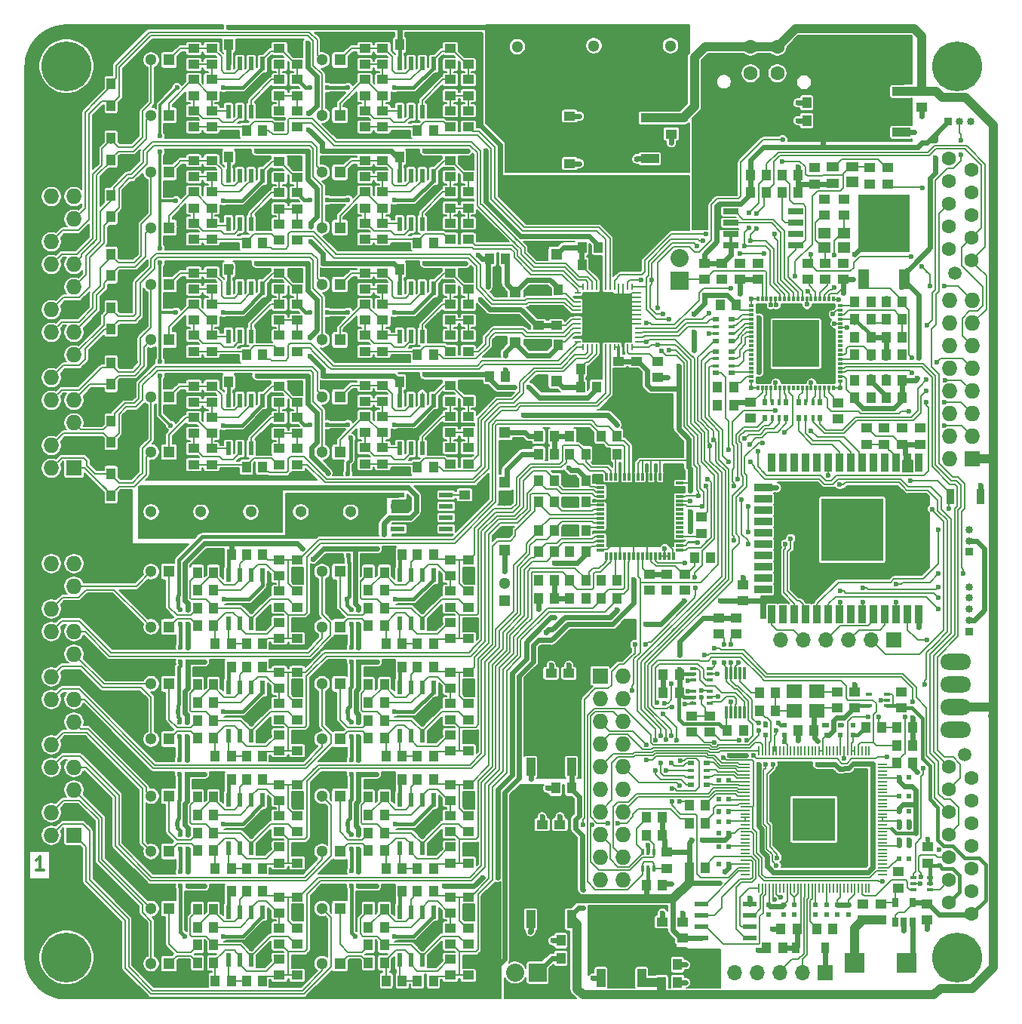
<source format=gtl>
G04 #@! TF.GenerationSoftware,KiCad,Pcbnew,(5.1.8-0-10_14)*
G04 #@! TF.CreationDate,2021-10-08T12:16:11+02:00*
G04 #@! TF.ProjectId,freeDSP-aurora,66726565-4453-4502-9d61-75726f72612e,rev?*
G04 #@! TF.SameCoordinates,Original*
G04 #@! TF.FileFunction,Copper,L1,Top*
G04 #@! TF.FilePolarity,Positive*
%FSLAX46Y46*%
G04 Gerber Fmt 4.6, Leading zero omitted, Abs format (unit mm)*
G04 Created by KiCad (PCBNEW (5.1.8-0-10_14)) date 2021-10-08 12:16:11*
%MOMM*%
%LPD*%
G01*
G04 APERTURE LIST*
G04 #@! TA.AperFunction,NonConductor*
%ADD10C,0.300000*%
G04 #@! TD*
G04 #@! TA.AperFunction,SMDPad,CuDef*
%ADD11R,1.000000X1.300000*%
G04 #@! TD*
G04 #@! TA.AperFunction,SMDPad,CuDef*
%ADD12R,0.600000X1.550000*%
G04 #@! TD*
G04 #@! TA.AperFunction,SMDPad,CuDef*
%ADD13R,1.550000X0.600000*%
G04 #@! TD*
G04 #@! TA.AperFunction,SMDPad,CuDef*
%ADD14R,1.300000X1.000000*%
G04 #@! TD*
G04 #@! TA.AperFunction,SMDPad,CuDef*
%ADD15R,1.399540X1.198880*%
G04 #@! TD*
G04 #@! TA.AperFunction,SMDPad,CuDef*
%ADD16R,1.399540X1.000760*%
G04 #@! TD*
G04 #@! TA.AperFunction,ComponentPad*
%ADD17R,1.300000X1.300000*%
G04 #@! TD*
G04 #@! TA.AperFunction,ComponentPad*
%ADD18C,1.300000*%
G04 #@! TD*
G04 #@! TA.AperFunction,ComponentPad*
%ADD19O,3.500120X1.800860*%
G04 #@! TD*
G04 #@! TA.AperFunction,ComponentPad*
%ADD20R,0.850000X0.850000*%
G04 #@! TD*
G04 #@! TA.AperFunction,ComponentPad*
%ADD21C,0.850000*%
G04 #@! TD*
G04 #@! TA.AperFunction,ComponentPad*
%ADD22C,1.600000*%
G04 #@! TD*
G04 #@! TA.AperFunction,ComponentPad*
%ADD23C,1.500000*%
G04 #@! TD*
G04 #@! TA.AperFunction,ComponentPad*
%ADD24R,1.727200X1.727200*%
G04 #@! TD*
G04 #@! TA.AperFunction,ComponentPad*
%ADD25O,1.727200X1.727200*%
G04 #@! TD*
G04 #@! TA.AperFunction,ComponentPad*
%ADD26R,2.032000X2.032000*%
G04 #@! TD*
G04 #@! TA.AperFunction,ComponentPad*
%ADD27O,2.032000X2.032000*%
G04 #@! TD*
G04 #@! TA.AperFunction,SMDPad,CuDef*
%ADD28R,3.657600X2.032000*%
G04 #@! TD*
G04 #@! TA.AperFunction,SMDPad,CuDef*
%ADD29R,1.016000X2.032000*%
G04 #@! TD*
G04 #@! TA.AperFunction,SMDPad,CuDef*
%ADD30R,2.032000X3.657600*%
G04 #@! TD*
G04 #@! TA.AperFunction,SMDPad,CuDef*
%ADD31R,2.032000X1.016000*%
G04 #@! TD*
G04 #@! TA.AperFunction,SMDPad,CuDef*
%ADD32R,0.900000X2.000000*%
G04 #@! TD*
G04 #@! TA.AperFunction,SMDPad,CuDef*
%ADD33R,2.000000X0.900000*%
G04 #@! TD*
G04 #@! TA.AperFunction,SMDPad,CuDef*
%ADD34R,7.000000X7.000000*%
G04 #@! TD*
G04 #@! TA.AperFunction,SMDPad,CuDef*
%ADD35R,1.700000X1.500000*%
G04 #@! TD*
G04 #@! TA.AperFunction,SMDPad,CuDef*
%ADD36R,1.400000X1.200000*%
G04 #@! TD*
G04 #@! TA.AperFunction,ComponentPad*
%ADD37C,5.600000*%
G04 #@! TD*
G04 #@! TA.AperFunction,SMDPad,CuDef*
%ADD38R,2.200000X2.200000*%
G04 #@! TD*
G04 #@! TA.AperFunction,SMDPad,CuDef*
%ADD39R,0.300000X0.550000*%
G04 #@! TD*
G04 #@! TA.AperFunction,SMDPad,CuDef*
%ADD40R,0.550000X0.300000*%
G04 #@! TD*
G04 #@! TA.AperFunction,SMDPad,CuDef*
%ADD41R,5.250000X5.250000*%
G04 #@! TD*
G04 #@! TA.AperFunction,SMDPad,CuDef*
%ADD42R,1.700000X0.650000*%
G04 #@! TD*
G04 #@! TA.AperFunction,SMDPad,CuDef*
%ADD43R,5.100000X5.100000*%
G04 #@! TD*
G04 #@! TA.AperFunction,SMDPad,CuDef*
%ADD44R,0.250000X0.700000*%
G04 #@! TD*
G04 #@! TA.AperFunction,SMDPad,CuDef*
%ADD45R,0.700000X0.250000*%
G04 #@! TD*
G04 #@! TA.AperFunction,SMDPad,CuDef*
%ADD46R,6.150000X6.150000*%
G04 #@! TD*
G04 #@! TA.AperFunction,SMDPad,CuDef*
%ADD47R,0.300000X0.850000*%
G04 #@! TD*
G04 #@! TA.AperFunction,SMDPad,CuDef*
%ADD48R,0.850000X0.300000*%
G04 #@! TD*
G04 #@! TA.AperFunction,SMDPad,CuDef*
%ADD49R,4.800000X4.800000*%
G04 #@! TD*
G04 #@! TA.AperFunction,SMDPad,CuDef*
%ADD50R,0.230000X1.000000*%
G04 #@! TD*
G04 #@! TA.AperFunction,SMDPad,CuDef*
%ADD51R,1.000000X0.230000*%
G04 #@! TD*
G04 #@! TA.AperFunction,SMDPad,CuDef*
%ADD52R,0.660400X0.406400*%
G04 #@! TD*
G04 #@! TA.AperFunction,SMDPad,CuDef*
%ADD53R,0.910000X1.220000*%
G04 #@! TD*
G04 #@! TA.AperFunction,SMDPad,CuDef*
%ADD54R,0.398780X0.749300*%
G04 #@! TD*
G04 #@! TA.AperFunction,SMDPad,CuDef*
%ADD55R,0.650000X0.400000*%
G04 #@! TD*
G04 #@! TA.AperFunction,SMDPad,CuDef*
%ADD56R,0.749300X0.398780*%
G04 #@! TD*
G04 #@! TA.AperFunction,SMDPad,CuDef*
%ADD57R,0.300000X1.400000*%
G04 #@! TD*
G04 #@! TA.AperFunction,SMDPad,CuDef*
%ADD58R,0.500000X0.800000*%
G04 #@! TD*
G04 #@! TA.AperFunction,SMDPad,CuDef*
%ADD59R,0.400000X0.800000*%
G04 #@! TD*
G04 #@! TA.AperFunction,SMDPad,CuDef*
%ADD60R,0.400000X0.790000*%
G04 #@! TD*
G04 #@! TA.AperFunction,SMDPad,CuDef*
%ADD61R,0.500000X0.790000*%
G04 #@! TD*
G04 #@! TA.AperFunction,SMDPad,CuDef*
%ADD62R,0.800000X0.500000*%
G04 #@! TD*
G04 #@! TA.AperFunction,SMDPad,CuDef*
%ADD63R,0.800000X0.400000*%
G04 #@! TD*
G04 #@! TA.AperFunction,SMDPad,CuDef*
%ADD64R,0.600000X0.500000*%
G04 #@! TD*
G04 #@! TA.AperFunction,SMDPad,CuDef*
%ADD65R,0.500000X0.600000*%
G04 #@! TD*
G04 #@! TA.AperFunction,SMDPad,CuDef*
%ADD66R,0.650000X1.060000*%
G04 #@! TD*
G04 #@! TA.AperFunction,ComponentPad*
%ADD67R,1.700000X1.700000*%
G04 #@! TD*
G04 #@! TA.AperFunction,ComponentPad*
%ADD68O,1.700000X1.700000*%
G04 #@! TD*
G04 #@! TA.AperFunction,SMDPad,CuDef*
%ADD69R,1.200000X2.200000*%
G04 #@! TD*
G04 #@! TA.AperFunction,SMDPad,CuDef*
%ADD70R,5.800000X6.400000*%
G04 #@! TD*
G04 #@! TA.AperFunction,SMDPad,CuDef*
%ADD71R,0.900000X1.700000*%
G04 #@! TD*
G04 #@! TA.AperFunction,ViaPad*
%ADD72C,0.600000*%
G04 #@! TD*
G04 #@! TA.AperFunction,Conductor*
%ADD73C,0.200000*%
G04 #@! TD*
G04 #@! TA.AperFunction,Conductor*
%ADD74C,0.600000*%
G04 #@! TD*
G04 #@! TA.AperFunction,Conductor*
%ADD75C,0.152400*%
G04 #@! TD*
G04 #@! TA.AperFunction,Conductor*
%ADD76C,0.400000*%
G04 #@! TD*
G04 #@! TA.AperFunction,Conductor*
%ADD77C,0.500000*%
G04 #@! TD*
G04 #@! TA.AperFunction,Conductor*
%ADD78C,1.000000*%
G04 #@! TD*
G04 #@! TA.AperFunction,Conductor*
%ADD79C,0.300000*%
G04 #@! TD*
G04 #@! TA.AperFunction,Conductor*
%ADD80C,0.160000*%
G04 #@! TD*
G04 #@! TA.AperFunction,Conductor*
%ADD81C,0.450000*%
G04 #@! TD*
G04 #@! TA.AperFunction,Conductor*
%ADD82C,0.100000*%
G04 #@! TD*
G04 #@! TA.AperFunction,Conductor*
%ADD83C,0.254000*%
G04 #@! TD*
G04 APERTURE END LIST*
D10*
X92428571Y-140178571D02*
X91571428Y-140178571D01*
X92000000Y-140178571D02*
X92000000Y-138678571D01*
X91857142Y-138892857D01*
X91714285Y-139035714D01*
X91571428Y-139107142D01*
D11*
X161900000Y-134300000D03*
X160100000Y-134300000D03*
D12*
X132395000Y-87500000D03*
X133665000Y-87500000D03*
X134935000Y-87500000D03*
X136205000Y-87500000D03*
X136205000Y-92900000D03*
X134935000Y-92900000D03*
X133665000Y-92900000D03*
X132395000Y-92900000D03*
X113195000Y-87500000D03*
X114465000Y-87500000D03*
X115735000Y-87500000D03*
X117005000Y-87500000D03*
X117005000Y-92900000D03*
X115735000Y-92900000D03*
X114465000Y-92900000D03*
X113195000Y-92900000D03*
X132395000Y-74900000D03*
X133665000Y-74900000D03*
X134935000Y-74900000D03*
X136205000Y-74900000D03*
X136205000Y-80300000D03*
X134935000Y-80300000D03*
X133665000Y-80300000D03*
X132395000Y-80300000D03*
X113195000Y-74900000D03*
X114465000Y-74900000D03*
X115735000Y-74900000D03*
X117005000Y-74900000D03*
X117005000Y-80300000D03*
X115735000Y-80300000D03*
X114465000Y-80300000D03*
X113195000Y-80300000D03*
X132395000Y-62300000D03*
X133665000Y-62300000D03*
X134935000Y-62300000D03*
X136205000Y-62300000D03*
X136205000Y-67700000D03*
X134935000Y-67700000D03*
X133665000Y-67700000D03*
X132395000Y-67700000D03*
X113195000Y-62300000D03*
X114465000Y-62300000D03*
X115735000Y-62300000D03*
X117005000Y-62300000D03*
X117005000Y-67700000D03*
X115735000Y-67700000D03*
X114465000Y-67700000D03*
X113195000Y-67700000D03*
X113195000Y-49700000D03*
X114465000Y-49700000D03*
X115735000Y-49700000D03*
X117005000Y-49700000D03*
X117005000Y-55100000D03*
X115735000Y-55100000D03*
X114465000Y-55100000D03*
X113195000Y-55100000D03*
X132395000Y-49700000D03*
X133665000Y-49700000D03*
X134935000Y-49700000D03*
X136205000Y-49700000D03*
X136205000Y-55100000D03*
X134935000Y-55100000D03*
X133665000Y-55100000D03*
X132395000Y-55100000D03*
X132395000Y-144900000D03*
X133665000Y-144900000D03*
X134935000Y-144900000D03*
X136205000Y-144900000D03*
X136205000Y-150300000D03*
X134935000Y-150300000D03*
X133665000Y-150300000D03*
X132395000Y-150300000D03*
X113195000Y-144900000D03*
X114465000Y-144900000D03*
X115735000Y-144900000D03*
X117005000Y-144900000D03*
X117005000Y-150300000D03*
X115735000Y-150300000D03*
X114465000Y-150300000D03*
X113195000Y-150300000D03*
X113195000Y-132300000D03*
X114465000Y-132300000D03*
X115735000Y-132300000D03*
X117005000Y-132300000D03*
X117005000Y-137700000D03*
X115735000Y-137700000D03*
X114465000Y-137700000D03*
X113195000Y-137700000D03*
X132395000Y-119700000D03*
X133665000Y-119700000D03*
X134935000Y-119700000D03*
X136205000Y-119700000D03*
X136205000Y-125100000D03*
X134935000Y-125100000D03*
X133665000Y-125100000D03*
X132395000Y-125100000D03*
X113195000Y-119700000D03*
X114465000Y-119700000D03*
X115735000Y-119700000D03*
X117005000Y-119700000D03*
X117005000Y-125100000D03*
X115735000Y-125100000D03*
X114465000Y-125100000D03*
X113195000Y-125100000D03*
X113195000Y-107100000D03*
X114465000Y-107100000D03*
X115735000Y-107100000D03*
X117005000Y-107100000D03*
X117005000Y-112500000D03*
X115735000Y-112500000D03*
X114465000Y-112500000D03*
X113195000Y-112500000D03*
X132395000Y-107100000D03*
X133665000Y-107100000D03*
X134935000Y-107100000D03*
X136205000Y-107100000D03*
X136205000Y-112500000D03*
X134935000Y-112500000D03*
X133665000Y-112500000D03*
X132395000Y-112500000D03*
X132395000Y-132300000D03*
X133665000Y-132300000D03*
X134935000Y-132300000D03*
X136205000Y-132300000D03*
X136205000Y-137700000D03*
X134935000Y-137700000D03*
X133665000Y-137700000D03*
X132395000Y-137700000D03*
D13*
X166300000Y-147805000D03*
X166300000Y-146535000D03*
X166300000Y-145265000D03*
X166300000Y-143995000D03*
X171700000Y-143995000D03*
X171700000Y-145265000D03*
X171700000Y-146535000D03*
X171700000Y-147805000D03*
X137600000Y-98095000D03*
X137600000Y-99365000D03*
X137600000Y-100635000D03*
X137600000Y-101905000D03*
X132200000Y-101905000D03*
X132200000Y-100635000D03*
X132200000Y-99365000D03*
X132200000Y-98095000D03*
D11*
X134400000Y-142600000D03*
X136200000Y-142600000D03*
D14*
X138100000Y-146700000D03*
X138100000Y-148500000D03*
D11*
X115200000Y-142600000D03*
X117000000Y-142600000D03*
D14*
X118900000Y-146700000D03*
X118900000Y-148500000D03*
X140100000Y-143200000D03*
X140100000Y-145000000D03*
X120900000Y-145000000D03*
X120900000Y-143200000D03*
D11*
X134400000Y-130000000D03*
X136200000Y-130000000D03*
D14*
X138100000Y-134100000D03*
X138100000Y-135900000D03*
X138100000Y-132400000D03*
X138100000Y-130600000D03*
X140100000Y-134100000D03*
X140100000Y-135900000D03*
X140100000Y-132400000D03*
X140100000Y-130600000D03*
D11*
X130700000Y-134000000D03*
X128900000Y-134000000D03*
X134400000Y-117400000D03*
X136200000Y-117400000D03*
D14*
X138100000Y-121500000D03*
X138100000Y-123300000D03*
D11*
X115200000Y-117400000D03*
X117000000Y-117400000D03*
D14*
X118900000Y-121500000D03*
X118900000Y-123300000D03*
X140100000Y-118000000D03*
X140100000Y-119800000D03*
X120900000Y-119800000D03*
X120900000Y-118000000D03*
D11*
X134400000Y-104800000D03*
X136200000Y-104800000D03*
D14*
X138100000Y-108900000D03*
X138100000Y-110700000D03*
X140100000Y-107200000D03*
X140100000Y-105400000D03*
X118900000Y-108900000D03*
X118900000Y-110700000D03*
X118900000Y-107200000D03*
X118900000Y-105400000D03*
D11*
X109700000Y-108800000D03*
X111500000Y-108800000D03*
X101800000Y-58100000D03*
X100000000Y-58100000D03*
D14*
X139700000Y-98100000D03*
X139700000Y-99900000D03*
X140100000Y-87600000D03*
X140100000Y-85800000D03*
X120900000Y-85900000D03*
X120900000Y-87700000D03*
X140100000Y-75000000D03*
X140100000Y-73200000D03*
X120900000Y-73200000D03*
X120900000Y-75000000D03*
X140100000Y-62400000D03*
X140100000Y-60600000D03*
X120900000Y-60700000D03*
X120900000Y-62500000D03*
X140100000Y-49800000D03*
X140100000Y-48000000D03*
X120900000Y-48000000D03*
X120900000Y-49800000D03*
D11*
X100000000Y-89800000D03*
X101800000Y-89800000D03*
X100000000Y-95700000D03*
X101800000Y-95700000D03*
X101800000Y-92200000D03*
X100000000Y-92200000D03*
X101800000Y-98200000D03*
X100000000Y-98200000D03*
X100000000Y-77100000D03*
X101800000Y-77100000D03*
X100000000Y-83300000D03*
X101800000Y-83300000D03*
X101800000Y-79500000D03*
X100000000Y-79500000D03*
X101800000Y-85700000D03*
X100000000Y-85700000D03*
X100000000Y-64500000D03*
X101800000Y-64500000D03*
X100000000Y-71100000D03*
X101800000Y-71100000D03*
X101800000Y-66900000D03*
X100000000Y-66900000D03*
X101800000Y-73500000D03*
X100000000Y-73500000D03*
X100000000Y-52000000D03*
X101800000Y-52000000D03*
X101800000Y-60500000D03*
X100000000Y-60500000D03*
X101800000Y-54400000D03*
X100000000Y-54400000D03*
D15*
X183199820Y-62969620D03*
D16*
X183199820Y-61250040D03*
X181000180Y-61250040D03*
X181000180Y-63149960D03*
D17*
X125700000Y-87100000D03*
D18*
X123700000Y-87100000D03*
D17*
X106500000Y-87100000D03*
D18*
X104500000Y-87100000D03*
D17*
X150000000Y-71100000D03*
D18*
X148000000Y-71100000D03*
D17*
X125700000Y-93300000D03*
D18*
X123700000Y-93300000D03*
D17*
X106500000Y-93300000D03*
D18*
X104500000Y-93300000D03*
D17*
X145400000Y-75300000D03*
D18*
X143400000Y-75300000D03*
D17*
X125700000Y-74500000D03*
D18*
X123700000Y-74500000D03*
D17*
X106500000Y-74500000D03*
D18*
X104500000Y-74500000D03*
D17*
X125700000Y-80700000D03*
D18*
X123700000Y-80700000D03*
D17*
X106500000Y-80700000D03*
D18*
X104500000Y-80700000D03*
D17*
X145400000Y-81000000D03*
D18*
X143400000Y-81000000D03*
D17*
X125700000Y-61900000D03*
D18*
X123700000Y-61900000D03*
D17*
X106500000Y-61900000D03*
D18*
X104500000Y-61900000D03*
D17*
X150000000Y-85300000D03*
D18*
X148000000Y-85300000D03*
D17*
X125700000Y-68100000D03*
D18*
X123700000Y-68100000D03*
D17*
X106500000Y-68100000D03*
D18*
X104500000Y-68100000D03*
D17*
X106500000Y-49300000D03*
D18*
X104500000Y-49300000D03*
D17*
X125700000Y-49300000D03*
D18*
X123700000Y-49300000D03*
D17*
X106500000Y-55500000D03*
D18*
X104500000Y-55500000D03*
D17*
X125700000Y-55500000D03*
D18*
X123700000Y-55500000D03*
D17*
X144200000Y-110000000D03*
D18*
X144200000Y-108000000D03*
D17*
X144200000Y-104300000D03*
D18*
X144200000Y-102300000D03*
D17*
X144200000Y-96700000D03*
D18*
X144200000Y-98700000D03*
D17*
X144200000Y-91100000D03*
D18*
X144200000Y-93100000D03*
X154200000Y-47700000D03*
D17*
X154200000Y-51200000D03*
D18*
X162800000Y-47700000D03*
D17*
X162800000Y-51200000D03*
D18*
X145600000Y-47800000D03*
D17*
X145600000Y-51300000D03*
D19*
X194800000Y-124400000D03*
X194800000Y-121860000D03*
X194800000Y-119320000D03*
X194800000Y-116780000D03*
D20*
X196300000Y-104500000D03*
D21*
X196300000Y-103250000D03*
X196300000Y-102000000D03*
D20*
X196300000Y-113400000D03*
D21*
X196300000Y-112150000D03*
X196300000Y-110900000D03*
X196300000Y-109650000D03*
X196300000Y-108400000D03*
D22*
X194060000Y-128630000D03*
X196600000Y-129900000D03*
X194060000Y-131170000D03*
X196600000Y-132440000D03*
X194060000Y-133710000D03*
X196600000Y-134980000D03*
X194060000Y-136250000D03*
X196600000Y-137520000D03*
X194060000Y-138790000D03*
X196600000Y-140060000D03*
X194060000Y-141330000D03*
X196600000Y-142600000D03*
X194060000Y-143870000D03*
X196600000Y-145140000D03*
D23*
X195860000Y-127230000D03*
D22*
X171800000Y-47800000D03*
X174800000Y-47800000D03*
X171800000Y-50800000D03*
X174800000Y-50800000D03*
D24*
X196700000Y-94080000D03*
D25*
X194160000Y-94080000D03*
X196700000Y-91540000D03*
X194160000Y-91540000D03*
X196700000Y-89000000D03*
X194160000Y-89000000D03*
X196700000Y-86460000D03*
X194160000Y-86460000D03*
X196700000Y-83920000D03*
X194160000Y-83920000D03*
X196700000Y-81380000D03*
X194160000Y-81380000D03*
X196700000Y-78840000D03*
X194160000Y-78840000D03*
X196700000Y-76300000D03*
X194160000Y-76300000D03*
D26*
X163800000Y-74100000D03*
D27*
X163800000Y-71560000D03*
D24*
X154900000Y-118400000D03*
D25*
X157440000Y-118400000D03*
X154900000Y-120940000D03*
X157440000Y-120940000D03*
X154900000Y-123480000D03*
X157440000Y-123480000D03*
X154900000Y-126020000D03*
X157440000Y-126020000D03*
X154900000Y-128560000D03*
X157440000Y-128560000D03*
X154900000Y-131100000D03*
X157440000Y-131100000D03*
X154900000Y-133640000D03*
X157440000Y-133640000D03*
X154900000Y-136180000D03*
X157440000Y-136180000D03*
X154900000Y-138720000D03*
X157440000Y-138720000D03*
X154900000Y-141260000D03*
X157440000Y-141260000D03*
D17*
X125700000Y-150700000D03*
D18*
X123700000Y-150700000D03*
D17*
X106500000Y-150700000D03*
D18*
X104500000Y-150700000D03*
D17*
X125700000Y-144500000D03*
D18*
X123700000Y-144500000D03*
D17*
X106500000Y-144500000D03*
D18*
X104500000Y-144500000D03*
D17*
X125700000Y-138100000D03*
D18*
X123700000Y-138100000D03*
D17*
X106500000Y-138100000D03*
D18*
X104500000Y-138100000D03*
D17*
X125700000Y-131900000D03*
D18*
X123700000Y-131900000D03*
D17*
X106500000Y-131900000D03*
D18*
X104500000Y-131900000D03*
D17*
X125700000Y-125500000D03*
D18*
X123700000Y-125500000D03*
D17*
X106500000Y-125500000D03*
D18*
X104500000Y-125500000D03*
D17*
X125700000Y-119300000D03*
D18*
X123700000Y-119300000D03*
D17*
X106500000Y-119300000D03*
D18*
X104500000Y-119300000D03*
D17*
X125700000Y-112900000D03*
D18*
X123700000Y-112900000D03*
D17*
X106500000Y-112900000D03*
D18*
X104500000Y-112900000D03*
D17*
X125700000Y-106700000D03*
D18*
X123700000Y-106700000D03*
D17*
X106500000Y-106700000D03*
D18*
X104500000Y-106700000D03*
D28*
X149400000Y-139098000D03*
D29*
X149400000Y-145702000D03*
X151686000Y-145702000D03*
X147114000Y-145702000D03*
D14*
X168200000Y-111900000D03*
X168200000Y-113700000D03*
X170200000Y-111900000D03*
X170200000Y-113700000D03*
D30*
X182098000Y-55114000D03*
D31*
X188702000Y-55114000D03*
X188702000Y-52828000D03*
X188702000Y-57400000D03*
D28*
X157300000Y-145698000D03*
D29*
X157300000Y-152302000D03*
X159586000Y-152302000D03*
X155014000Y-152302000D03*
D30*
X153898000Y-58100000D03*
D31*
X160502000Y-58100000D03*
X160502000Y-55814000D03*
X160502000Y-60386000D03*
D22*
X196570000Y-71815000D03*
X194030000Y-70545000D03*
X196570000Y-69275000D03*
X194030000Y-68005000D03*
X196570000Y-66735000D03*
X194030000Y-65465000D03*
X196570000Y-64195000D03*
X194030000Y-62925000D03*
X196570000Y-61655000D03*
X194030000Y-60385000D03*
D23*
X194770000Y-73215000D03*
D14*
X151500000Y-59100000D03*
X151500000Y-60900000D03*
X151500000Y-57400000D03*
X151500000Y-55600000D03*
X162900000Y-55800000D03*
X162900000Y-57600000D03*
X184800000Y-90600000D03*
X184800000Y-92400000D03*
D32*
X190700000Y-94500000D03*
X189430000Y-94500000D03*
X188160000Y-94500000D03*
X186890000Y-94500000D03*
X185620000Y-94500000D03*
X184350000Y-94500000D03*
X183080000Y-94500000D03*
X181810000Y-94500000D03*
X180540000Y-94500000D03*
X179270000Y-94500000D03*
X178000000Y-94500000D03*
X176730000Y-94500000D03*
X175460000Y-94500000D03*
X174190000Y-94500000D03*
D33*
X173190000Y-97285000D03*
X173190000Y-98555000D03*
X173190000Y-99825000D03*
X173190000Y-101095000D03*
X173190000Y-102365000D03*
X173190000Y-103635000D03*
X173190000Y-104905000D03*
X173190000Y-106175000D03*
X173190000Y-107445000D03*
X173190000Y-108715000D03*
D32*
X174190000Y-111500000D03*
X175460000Y-111500000D03*
X176730000Y-111500000D03*
X178000000Y-111500000D03*
X179270000Y-111500000D03*
X180540000Y-111500000D03*
X181810000Y-111500000D03*
X183080000Y-111500000D03*
X184350000Y-111500000D03*
X185620000Y-111500000D03*
X186890000Y-111500000D03*
X188160000Y-111500000D03*
X189430000Y-111500000D03*
X190700000Y-111500000D03*
D34*
X183200000Y-102000000D03*
D14*
X188800000Y-90600000D03*
X188800000Y-92400000D03*
X190800000Y-90600000D03*
X190800000Y-92400000D03*
X186800000Y-90600000D03*
X186800000Y-92400000D03*
D11*
X190000000Y-128200000D03*
X188200000Y-128200000D03*
X190000000Y-126200000D03*
X188200000Y-126200000D03*
D14*
X167200000Y-124700000D03*
X167200000Y-122900000D03*
X165200000Y-124700000D03*
X165200000Y-122900000D03*
D11*
X172800000Y-120300000D03*
X174600000Y-120300000D03*
X162000000Y-120300000D03*
X163800000Y-120300000D03*
X171000000Y-124500000D03*
X169200000Y-124500000D03*
X162000000Y-118300000D03*
X163800000Y-118300000D03*
D14*
X191700000Y-137600000D03*
X191700000Y-139400000D03*
X188400000Y-142200000D03*
X188400000Y-140400000D03*
X186400000Y-145800000D03*
X186400000Y-144000000D03*
X148400000Y-135100000D03*
X148400000Y-136900000D03*
D11*
X150500000Y-148100000D03*
X152300000Y-148100000D03*
D14*
X150400000Y-135100000D03*
X150400000Y-136900000D03*
D11*
X161900000Y-141900000D03*
X160100000Y-141900000D03*
D14*
X162400000Y-140000000D03*
X162400000Y-138200000D03*
D11*
X160100000Y-136300000D03*
X161900000Y-136300000D03*
D35*
X179270000Y-120100000D03*
X176730000Y-120100000D03*
X176730000Y-122300000D03*
X179270000Y-122300000D03*
D14*
X183500000Y-120200000D03*
X183500000Y-122000000D03*
X188700000Y-120200000D03*
X188700000Y-122000000D03*
D11*
X177100000Y-124500000D03*
X178900000Y-124500000D03*
X175200000Y-146800000D03*
X177000000Y-146800000D03*
X179200000Y-146800000D03*
X181000000Y-146800000D03*
X164900000Y-139900000D03*
X166700000Y-139900000D03*
X166700000Y-134900000D03*
X164900000Y-134900000D03*
X166700000Y-132900000D03*
X164900000Y-132900000D03*
X186500000Y-124200000D03*
X184700000Y-124200000D03*
X172800000Y-122300000D03*
X174600000Y-122300000D03*
D14*
X181500000Y-120200000D03*
X181500000Y-122000000D03*
X164200000Y-146000000D03*
X164200000Y-147800000D03*
D11*
X173600000Y-148900000D03*
X175400000Y-148900000D03*
X188200000Y-124200000D03*
X190000000Y-124200000D03*
X161800000Y-150800000D03*
X163600000Y-150800000D03*
X179900000Y-56100000D03*
X178100000Y-56100000D03*
D14*
X191000000Y-52800000D03*
X191000000Y-54600000D03*
D36*
X182300000Y-68700000D03*
X180100000Y-70300000D03*
X180100000Y-68700000D03*
X182300000Y-70300000D03*
D14*
X162400000Y-107000000D03*
X162400000Y-108800000D03*
D11*
X151500000Y-109700000D03*
X153300000Y-109700000D03*
X151500000Y-91500000D03*
X153300000Y-91500000D03*
D14*
X159000000Y-83100000D03*
X159000000Y-84900000D03*
X148000000Y-79100000D03*
X148000000Y-77300000D03*
D11*
X169900000Y-88000000D03*
X168100000Y-88000000D03*
D14*
X170600000Y-73900000D03*
X170600000Y-72100000D03*
D11*
X187000000Y-82400000D03*
X188800000Y-82400000D03*
X185300000Y-85200000D03*
X183500000Y-85200000D03*
D14*
X185200000Y-63200000D03*
X185200000Y-61400000D03*
X187200000Y-63200000D03*
X187200000Y-61400000D03*
D11*
X177100000Y-64200000D03*
X175300000Y-64200000D03*
X177100000Y-62200000D03*
X175300000Y-62200000D03*
X171800000Y-64200000D03*
X173600000Y-64200000D03*
X171800000Y-62200000D03*
X173600000Y-62200000D03*
D14*
X178200000Y-73900000D03*
X178200000Y-72100000D03*
X180200000Y-73900000D03*
X180200000Y-72100000D03*
X166600000Y-72100000D03*
X166600000Y-73900000D03*
D11*
X187000000Y-78400000D03*
X188800000Y-78400000D03*
X187000000Y-76400000D03*
X188800000Y-76400000D03*
X188800000Y-85200000D03*
X187000000Y-85200000D03*
X188800000Y-87200000D03*
X187000000Y-87200000D03*
D14*
X171800000Y-87700000D03*
X171800000Y-89500000D03*
D11*
X170200000Y-76800000D03*
X168400000Y-76800000D03*
X183500000Y-76400000D03*
X185300000Y-76400000D03*
X183500000Y-87200000D03*
X185300000Y-87200000D03*
D14*
X181600000Y-87800000D03*
X181600000Y-89600000D03*
D11*
X169900000Y-86000000D03*
X168100000Y-86000000D03*
D14*
X172600000Y-73900000D03*
X172600000Y-72100000D03*
X182200000Y-73900000D03*
X182200000Y-72100000D03*
X179000000Y-63200000D03*
X179000000Y-61400000D03*
X168600000Y-72100000D03*
X168600000Y-73900000D03*
X180100000Y-66700000D03*
X180100000Y-64900000D03*
X182300000Y-66700000D03*
X182300000Y-64900000D03*
D11*
X187000000Y-80400000D03*
X188800000Y-80400000D03*
X185300000Y-80400000D03*
X183500000Y-80400000D03*
X183500000Y-78400000D03*
X185300000Y-78400000D03*
X185300000Y-82400000D03*
X183500000Y-82400000D03*
X179900000Y-54100000D03*
X178100000Y-54100000D03*
D14*
X161900000Y-147800000D03*
X161900000Y-146000000D03*
D11*
X161800000Y-152800000D03*
X163600000Y-152800000D03*
D14*
X140100000Y-91100000D03*
X140100000Y-89300000D03*
X120900000Y-91200000D03*
X120900000Y-89400000D03*
X138100000Y-89300000D03*
X138100000Y-91100000D03*
X140100000Y-92800000D03*
X140100000Y-94600000D03*
X118900000Y-89400000D03*
X118900000Y-91200000D03*
X120900000Y-92900000D03*
X120900000Y-94700000D03*
X130500000Y-89300000D03*
X130500000Y-91100000D03*
X111300000Y-89400000D03*
X111300000Y-91200000D03*
X128500000Y-85800000D03*
X128500000Y-87600000D03*
X109300000Y-85900000D03*
X109300000Y-87700000D03*
X128500000Y-92800000D03*
X128500000Y-94600000D03*
X109300000Y-92900000D03*
X109300000Y-94700000D03*
D11*
X154700000Y-70300000D03*
X152900000Y-70300000D03*
D14*
X130500000Y-92800000D03*
X130500000Y-94600000D03*
D11*
X134400000Y-95000000D03*
X136200000Y-95000000D03*
D14*
X111300000Y-92900000D03*
X111300000Y-94700000D03*
D11*
X115200000Y-95000000D03*
X117000000Y-95000000D03*
D14*
X140100000Y-78500000D03*
X140100000Y-76700000D03*
D11*
X142500000Y-71600000D03*
X144300000Y-71600000D03*
D14*
X138100000Y-76700000D03*
X138100000Y-78500000D03*
X140100000Y-80200000D03*
X140100000Y-82000000D03*
X118900000Y-76700000D03*
X118900000Y-78500000D03*
X120900000Y-80200000D03*
X120900000Y-82000000D03*
X130500000Y-76700000D03*
X130500000Y-78500000D03*
X111300000Y-76700000D03*
X111300000Y-78500000D03*
X128500000Y-73200000D03*
X128500000Y-75000000D03*
X109300000Y-73200000D03*
X109300000Y-75000000D03*
X128500000Y-80200000D03*
X128500000Y-82000000D03*
X109300000Y-80200000D03*
X109300000Y-82000000D03*
X130500000Y-80200000D03*
X130500000Y-82000000D03*
D11*
X134400000Y-82400000D03*
X136200000Y-82400000D03*
D14*
X111300000Y-80200000D03*
X111300000Y-82000000D03*
D11*
X115200000Y-82400000D03*
X117000000Y-82400000D03*
X142500000Y-84800000D03*
X144300000Y-84800000D03*
D14*
X140100000Y-65900000D03*
X140100000Y-64100000D03*
X120900000Y-66000000D03*
X120900000Y-64200000D03*
X138100000Y-64100000D03*
X138100000Y-65900000D03*
X140100000Y-67600000D03*
X140100000Y-69400000D03*
X118900000Y-64200000D03*
X118900000Y-66000000D03*
X120900000Y-67700000D03*
X120900000Y-69500000D03*
X130500000Y-64100000D03*
X130500000Y-65900000D03*
X111300000Y-64100000D03*
X111300000Y-65900000D03*
X128500000Y-60600000D03*
X128500000Y-62400000D03*
X109300000Y-60600000D03*
X109300000Y-62400000D03*
D11*
X154500000Y-86000000D03*
X152700000Y-86000000D03*
D14*
X128500000Y-67600000D03*
X128500000Y-69400000D03*
X109300000Y-67600000D03*
X109300000Y-69400000D03*
X130500000Y-67600000D03*
X130500000Y-69400000D03*
D11*
X134400000Y-69800000D03*
X136200000Y-69800000D03*
D14*
X111300000Y-67600000D03*
X111300000Y-69400000D03*
D11*
X115200000Y-69800000D03*
X117000000Y-69800000D03*
D14*
X120900000Y-53300000D03*
X120900000Y-51500000D03*
X140100000Y-53300000D03*
X140100000Y-51500000D03*
X118900000Y-51500000D03*
X118900000Y-53300000D03*
X120900000Y-55000000D03*
X120900000Y-56800000D03*
X138100000Y-51500000D03*
X138100000Y-53300000D03*
X140100000Y-55000000D03*
X140100000Y-56800000D03*
X111300000Y-51500000D03*
X111300000Y-53300000D03*
X130500000Y-51500000D03*
X130500000Y-53300000D03*
X109300000Y-48000000D03*
X109300000Y-49800000D03*
X128500000Y-48000000D03*
X128500000Y-49800000D03*
X109300000Y-55000000D03*
X109300000Y-56800000D03*
X128500000Y-55000000D03*
X128500000Y-56800000D03*
X111300000Y-55000000D03*
X111300000Y-56800000D03*
D11*
X115200000Y-57200000D03*
X117000000Y-57200000D03*
D14*
X130500000Y-55000000D03*
X130500000Y-56800000D03*
D11*
X134400000Y-57200000D03*
X136200000Y-57200000D03*
X132400000Y-85400000D03*
X134200000Y-85400000D03*
X113200000Y-85400000D03*
X115000000Y-85400000D03*
X132400000Y-72800000D03*
X134200000Y-72800000D03*
X113200000Y-72800000D03*
X115000000Y-72800000D03*
X132400000Y-60200000D03*
X134200000Y-60200000D03*
X113200000Y-60200000D03*
X115000000Y-60200000D03*
X113200000Y-47600000D03*
X115000000Y-47600000D03*
X132400000Y-47600000D03*
X134200000Y-47600000D03*
D14*
X157000000Y-83100000D03*
X157000000Y-84900000D03*
X138100000Y-87600000D03*
X138100000Y-85800000D03*
X118900000Y-87700000D03*
X118900000Y-85900000D03*
X138100000Y-94600000D03*
X138100000Y-92800000D03*
X118900000Y-94700000D03*
X118900000Y-92900000D03*
D11*
X152900000Y-72300000D03*
X154700000Y-72300000D03*
D14*
X130500000Y-85800000D03*
X130500000Y-87600000D03*
X111300000Y-85900000D03*
X111300000Y-87700000D03*
X128500000Y-89300000D03*
X128500000Y-91100000D03*
X109300000Y-89400000D03*
X109300000Y-91200000D03*
D11*
X150200000Y-75100000D03*
X148400000Y-75100000D03*
D14*
X138100000Y-75000000D03*
X138100000Y-73200000D03*
X118900000Y-75000000D03*
X118900000Y-73200000D03*
X138100000Y-82000000D03*
X138100000Y-80200000D03*
X118900000Y-82000000D03*
X118900000Y-80200000D03*
X150000000Y-79100000D03*
X150000000Y-77300000D03*
X130500000Y-73200000D03*
X130500000Y-75000000D03*
X111300000Y-73200000D03*
X111300000Y-75000000D03*
X128500000Y-76700000D03*
X128500000Y-78500000D03*
X109300000Y-76700000D03*
X109300000Y-78500000D03*
D11*
X150200000Y-81300000D03*
X148400000Y-81300000D03*
D14*
X138100000Y-62400000D03*
X138100000Y-60600000D03*
X118900000Y-62500000D03*
X118900000Y-60700000D03*
X138100000Y-69400000D03*
X138100000Y-67600000D03*
X118900000Y-69500000D03*
X118900000Y-67700000D03*
D11*
X152700000Y-84000000D03*
X154500000Y-84000000D03*
D14*
X130500000Y-60600000D03*
X130500000Y-62400000D03*
X111300000Y-60600000D03*
X111300000Y-62400000D03*
X128500000Y-64100000D03*
X128500000Y-65900000D03*
X109300000Y-64100000D03*
X109300000Y-65900000D03*
X161400000Y-83100000D03*
X161400000Y-84900000D03*
X118900000Y-49800000D03*
X118900000Y-48000000D03*
X138100000Y-49800000D03*
X138100000Y-48000000D03*
X118900000Y-56800000D03*
X118900000Y-55000000D03*
X138100000Y-56800000D03*
X138100000Y-55000000D03*
X111300000Y-48000000D03*
X111300000Y-49800000D03*
X130500000Y-48000000D03*
X130500000Y-49800000D03*
X109300000Y-51500000D03*
X109300000Y-53300000D03*
X128500000Y-51500000D03*
X128500000Y-53300000D03*
X138100000Y-143200000D03*
X138100000Y-145000000D03*
X118900000Y-143200000D03*
X118900000Y-145000000D03*
X140100000Y-146700000D03*
X140100000Y-148500000D03*
X120900000Y-146700000D03*
X120900000Y-148500000D03*
D11*
X128900000Y-148600000D03*
X130700000Y-148600000D03*
X109700000Y-148600000D03*
X111500000Y-148600000D03*
X136200000Y-152600000D03*
X134400000Y-152600000D03*
X117000000Y-152600000D03*
X115200000Y-152600000D03*
X128900000Y-150600000D03*
X130700000Y-150600000D03*
X109700000Y-150600000D03*
X111500000Y-150600000D03*
D14*
X138100000Y-152000000D03*
X138100000Y-150200000D03*
X118900000Y-152000000D03*
X118900000Y-150200000D03*
D11*
X128900000Y-136000000D03*
X130700000Y-136000000D03*
X136200000Y-140000000D03*
X134400000Y-140000000D03*
X128900000Y-138000000D03*
X130700000Y-138000000D03*
D14*
X138100000Y-139400000D03*
X138100000Y-137600000D03*
D11*
X117000000Y-130000000D03*
X115200000Y-130000000D03*
D14*
X118900000Y-134100000D03*
X118900000Y-135900000D03*
D11*
X148000000Y-109700000D03*
X149800000Y-109700000D03*
D14*
X118900000Y-130600000D03*
X118900000Y-132400000D03*
X120900000Y-134100000D03*
X120900000Y-135900000D03*
D11*
X109700000Y-136000000D03*
X111500000Y-136000000D03*
X117000000Y-140000000D03*
X115200000Y-140000000D03*
X109700000Y-138000000D03*
X111500000Y-138000000D03*
D14*
X118900000Y-139400000D03*
X118900000Y-137600000D03*
X166300000Y-100600000D03*
X166300000Y-102400000D03*
D11*
X148000000Y-107700000D03*
X149800000Y-107700000D03*
D14*
X138100000Y-118000000D03*
X138100000Y-119800000D03*
X118900000Y-118000000D03*
X118900000Y-119800000D03*
X140100000Y-121500000D03*
X140100000Y-123300000D03*
X120900000Y-121500000D03*
X120900000Y-123300000D03*
D11*
X128900000Y-123400000D03*
X130700000Y-123400000D03*
X109700000Y-123400000D03*
X111500000Y-123400000D03*
X148000000Y-93500000D03*
X149800000Y-93500000D03*
X136200000Y-127400000D03*
X134400000Y-127400000D03*
X117000000Y-127400000D03*
X115200000Y-127400000D03*
X128900000Y-125400000D03*
X130700000Y-125400000D03*
X109700000Y-125400000D03*
X111500000Y-125400000D03*
D14*
X138100000Y-126800000D03*
X138100000Y-125000000D03*
X118900000Y-126800000D03*
X118900000Y-125000000D03*
D11*
X148000000Y-91500000D03*
X149800000Y-91500000D03*
D14*
X138100000Y-105400000D03*
X138100000Y-107200000D03*
D11*
X117000000Y-104800000D03*
X115200000Y-104800000D03*
D14*
X140100000Y-108900000D03*
X140100000Y-110700000D03*
X120900000Y-108900000D03*
X120900000Y-110700000D03*
D11*
X128900000Y-110800000D03*
X130700000Y-110800000D03*
X109700000Y-110800000D03*
X111500000Y-110800000D03*
X136200000Y-114800000D03*
X134400000Y-114800000D03*
X117000000Y-114800000D03*
X115200000Y-114800000D03*
X128900000Y-112800000D03*
X130700000Y-112800000D03*
X109700000Y-112800000D03*
X111500000Y-112800000D03*
D14*
X138100000Y-114200000D03*
X138100000Y-112400000D03*
X118900000Y-114200000D03*
X118900000Y-112400000D03*
D11*
X132700000Y-142600000D03*
X130900000Y-142600000D03*
X113500000Y-142600000D03*
X111700000Y-142600000D03*
X132700000Y-130000000D03*
X130900000Y-130000000D03*
X113500000Y-130000000D03*
X111700000Y-130000000D03*
X132700000Y-117400000D03*
X130900000Y-117400000D03*
X113500000Y-117400000D03*
X111700000Y-117400000D03*
X132700000Y-104800000D03*
X130900000Y-104800000D03*
X113500000Y-104800000D03*
X111700000Y-104800000D03*
X128900000Y-146600000D03*
X130700000Y-146600000D03*
X109700000Y-146600000D03*
X111500000Y-146600000D03*
X156800000Y-109700000D03*
X155000000Y-109700000D03*
X151500000Y-107700000D03*
X153300000Y-107700000D03*
X128900000Y-144600000D03*
X130700000Y-144600000D03*
X109700000Y-144600000D03*
X111500000Y-144600000D03*
D14*
X160400000Y-107000000D03*
X160400000Y-108800000D03*
D11*
X153300000Y-104500000D03*
X151500000Y-104500000D03*
X153300000Y-96500000D03*
X151500000Y-96500000D03*
D14*
X140100000Y-152000000D03*
X140100000Y-150200000D03*
X120900000Y-152000000D03*
X120900000Y-150200000D03*
D11*
X130900000Y-152600000D03*
X132700000Y-152600000D03*
X111700000Y-152600000D03*
X113500000Y-152600000D03*
X149800000Y-104500000D03*
X148000000Y-104500000D03*
X128900000Y-132000000D03*
X130700000Y-132000000D03*
X165500000Y-105100000D03*
X167300000Y-105100000D03*
D14*
X164400000Y-107000000D03*
X164400000Y-108800000D03*
X140100000Y-139400000D03*
X140100000Y-137600000D03*
D11*
X130900000Y-140000000D03*
X132700000Y-140000000D03*
D14*
X120900000Y-132400000D03*
X120900000Y-130600000D03*
D11*
X109700000Y-134000000D03*
X111500000Y-134000000D03*
X156800000Y-107700000D03*
X155000000Y-107700000D03*
X149800000Y-102100000D03*
X148000000Y-102100000D03*
X109700000Y-132000000D03*
X111500000Y-132000000D03*
D14*
X120900000Y-139400000D03*
X120900000Y-137600000D03*
D11*
X111700000Y-140000000D03*
X113500000Y-140000000D03*
X153300000Y-102100000D03*
X151500000Y-102100000D03*
X128900000Y-121400000D03*
X130700000Y-121400000D03*
X109700000Y-121400000D03*
X111500000Y-121400000D03*
X153300000Y-98900000D03*
X151500000Y-98900000D03*
X148000000Y-98900000D03*
X149800000Y-98900000D03*
X148000000Y-96500000D03*
X149800000Y-96500000D03*
X128900000Y-119400000D03*
X130700000Y-119400000D03*
X109700000Y-119400000D03*
X111500000Y-119400000D03*
D14*
X140100000Y-126800000D03*
X140100000Y-125000000D03*
X120900000Y-126800000D03*
X120900000Y-125000000D03*
D11*
X156800000Y-93500000D03*
X155000000Y-93500000D03*
X130900000Y-127400000D03*
X132700000Y-127400000D03*
X111700000Y-127400000D03*
X113500000Y-127400000D03*
X128900000Y-108800000D03*
X130700000Y-108800000D03*
D14*
X120900000Y-107200000D03*
X120900000Y-105400000D03*
D11*
X151500000Y-93500000D03*
X153300000Y-93500000D03*
X109700000Y-106800000D03*
X111500000Y-106800000D03*
X128900000Y-106800000D03*
X130700000Y-106800000D03*
X111700000Y-114800000D03*
X113500000Y-114800000D03*
D14*
X140100000Y-114200000D03*
X140100000Y-112400000D03*
X120900000Y-114200000D03*
X120900000Y-112400000D03*
D11*
X130900000Y-114800000D03*
X132700000Y-114800000D03*
X155000000Y-91500000D03*
X156800000Y-91500000D03*
D37*
X95000000Y-150000000D03*
X195000000Y-150000000D03*
X195000000Y-50000000D03*
X95000000Y-50000000D03*
D14*
X184400000Y-145800000D03*
X184400000Y-144000000D03*
D38*
X189300000Y-150600000D03*
X183500000Y-150600000D03*
D14*
X120900000Y-78500000D03*
X120900000Y-76700000D03*
X149400000Y-118100000D03*
X149400000Y-119900000D03*
X151400000Y-118100000D03*
X151400000Y-119900000D03*
X170900000Y-108200000D03*
X170900000Y-110000000D03*
D29*
X147114000Y-128602000D03*
X151686000Y-128602000D03*
X149400000Y-128602000D03*
D28*
X149400000Y-121998000D03*
D11*
X149900000Y-131000000D03*
X151700000Y-131000000D03*
D21*
X196500000Y-56200000D03*
X195250000Y-56200000D03*
D20*
X194000000Y-56200000D03*
D11*
X150500000Y-150100000D03*
X152300000Y-150100000D03*
D27*
X145360000Y-151700000D03*
D26*
X147900000Y-151700000D03*
D18*
X126900000Y-100000000D03*
D17*
X128900000Y-100000000D03*
D18*
X121300000Y-100000000D03*
D17*
X123300000Y-100000000D03*
D18*
X115700000Y-100000000D03*
D17*
X117700000Y-100000000D03*
D18*
X110100000Y-100000000D03*
D17*
X112100000Y-100000000D03*
D18*
X104500000Y-100000000D03*
D17*
X106500000Y-100000000D03*
D14*
X191600000Y-145800000D03*
X191600000Y-144000000D03*
D25*
X93310000Y-105800000D03*
X95850000Y-105800000D03*
X93310000Y-108340000D03*
X95850000Y-108340000D03*
X93310000Y-110880000D03*
X95850000Y-110880000D03*
X93310000Y-113420000D03*
X95850000Y-113420000D03*
X93310000Y-115960000D03*
X95850000Y-115960000D03*
X93310000Y-118500000D03*
X95850000Y-118500000D03*
X93310000Y-121040000D03*
X95850000Y-121040000D03*
X93310000Y-123580000D03*
X95850000Y-123580000D03*
X93310000Y-126120000D03*
X95850000Y-126120000D03*
X93310000Y-128660000D03*
X95850000Y-128660000D03*
X93310000Y-131200000D03*
X95850000Y-131200000D03*
X93310000Y-133740000D03*
X95850000Y-133740000D03*
X93310000Y-136280000D03*
D24*
X95850000Y-136280000D03*
D25*
X93310000Y-64620000D03*
X95850000Y-64620000D03*
X93310000Y-67160000D03*
X95850000Y-67160000D03*
X93310000Y-69700000D03*
X95850000Y-69700000D03*
X93310000Y-72240000D03*
X95850000Y-72240000D03*
X93310000Y-74780000D03*
X95850000Y-74780000D03*
X93310000Y-77320000D03*
X95850000Y-77320000D03*
X93310000Y-79860000D03*
X95850000Y-79860000D03*
X93310000Y-82400000D03*
X95850000Y-82400000D03*
X93310000Y-84940000D03*
X95850000Y-84940000D03*
X93310000Y-87480000D03*
X95850000Y-87480000D03*
X93310000Y-90020000D03*
X95850000Y-90020000D03*
X93310000Y-92560000D03*
X95850000Y-92560000D03*
X93310000Y-95100000D03*
D24*
X95850000Y-95100000D03*
D39*
X181100000Y-86100000D03*
X180600000Y-86100000D03*
X180100000Y-86100000D03*
X179600000Y-86100000D03*
X179100000Y-86100000D03*
X178600000Y-86100000D03*
X178100000Y-86100000D03*
X177600000Y-86100000D03*
X177100000Y-86100000D03*
X176600000Y-86100000D03*
X176100000Y-86100000D03*
X175600000Y-86100000D03*
X175100000Y-86100000D03*
X174600000Y-86100000D03*
X174100000Y-86100000D03*
X173600000Y-86100000D03*
X173100000Y-86100000D03*
X172600000Y-86100000D03*
D40*
X171850000Y-85350000D03*
X171850000Y-84850000D03*
X171850000Y-84350000D03*
X171850000Y-83850000D03*
X171850000Y-83350000D03*
X171850000Y-82850000D03*
X171850000Y-82350000D03*
X171850000Y-81850000D03*
X171850000Y-81350000D03*
X171850000Y-80850000D03*
X171850000Y-80350000D03*
X171850000Y-79850000D03*
X171850000Y-79350000D03*
X171850000Y-78850000D03*
X171850000Y-78350000D03*
X171850000Y-77850000D03*
X171850000Y-77350000D03*
X171850000Y-76850000D03*
D39*
X172600000Y-76100000D03*
X173100000Y-76100000D03*
X173600000Y-76100000D03*
X174100000Y-76100000D03*
X174600000Y-76100000D03*
X175100000Y-76100000D03*
X175600000Y-76100000D03*
X176100000Y-76100000D03*
X176600000Y-76100000D03*
X177100000Y-76100000D03*
X177600000Y-76100000D03*
X178100000Y-76100000D03*
X178600000Y-76100000D03*
X179100000Y-76100000D03*
X179600000Y-76100000D03*
X180100000Y-76100000D03*
X180600000Y-76100000D03*
X181100000Y-76100000D03*
D40*
X181850000Y-76850000D03*
X181850000Y-77350000D03*
X181850000Y-77850000D03*
X181850000Y-78350000D03*
X181850000Y-78850000D03*
X181850000Y-79350000D03*
X181850000Y-79850000D03*
X181850000Y-80350000D03*
X181850000Y-80850000D03*
X181850000Y-81350000D03*
X181850000Y-81850000D03*
X181850000Y-82350000D03*
X181850000Y-82850000D03*
X181850000Y-83350000D03*
X181850000Y-83850000D03*
X181850000Y-84350000D03*
X181850000Y-84850000D03*
X181850000Y-85350000D03*
D41*
X176850000Y-81100000D03*
D42*
X169550000Y-70105000D03*
X169550000Y-68835000D03*
X169550000Y-67565000D03*
X169550000Y-66295000D03*
X176850000Y-66295000D03*
X176850000Y-67565000D03*
X176850000Y-68835000D03*
X176850000Y-70105000D03*
D43*
X155756250Y-78156250D03*
D44*
X158506250Y-81556250D03*
X158006250Y-81556250D03*
X157506250Y-81556250D03*
X157006250Y-81556250D03*
X156506250Y-81556250D03*
X156006250Y-81556250D03*
X155506250Y-81556250D03*
X155006250Y-81556250D03*
X154506250Y-81556250D03*
X154006250Y-81556250D03*
X153506250Y-81556250D03*
X153006250Y-81556250D03*
D45*
X152356250Y-80906250D03*
X152356250Y-80406250D03*
X152356250Y-79906250D03*
X152356250Y-79406250D03*
X152356250Y-78906250D03*
X152356250Y-78406250D03*
X152356250Y-77906250D03*
X152356250Y-77406250D03*
X152356250Y-76906250D03*
X152356250Y-76406250D03*
X152356250Y-75906250D03*
X152356250Y-75406250D03*
D44*
X153006250Y-74756250D03*
X153506250Y-74756250D03*
X154006250Y-74756250D03*
X154506250Y-74756250D03*
X155006250Y-74756250D03*
X155506250Y-74756250D03*
X156006250Y-74756250D03*
X156506250Y-74756250D03*
X157006250Y-74756250D03*
X157506250Y-74756250D03*
X158006250Y-74756250D03*
X158506250Y-74756250D03*
D45*
X159156250Y-75406250D03*
X159156250Y-75906250D03*
X159156250Y-76406250D03*
X159156250Y-76906250D03*
X159156250Y-77406250D03*
X159156250Y-77906250D03*
X159156250Y-78406250D03*
X159156250Y-78906250D03*
X159156250Y-79406250D03*
X159156250Y-79906250D03*
X159156250Y-80406250D03*
X159156250Y-80906250D03*
D46*
X159400000Y-100500000D03*
D47*
X155650000Y-96050000D03*
X156150000Y-96050000D03*
X156650000Y-96050000D03*
X157150000Y-96050000D03*
X157650000Y-96050000D03*
X158150000Y-96050000D03*
X158650000Y-96050000D03*
X159150000Y-96050000D03*
X159650000Y-96050000D03*
X160150000Y-96050000D03*
X160650000Y-96050000D03*
X161150000Y-96050000D03*
X161650000Y-96050000D03*
X162150000Y-96050000D03*
X162650000Y-96050000D03*
X163150000Y-96050000D03*
D48*
X163850000Y-96750000D03*
X163850000Y-97250000D03*
X163850000Y-97750000D03*
X163850000Y-98250000D03*
X163850000Y-98750000D03*
X163850000Y-99250000D03*
X163850000Y-99750000D03*
X163850000Y-100250000D03*
X163850000Y-100750000D03*
X163850000Y-101250000D03*
X163850000Y-101750000D03*
X163850000Y-102250000D03*
X163850000Y-102750000D03*
X163850000Y-103250000D03*
X163850000Y-103750000D03*
X163850000Y-104250000D03*
D47*
X163150000Y-104950000D03*
X162650000Y-104950000D03*
X162150000Y-104950000D03*
X161650000Y-104950000D03*
X161150000Y-104950000D03*
X160650000Y-104950000D03*
X160150000Y-104950000D03*
X159650000Y-104950000D03*
X159150000Y-104950000D03*
X158650000Y-104950000D03*
X158150000Y-104950000D03*
X157650000Y-104950000D03*
X157150000Y-104950000D03*
X156650000Y-104950000D03*
X156150000Y-104950000D03*
X155650000Y-104950000D03*
D48*
X154950000Y-104250000D03*
X154950000Y-103750000D03*
X154950000Y-103250000D03*
X154950000Y-102750000D03*
X154950000Y-102250000D03*
X154950000Y-101750000D03*
X154950000Y-101250000D03*
X154950000Y-100750000D03*
X154950000Y-100250000D03*
X154950000Y-99750000D03*
X154950000Y-99250000D03*
X154950000Y-98750000D03*
X154950000Y-98250000D03*
X154950000Y-97750000D03*
X154950000Y-97250000D03*
X154950000Y-96750000D03*
D49*
X178900000Y-134500000D03*
X178900000Y-134500000D03*
D50*
X172700000Y-126800000D03*
X173100000Y-126800000D03*
X173500000Y-126800000D03*
X173900000Y-126800000D03*
X174300000Y-126800000D03*
X174700000Y-126800000D03*
X175100000Y-126800000D03*
X175500000Y-126800000D03*
X175900000Y-126800000D03*
X176300000Y-126800000D03*
X176700000Y-126800000D03*
X177100000Y-126800000D03*
X177500000Y-126800000D03*
X177900000Y-126800000D03*
X178300000Y-126800000D03*
X178700000Y-126800000D03*
X179100000Y-126800000D03*
X179500000Y-126800000D03*
X179900000Y-126800000D03*
X180300000Y-126800000D03*
X180700000Y-126800000D03*
X181100000Y-126800000D03*
X181500000Y-126800000D03*
X181900000Y-126800000D03*
X182300000Y-126800000D03*
X182700000Y-126800000D03*
X183100000Y-126800000D03*
X183500000Y-126800000D03*
X183900000Y-126800000D03*
X184300000Y-126800000D03*
X184700000Y-126800000D03*
X185100000Y-126800000D03*
D51*
X186600000Y-128300000D03*
X186600000Y-128700000D03*
X186600000Y-129100000D03*
X186600000Y-129500000D03*
X186600000Y-129900000D03*
X186600000Y-130300000D03*
X186600000Y-130700000D03*
X186600000Y-131100000D03*
X186600000Y-131500000D03*
X186600000Y-131900000D03*
X186600000Y-132300000D03*
X186600000Y-132700000D03*
X186600000Y-133100000D03*
X186600000Y-133500000D03*
X186600000Y-133900000D03*
X186600000Y-134300000D03*
X186600000Y-134700000D03*
X186600000Y-135100000D03*
X186600000Y-135500000D03*
X186600000Y-135900000D03*
X186600000Y-136300000D03*
X186600000Y-136700000D03*
X186600000Y-137100000D03*
X186600000Y-137500000D03*
X186600000Y-137900000D03*
X186600000Y-138300000D03*
X186600000Y-138700000D03*
X186600000Y-139100000D03*
X186600000Y-139500000D03*
X186600000Y-139900000D03*
X186600000Y-140300000D03*
X186600000Y-140700000D03*
D50*
X185100000Y-142200000D03*
X184700000Y-142200000D03*
X184300000Y-142200000D03*
X183900000Y-142200000D03*
X183500000Y-142200000D03*
X183100000Y-142200000D03*
X182700000Y-142200000D03*
X182300000Y-142200000D03*
X181900000Y-142200000D03*
X181500000Y-142200000D03*
X181100000Y-142200000D03*
X180700000Y-142200000D03*
X180300000Y-142200000D03*
X179900000Y-142200000D03*
X179500000Y-142200000D03*
X179100000Y-142200000D03*
X178700000Y-142200000D03*
X178300000Y-142200000D03*
X177900000Y-142200000D03*
X177500000Y-142200000D03*
X177100000Y-142200000D03*
X176700000Y-142200000D03*
X176300000Y-142200000D03*
X175900000Y-142200000D03*
X175500000Y-142200000D03*
X175100000Y-142200000D03*
X174700000Y-142200000D03*
X174300000Y-142200000D03*
X173900000Y-142200000D03*
X173500000Y-142200000D03*
X173100000Y-142200000D03*
X172700000Y-142200000D03*
D51*
X171200000Y-140700000D03*
X171200000Y-140300000D03*
X171200000Y-139900000D03*
X171200000Y-139500000D03*
X171200000Y-139100000D03*
X171200000Y-138700000D03*
X171200000Y-138300000D03*
X171200000Y-137900000D03*
X171200000Y-137500000D03*
X171200000Y-137100000D03*
X171200000Y-136700000D03*
X171200000Y-136300000D03*
X171200000Y-135900000D03*
X171200000Y-135500000D03*
X171200000Y-135100000D03*
X171200000Y-134700000D03*
X171200000Y-134300000D03*
X171200000Y-133900000D03*
X171200000Y-133500000D03*
X171200000Y-133100000D03*
X171200000Y-132700000D03*
X171200000Y-132300000D03*
X171200000Y-131900000D03*
X171200000Y-131500000D03*
X171200000Y-131100000D03*
X171200000Y-130700000D03*
X171200000Y-130300000D03*
X171200000Y-129900000D03*
X171200000Y-129500000D03*
X171200000Y-129100000D03*
X171200000Y-128700000D03*
X171200000Y-128300000D03*
D52*
X185084000Y-121760400D03*
X185084000Y-120439600D03*
X187116000Y-121100000D03*
X187116000Y-120439600D03*
X187116000Y-121760400D03*
D53*
X180135000Y-148900000D03*
X176865000Y-148900000D03*
D54*
X160950240Y-138150040D03*
X160300000Y-138150040D03*
X159649760Y-138150040D03*
X159649760Y-140049960D03*
X160300000Y-140049960D03*
X160950240Y-140049960D03*
D55*
X190050000Y-141050000D03*
X190050000Y-142350000D03*
X191950000Y-141700000D03*
X190050000Y-141700000D03*
X191950000Y-142350000D03*
X191950000Y-141050000D03*
D56*
X167249960Y-118850240D03*
X167249960Y-118200000D03*
X167249960Y-117549760D03*
X165350040Y-117549760D03*
X165350040Y-118200000D03*
X165350040Y-118850240D03*
X167249960Y-121450243D03*
X167249960Y-120800003D03*
X167249960Y-120149763D03*
X165350040Y-120149763D03*
X165350040Y-120800003D03*
X165350040Y-121450243D03*
D57*
X169100000Y-122500000D03*
X169600000Y-122500000D03*
X170100000Y-122500000D03*
X170600000Y-122500000D03*
X171100000Y-122500000D03*
X171100000Y-118100000D03*
X170600000Y-118100000D03*
X170100000Y-118100000D03*
X169600000Y-118100000D03*
X169100000Y-118100000D03*
D58*
X179600000Y-87700000D03*
D59*
X178000000Y-87700000D03*
D60*
X178800000Y-87700000D03*
D61*
X177200000Y-87700000D03*
D60*
X178800000Y-89500000D03*
D58*
X179600000Y-89500000D03*
D59*
X178000000Y-89500000D03*
D61*
X177200000Y-89500000D03*
X175800000Y-87700000D03*
D59*
X174200000Y-87700000D03*
X175000000Y-87700000D03*
D58*
X173400000Y-87700000D03*
D59*
X175000000Y-89500000D03*
D61*
X175800000Y-89500000D03*
D59*
X174200000Y-89500000D03*
D58*
X173400000Y-89500000D03*
D62*
X169700000Y-84400000D03*
D63*
X169700000Y-82800000D03*
X169700000Y-83600000D03*
D62*
X169700000Y-82000000D03*
D63*
X167900000Y-83600000D03*
D62*
X167900000Y-84400000D03*
D63*
X167900000Y-82800000D03*
D62*
X167900000Y-82000000D03*
X169700000Y-80800000D03*
D63*
X169700000Y-79200000D03*
X169700000Y-80000000D03*
D62*
X169700000Y-78400000D03*
D63*
X167900000Y-80000000D03*
D62*
X167900000Y-80800000D03*
D63*
X167900000Y-79200000D03*
D62*
X167900000Y-78400000D03*
D64*
X169350000Y-133600000D03*
X168250000Y-133600000D03*
X169350000Y-132200000D03*
X168250000Y-132200000D03*
X169350000Y-134800000D03*
X168250000Y-134800000D03*
X169350000Y-137600000D03*
X168250000Y-137600000D03*
D65*
X173800000Y-144050000D03*
X173800000Y-145150000D03*
X175500000Y-144050000D03*
X175500000Y-145150000D03*
X179100000Y-144050000D03*
X179100000Y-145150000D03*
X181500000Y-144050000D03*
X181500000Y-145150000D03*
X182800000Y-144050000D03*
X182800000Y-145150000D03*
D64*
X188450000Y-137400000D03*
X189550000Y-137400000D03*
X188450000Y-134800000D03*
X189550000Y-134800000D03*
X188450000Y-131900000D03*
X189550000Y-131900000D03*
D65*
X183300000Y-125050000D03*
X183300000Y-123950000D03*
X175600000Y-125050000D03*
X175600000Y-123950000D03*
D64*
X169350000Y-130100000D03*
X168250000Y-130100000D03*
X169350000Y-136000000D03*
X168250000Y-136000000D03*
X169350000Y-139500000D03*
X168250000Y-139500000D03*
D65*
X176700000Y-144050000D03*
X176700000Y-145150000D03*
X180300000Y-144050000D03*
X180300000Y-145150000D03*
D64*
X188450000Y-138900000D03*
X189550000Y-138900000D03*
X188450000Y-133600000D03*
X189550000Y-133600000D03*
X188450000Y-129800000D03*
X189550000Y-129800000D03*
D65*
X181900000Y-125050000D03*
X181900000Y-123950000D03*
X180300000Y-125050000D03*
X180300000Y-123950000D03*
X173500000Y-125050000D03*
X173500000Y-123950000D03*
D62*
X165100000Y-128200000D03*
D63*
X165100000Y-129800000D03*
X165100000Y-129000000D03*
D62*
X165100000Y-130600000D03*
D63*
X166900000Y-129000000D03*
D62*
X166900000Y-128200000D03*
D63*
X166900000Y-129800000D03*
D62*
X166900000Y-130600000D03*
D66*
X188050000Y-146000000D03*
X189000000Y-146000000D03*
X189950000Y-146000000D03*
X189950000Y-143800000D03*
X188050000Y-143800000D03*
D67*
X187900000Y-114400000D03*
D68*
X185360000Y-114400000D03*
X182820000Y-114400000D03*
X180280000Y-114400000D03*
X177740000Y-114400000D03*
X175200000Y-114400000D03*
D67*
X180180000Y-151700000D03*
D68*
X177640000Y-151700000D03*
X175100000Y-151700000D03*
X172560000Y-151700000D03*
X170020000Y-151700000D03*
D69*
X184520000Y-73900000D03*
X189080000Y-73900000D03*
D70*
X186800000Y-67600000D03*
D71*
X197600000Y-98300000D03*
X194200000Y-98300000D03*
D72*
X191000000Y-55600000D03*
X170400001Y-116899999D03*
X171000000Y-124500000D03*
X181030987Y-77798789D03*
X181700000Y-76199998D03*
X174700000Y-97300000D03*
X177100000Y-54100000D03*
X177100000Y-56100000D03*
X154800000Y-73400000D03*
X162900000Y-141700000D03*
X191600000Y-146800000D03*
X189000000Y-147000000D03*
X184700000Y-143800000D03*
X174200000Y-146800000D03*
X152600000Y-55600000D03*
X152600000Y-60900000D03*
X162900000Y-58600000D03*
X159000000Y-60400000D03*
X162400000Y-108800000D03*
X164400000Y-108800000D03*
X167300000Y-105100000D03*
X170600000Y-72100000D03*
X183500000Y-82400000D03*
X160400000Y-108800000D03*
X151500000Y-96500000D03*
X151500000Y-98900000D03*
X153300000Y-91500000D03*
X155000000Y-93500000D03*
X151500000Y-104500000D03*
X153300000Y-109700000D03*
X155000000Y-107700000D03*
X148000000Y-77300000D03*
X179000000Y-61400000D03*
X185200000Y-63200000D03*
X183199820Y-62969620D03*
X180100000Y-68700000D03*
X182300000Y-70300000D03*
X171850000Y-86100000D03*
X181850000Y-86100000D03*
X168100000Y-88000000D03*
X171850000Y-76100000D03*
X174066398Y-76765227D03*
X174628351Y-76759484D03*
X178100066Y-76732139D03*
X181217903Y-78849976D03*
X150000000Y-77300000D03*
X157000000Y-85800000D03*
X159000000Y-85800000D03*
X181600000Y-89600000D03*
X171800000Y-89500000D03*
X168400000Y-76800000D03*
X168100000Y-86000000D03*
X183500000Y-85200000D03*
X188800000Y-82400000D03*
X185300000Y-76400000D03*
X183500000Y-80400000D03*
X182200000Y-72100000D03*
X180100000Y-64900000D03*
X182300000Y-64900000D03*
X168600000Y-73900000D03*
X176850000Y-66295000D03*
X172600000Y-72100000D03*
X168131734Y-120750240D03*
X162000000Y-119300000D03*
X168100000Y-118200000D03*
X169600000Y-121300000D03*
X164200000Y-145000000D03*
X182290646Y-127658730D03*
X168250000Y-130100000D03*
X182000000Y-123950000D03*
X183300000Y-123950000D03*
X189550000Y-138900000D03*
X189550000Y-133600000D03*
X189550000Y-131900000D03*
X189550000Y-129800000D03*
X180100000Y-123900000D03*
X174900000Y-123700000D03*
X173500000Y-123800000D03*
X168250000Y-137600000D03*
X168250000Y-136000000D03*
X168250000Y-134800000D03*
X168250000Y-132200000D03*
X168250000Y-133700000D03*
X179100000Y-145150000D03*
X180300000Y-145150000D03*
X181500000Y-145150000D03*
X182800000Y-145150000D03*
X168250000Y-139500000D03*
X171700000Y-143300000D03*
X176700000Y-145150000D03*
X175500000Y-145150000D03*
X173800000Y-145150000D03*
X181000000Y-146800000D03*
X172600000Y-149200000D03*
X177100000Y-125600000D03*
X183500000Y-119400000D03*
X190000000Y-125200000D03*
X190000000Y-123100000D03*
X190500000Y-129200000D03*
X160285595Y-137416807D03*
X185300000Y-87200000D03*
X189550000Y-136800000D03*
X189550000Y-135400000D03*
X117000000Y-66500000D03*
X117000000Y-79100000D03*
X117005000Y-91700000D03*
X136200000Y-66500000D03*
X136200000Y-79100000D03*
X136205000Y-91700000D03*
X117005000Y-53900000D03*
X136205000Y-53900000D03*
X120900000Y-73200000D03*
X120900000Y-60700000D03*
X120900000Y-48000000D03*
X134200000Y-47600000D03*
X140100000Y-48000000D03*
X115000000Y-60200000D03*
X115000000Y-85400000D03*
X120900000Y-85900000D03*
X115000000Y-72800000D03*
X120900000Y-107200000D03*
X120900000Y-112400000D03*
X117700000Y-112500000D03*
X111700000Y-104800000D03*
X140100000Y-107200000D03*
X140100000Y-112400000D03*
X136949998Y-112500000D03*
X140100000Y-119800000D03*
X140100000Y-125000000D03*
X136949998Y-125100000D03*
X130900000Y-117400000D03*
X117749998Y-125100000D03*
X120900000Y-125000000D03*
X120900000Y-119800000D03*
X130900000Y-130000000D03*
X140100000Y-132400000D03*
X140100000Y-137600000D03*
X136949998Y-137700000D03*
X120900000Y-137600000D03*
X120900000Y-132400000D03*
X111700000Y-130000000D03*
X117749998Y-137700000D03*
X111700000Y-142600000D03*
X120900000Y-145000000D03*
X120900000Y-150200000D03*
X117749998Y-150300000D03*
X140100000Y-145000000D03*
X130900000Y-142600000D03*
X136949998Y-150300000D03*
X140100000Y-150200000D03*
X154800000Y-82900000D03*
X140100000Y-85800000D03*
X135100000Y-85400000D03*
X148400000Y-81300000D03*
X135086863Y-72900000D03*
X140100000Y-73200000D03*
X148400000Y-75100000D03*
X140100000Y-60600000D03*
X135086863Y-60300000D03*
X115900000Y-47600000D03*
X102700000Y-54400000D03*
X101900000Y-50900000D03*
X102700000Y-60500000D03*
X102700000Y-64500000D03*
X102700000Y-66900000D03*
X102700000Y-57900000D03*
X102700000Y-71100000D03*
X101800000Y-76000000D03*
X102700000Y-79500000D03*
X151500000Y-102100000D03*
X102700000Y-83100000D03*
X102700000Y-89800000D03*
X102700000Y-92200000D03*
X102700000Y-95600000D03*
X102700000Y-95600000D03*
X111700000Y-117400000D03*
X141800010Y-152099990D03*
X149400000Y-117200000D03*
X151400000Y-117200000D03*
X149000000Y-131000000D03*
X147114000Y-129986000D03*
X186800000Y-90600000D03*
X188800000Y-90600000D03*
X190800000Y-90600000D03*
X190700000Y-94500000D03*
X197600000Y-97000000D03*
X176730000Y-120100000D03*
X190700000Y-112900000D03*
X190200000Y-57400000D03*
X164500000Y-150800000D03*
X148400000Y-134200000D03*
X150400000Y-134200000D03*
X147100000Y-147100000D03*
X186400000Y-121100000D03*
X188700000Y-120200000D03*
X163150000Y-94850000D03*
X162500000Y-84900000D03*
X164500000Y-152800000D03*
X161900000Y-145000000D03*
X154100000Y-152300000D03*
X149600000Y-148100000D03*
X139700000Y-100800000D03*
X133465000Y-99365000D03*
X130900000Y-104800000D03*
X101800000Y-99300000D03*
X101800000Y-74600000D03*
X101800000Y-86800000D03*
X158688696Y-107609401D03*
X115743236Y-111168234D03*
X117400000Y-108900000D03*
X115729265Y-123770735D03*
X117134975Y-121034975D03*
X115743236Y-136368234D03*
X117034975Y-133734975D03*
X115729265Y-148970735D03*
X117134975Y-146234975D03*
X134955735Y-148955735D03*
X136284975Y-146284975D03*
X134943236Y-136368234D03*
X136284975Y-133684975D03*
X134955735Y-123755735D03*
X136284975Y-121084975D03*
X134943236Y-111168234D03*
X136300000Y-108500000D03*
X156606250Y-72900000D03*
X141500000Y-46375010D03*
X112700000Y-53600000D03*
X117400000Y-51100000D03*
X112700000Y-66200000D03*
X117400000Y-63700000D03*
X112700000Y-78800000D03*
X117400000Y-76300000D03*
X117400000Y-88900000D03*
X112700000Y-91400000D03*
X136600000Y-88900000D03*
X131900000Y-91400000D03*
X136600000Y-76300000D03*
X131900000Y-78800000D03*
X136600000Y-63700000D03*
X131900000Y-66200000D03*
X131900000Y-53600000D03*
X136600000Y-51100000D03*
X108000000Y-53600000D03*
X108000000Y-66200000D03*
X108000000Y-78800000D03*
X108000000Y-91400000D03*
X127200000Y-78800000D03*
X127200000Y-66200000D03*
X127200000Y-53600000D03*
X126000000Y-51700000D03*
X126000000Y-64300000D03*
X126000000Y-76900000D03*
X106700000Y-76800000D03*
X106700000Y-64200000D03*
X106800000Y-51700000D03*
X108000000Y-59500000D03*
X108000000Y-72100000D03*
X108000000Y-84700000D03*
X108000000Y-86800000D03*
X131900000Y-95200000D03*
X124700000Y-91900000D03*
X124800000Y-89300000D03*
X124700000Y-140400000D03*
X124700000Y-127800000D03*
X124700000Y-115199990D03*
X190800000Y-141700000D03*
X188400000Y-140400000D03*
X191700000Y-136700000D03*
X159400000Y-100500000D03*
X160700000Y-100500000D03*
X162000000Y-100500000D03*
X158100000Y-100500000D03*
X156800000Y-100500000D03*
X159400000Y-101800000D03*
X159400000Y-103100000D03*
X159400000Y-99200000D03*
X159400000Y-97900000D03*
X158100000Y-99200000D03*
X156800000Y-99200000D03*
X160700000Y-99200000D03*
X162000000Y-99200000D03*
X160700000Y-97900000D03*
X158100000Y-97900000D03*
X156800000Y-97900000D03*
X162000000Y-97900000D03*
X162000000Y-101800000D03*
X156800000Y-101800000D03*
X158100000Y-101800000D03*
X160700000Y-101800000D03*
X156800000Y-103100000D03*
X162000000Y-103100000D03*
X160700000Y-103100000D03*
X158100000Y-103100000D03*
X155756250Y-78156250D03*
X155756250Y-79156250D03*
X155756250Y-80156250D03*
X155756250Y-77156250D03*
X155756250Y-76156250D03*
X154756250Y-80156250D03*
X154756250Y-78156250D03*
X154756250Y-77156250D03*
X154756250Y-79156250D03*
X154756250Y-76156250D03*
X153756250Y-77156250D03*
X153756250Y-80156250D03*
X153756250Y-76156250D03*
X153756250Y-78156250D03*
X153756250Y-79156250D03*
X156756250Y-80156250D03*
X156756250Y-78156250D03*
X156756250Y-77156250D03*
X156756250Y-79156250D03*
X156756250Y-76156250D03*
X157756250Y-80156250D03*
X157756250Y-79156250D03*
X157756250Y-78156250D03*
X157756250Y-77156250D03*
X157756250Y-76156250D03*
X175850000Y-80100000D03*
X174850000Y-81100000D03*
X175850000Y-83100000D03*
X174850000Y-79100000D03*
X175850000Y-79100000D03*
X174850000Y-80100000D03*
X174850000Y-82100000D03*
X176850000Y-83100000D03*
X175850000Y-81100000D03*
X174850000Y-83100000D03*
X175850000Y-82100000D03*
X176850000Y-81100000D03*
X178850000Y-81100000D03*
X178850000Y-79100000D03*
X178850000Y-82100000D03*
X178850000Y-80100000D03*
X178850000Y-83100000D03*
X176850000Y-80100000D03*
X177850000Y-83100000D03*
X177850000Y-82100000D03*
X176850000Y-82100000D03*
X177850000Y-81100000D03*
X177850000Y-80100000D03*
X177850000Y-79100000D03*
X176850000Y-79100000D03*
X183200000Y-102000000D03*
X182200000Y-102000000D03*
X181200000Y-102000000D03*
X184200000Y-102000000D03*
X185200000Y-102000000D03*
X181200000Y-101000000D03*
X182200000Y-101000000D03*
X185200000Y-101000000D03*
X183200000Y-101000000D03*
X184200000Y-101000000D03*
X184200000Y-100000000D03*
X185200000Y-100000000D03*
X182200000Y-100000000D03*
X183200000Y-100000000D03*
X181200000Y-100000000D03*
X181200000Y-103000000D03*
X182200000Y-103000000D03*
X185200000Y-103000000D03*
X183200000Y-103000000D03*
X184200000Y-103000000D03*
X183200000Y-104000000D03*
X182200000Y-104000000D03*
X181200000Y-104000000D03*
X184200000Y-104000000D03*
X185200000Y-104000000D03*
X178900000Y-134500000D03*
X177900000Y-134500000D03*
X176900000Y-134500000D03*
X179900000Y-134500000D03*
X180900000Y-134500000D03*
X178900000Y-135500000D03*
X179900000Y-135500000D03*
X180900000Y-135500000D03*
X176900000Y-135500000D03*
X177900000Y-135500000D03*
X176900000Y-136500000D03*
X177900000Y-136500000D03*
X180900000Y-136500000D03*
X179900000Y-136500000D03*
X178900000Y-136500000D03*
X178900000Y-133500000D03*
X179900000Y-133500000D03*
X180900000Y-133500000D03*
X176900000Y-133500000D03*
X177900000Y-133500000D03*
X179900000Y-132500000D03*
X180900000Y-132500000D03*
X176900000Y-132500000D03*
X178900000Y-132500000D03*
X177900000Y-132500000D03*
X170900000Y-107300000D03*
X156800000Y-93500000D03*
X156800000Y-90200000D03*
X146300000Y-89149989D03*
X153300000Y-98900000D03*
X153300000Y-102100000D03*
X148000000Y-107700000D03*
X144200000Y-106700000D03*
X156800000Y-107700000D03*
X148000000Y-109700000D03*
X148000000Y-110900000D03*
X156800000Y-111000000D03*
X148810601Y-113510601D03*
X153300000Y-96500000D03*
X149800000Y-107700000D03*
X116372369Y-84700000D03*
X116300000Y-72100000D03*
X116316674Y-59515083D03*
X122051328Y-59500000D03*
X123701338Y-59500000D03*
X122100000Y-72100000D03*
X122300000Y-80400000D03*
X122200000Y-57100000D03*
X122190128Y-55300000D03*
X123750010Y-72100000D03*
X122400000Y-69700000D03*
X122400000Y-68000000D03*
X122100000Y-84700010D03*
X113200000Y-85400000D03*
X113200000Y-72800000D03*
X113200000Y-60200000D03*
X123750010Y-84700000D03*
X122300000Y-82500000D03*
X131400000Y-84700000D03*
X135200000Y-84600000D03*
X146900031Y-86000000D03*
X131400000Y-72100000D03*
X135200000Y-72100000D03*
X131450002Y-59500000D03*
X135200000Y-59500000D03*
X140025735Y-59500000D03*
X142098603Y-59493234D03*
X149800000Y-93500000D03*
X151360272Y-95043959D03*
X149800000Y-105749989D03*
X129902503Y-104100020D03*
X132700000Y-117400000D03*
X132700000Y-104800000D03*
X129900000Y-116800000D03*
X129800000Y-129400010D03*
X132700000Y-130000000D03*
X129800000Y-142000010D03*
X132700000Y-142600000D03*
X110500000Y-116800010D03*
X113500000Y-117400000D03*
X127800000Y-110999990D03*
X127800000Y-112600000D03*
X127800000Y-115199990D03*
X127800000Y-116800000D03*
X127800000Y-123599990D03*
X127800000Y-125200000D03*
X127800000Y-127799990D03*
X127800000Y-129400010D03*
X127800000Y-136199990D03*
X127800000Y-137800000D03*
X127800000Y-140400000D03*
X127800000Y-142000010D03*
X108600000Y-110999990D03*
X108600000Y-112600000D03*
X108600000Y-115200000D03*
X108600000Y-116800010D03*
X108500000Y-129400010D03*
X108500000Y-127800000D03*
X108500000Y-125200000D03*
X108500000Y-123600000D03*
X110500000Y-129400010D03*
X113500000Y-130000000D03*
X108600000Y-136199990D03*
X108600000Y-137800000D03*
X108600000Y-140400000D03*
X108600000Y-142000010D03*
X110500000Y-142000010D03*
X113500000Y-142600000D03*
X121500000Y-104100000D03*
X122700000Y-105300000D03*
X124369261Y-95630729D03*
X124400020Y-104100020D03*
X149800000Y-109700000D03*
X149800000Y-111800000D03*
X137400000Y-142000010D03*
X141707114Y-141007114D03*
X151500000Y-91500000D03*
X151500000Y-87150000D03*
X124369261Y-97300000D03*
X130600000Y-102500000D03*
X113200000Y-45575010D03*
X113200000Y-47600000D03*
X122092886Y-47407113D03*
X122075010Y-45575010D03*
X141202115Y-71197885D03*
X139820736Y-72099990D03*
X141489885Y-76210115D03*
X142282446Y-74739919D03*
X145300020Y-85999980D03*
X143400040Y-141000000D03*
X177100000Y-61300000D03*
X165400000Y-79800000D03*
X165400000Y-77799980D03*
X162175735Y-104124265D03*
X162400000Y-107000000D03*
X188800000Y-74800000D03*
X187000000Y-76400000D03*
X183500000Y-76400000D03*
X171800000Y-87700000D03*
X172700000Y-84300000D03*
X172700000Y-78200000D03*
X170200000Y-76800000D03*
X190500000Y-85000000D03*
X190701003Y-82700000D03*
X192500000Y-58284989D03*
X192500000Y-60300000D03*
X177100000Y-59049074D03*
X165000000Y-102150000D03*
X165000000Y-100000011D03*
X165000000Y-97600000D03*
X165000000Y-98800000D03*
X165417367Y-81882633D03*
X166600000Y-72100000D03*
X166600000Y-75649999D03*
X163699930Y-83600000D03*
X168000000Y-68800000D03*
X166799990Y-68800000D03*
X144300000Y-84050021D03*
X144300000Y-82450011D03*
X167800000Y-153000000D03*
X153000000Y-142400000D03*
X153000000Y-144400000D03*
X166349931Y-99400000D03*
X171500000Y-99400000D03*
X176300000Y-103000000D03*
X171500000Y-102300000D03*
X162600001Y-81850567D03*
X171765687Y-69600000D03*
X166451464Y-69551464D03*
X162600001Y-78400000D03*
X172500000Y-68200000D03*
X172500000Y-66500000D03*
X170800000Y-98601105D03*
X171500000Y-103600000D03*
X175700052Y-103600000D03*
X165949921Y-98200000D03*
X161802946Y-81919150D03*
X171100000Y-70200000D03*
X165800000Y-70200000D03*
X159534301Y-74000000D03*
X160734301Y-74000000D03*
X162000001Y-77800000D03*
X171600000Y-66473235D03*
X171600000Y-68165000D03*
X180900000Y-77000000D03*
X182200000Y-75400000D03*
X183487984Y-71087984D03*
X183300000Y-73900000D03*
X170600000Y-75500000D03*
X172700000Y-85200000D03*
X172700000Y-77000000D03*
X181000000Y-85200000D03*
X169900000Y-86000000D03*
X181400000Y-87700000D03*
X175378984Y-60649649D03*
X161400000Y-81228037D03*
X152950000Y-135141482D03*
X165568480Y-108500000D03*
X165560858Y-107300000D03*
X154037469Y-135141482D03*
X164400000Y-105700000D03*
X176800000Y-73550000D03*
X178225735Y-75274265D03*
X160000000Y-114900000D03*
X158800000Y-114900000D03*
X175400000Y-58249074D03*
X161391444Y-77142915D03*
X191129979Y-63628817D03*
X195700000Y-106900000D03*
X192899960Y-106900000D03*
X188160000Y-110099999D03*
X188160000Y-108099979D03*
X178600000Y-90900000D03*
X178600060Y-85467867D03*
X193560010Y-90300000D03*
X189600000Y-88750021D03*
X193560010Y-87700000D03*
X169349989Y-93000309D03*
X191550011Y-87700000D03*
X172615599Y-93215599D03*
X193600010Y-85200000D03*
X191550011Y-86400000D03*
X192700000Y-83200000D03*
X191550011Y-85159048D03*
X131800000Y-65000000D03*
X126600000Y-65000000D03*
X124300000Y-65000000D03*
X131800000Y-77600000D03*
X126600000Y-77600000D03*
X124300000Y-77600000D03*
X131800000Y-90200000D03*
X126600000Y-90200000D03*
X124300000Y-90200000D03*
X112600000Y-90300000D03*
X106700735Y-90300735D03*
X112600000Y-65100000D03*
X107300000Y-65100000D03*
X112600000Y-77600000D03*
X107300000Y-77600000D03*
X105500000Y-83100000D03*
X122300000Y-65000000D03*
X122300000Y-77600000D03*
X105500000Y-70400000D03*
X105500000Y-72050010D03*
X131800000Y-52400000D03*
X126600000Y-52400000D03*
X124300000Y-52400000D03*
X122300000Y-52400000D03*
X112600000Y-52400000D03*
X107400735Y-52400735D03*
X105500000Y-59600000D03*
X105500000Y-57849981D03*
X105500000Y-84700000D03*
X131900000Y-109800000D03*
X126500000Y-109800000D03*
X127000000Y-110999990D03*
X127000000Y-112600000D03*
X127000000Y-115199990D03*
X127000000Y-116800000D03*
X126999999Y-123599990D03*
X127000000Y-125200000D03*
X127000000Y-127800000D03*
X127000000Y-129400010D03*
X126999999Y-136199990D03*
X127000000Y-137800000D03*
X127000000Y-140300000D03*
X127000000Y-142000010D03*
X131800000Y-147600000D03*
X127400000Y-147600000D03*
X131900000Y-135000000D03*
X126600000Y-135000000D03*
X131800000Y-122400000D03*
X126600000Y-122400000D03*
X126650011Y-104900020D03*
X126600000Y-95699990D03*
X126900000Y-91700000D03*
X112700000Y-109800000D03*
X107499989Y-109800000D03*
X107799999Y-110999990D03*
X107800000Y-112600000D03*
X107800000Y-115200000D03*
X107800000Y-116800010D03*
X107699997Y-123600000D03*
X107700000Y-125200000D03*
X107700000Y-127800000D03*
X107700000Y-129400010D03*
X112600000Y-122400000D03*
X107499989Y-122400021D03*
X112600000Y-147600000D03*
X108300000Y-147600000D03*
X107799999Y-142000010D03*
X107800000Y-140400000D03*
X107800000Y-137800000D03*
X107799997Y-136199990D03*
X112600000Y-135000000D03*
X107400000Y-135000000D03*
X122299990Y-90200000D03*
X126650011Y-102449989D03*
X126600000Y-98100000D03*
X174600000Y-88600000D03*
X174599934Y-85467861D03*
X166749941Y-97100000D03*
X169949989Y-97100000D03*
X170349999Y-96300000D03*
X167000000Y-96300000D03*
X165883585Y-103445349D03*
X169949989Y-103200000D03*
X167100000Y-80000000D03*
X167100000Y-77700000D03*
X191600000Y-79100000D03*
X182600000Y-79350000D03*
X195400000Y-59900000D03*
X195400000Y-58284989D03*
X185300000Y-84800000D03*
X185300002Y-82750000D03*
X187000000Y-84800000D03*
X187000001Y-82750000D03*
X181200000Y-74800000D03*
X181200000Y-71200000D03*
X189900000Y-82700000D03*
X189900000Y-84400000D03*
X174500000Y-68835000D03*
X176300000Y-68835000D03*
X174180020Y-132200000D03*
X174400000Y-134800000D03*
X174800000Y-137600000D03*
X176000000Y-139699990D03*
X183620235Y-129025045D03*
X175900000Y-128300000D03*
X182800000Y-139346270D03*
X182800000Y-144050000D03*
X184400000Y-145800000D03*
X179100000Y-139300000D03*
X175600000Y-125800000D03*
X173500000Y-125050000D03*
X169350000Y-132200000D03*
X169350000Y-134800000D03*
X169350000Y-137600000D03*
X175500000Y-144050000D03*
X179100000Y-144050000D03*
X183300000Y-125050000D03*
X184700000Y-131900000D03*
X188450000Y-131900000D03*
X188450000Y-136800000D03*
X188450000Y-135400000D03*
X184700000Y-135400000D03*
X176760000Y-140459990D03*
X180300002Y-140459990D03*
X173040010Y-136000000D03*
X168327565Y-141627565D03*
X168900000Y-140400000D03*
X165200000Y-136800000D03*
X166400000Y-136800000D03*
X172700000Y-128300000D03*
X171300000Y-127316823D03*
X169456739Y-127316823D03*
X169200000Y-124800000D03*
X181265820Y-128300000D03*
X179300000Y-128300000D03*
X179300000Y-125700000D03*
X185500000Y-138900000D03*
X188450000Y-138900000D03*
X172700000Y-133700000D03*
X172700000Y-130100000D03*
X169350000Y-133700000D03*
X169350000Y-136000000D03*
X181900000Y-125050000D03*
X169350000Y-130100000D03*
X176700000Y-144100000D03*
X180300000Y-144050000D03*
X193000000Y-139700000D03*
X190350001Y-136020002D03*
X192910502Y-137866455D03*
X188450000Y-129800000D03*
X185500000Y-129800000D03*
X163800000Y-117650369D03*
X163800000Y-116050359D03*
X172700000Y-124500000D03*
X174676200Y-124500000D03*
X160100000Y-126100000D03*
X160100000Y-127850000D03*
X167700000Y-125843160D03*
X168738796Y-127541914D03*
X163800000Y-130707591D03*
X163800000Y-132500000D03*
X155800000Y-134900000D03*
X156900000Y-134900000D03*
X161936567Y-122650003D03*
X163000000Y-131060001D03*
X163000574Y-132524811D03*
X163900000Y-127950000D03*
X163514579Y-125612149D03*
X161299990Y-121408254D03*
X164800001Y-118900000D03*
X166650000Y-116100000D03*
X189100000Y-123000000D03*
X190016233Y-121311482D03*
X162975000Y-121900000D03*
X164400000Y-121600000D03*
X170500000Y-125642403D03*
X172100000Y-127336950D03*
X187100000Y-127500000D03*
X191200000Y-128800000D03*
X191929989Y-74700000D03*
X193529999Y-74700000D03*
X190965686Y-72465686D03*
X189834314Y-71334314D03*
X178600000Y-71100000D03*
X158499950Y-120000000D03*
X162099917Y-121450002D03*
X162900000Y-119300000D03*
X166300000Y-120000000D03*
X169600000Y-74900000D03*
X160100000Y-78800000D03*
X160100000Y-80906250D03*
X170600000Y-71000000D03*
X173300000Y-71000000D03*
X175621765Y-91121765D03*
X162900000Y-125100000D03*
X173110237Y-92296696D03*
X162900000Y-128189999D03*
X190931519Y-140910883D03*
X186580734Y-141480734D03*
X167700000Y-116900000D03*
X167700000Y-115299989D03*
X161700000Y-125100000D03*
X171150019Y-91800001D03*
X167650021Y-91900000D03*
X161699999Y-128200000D03*
X161099999Y-125600000D03*
X171700000Y-92400001D03*
X167250011Y-92592815D03*
X161099999Y-129000000D03*
X162299999Y-125571197D03*
X162299999Y-129000000D03*
X192899960Y-102000000D03*
X192899960Y-110900000D03*
X181820000Y-110100000D03*
X192886377Y-109613623D03*
X181820000Y-108899998D03*
X184360000Y-110099999D03*
X192899960Y-108400000D03*
X184360000Y-108499989D03*
X191349910Y-119400000D03*
X180540000Y-95900000D03*
X181800810Y-96941420D03*
X191560683Y-114360683D03*
X171750019Y-94400000D03*
X169349989Y-94400000D03*
X174463686Y-143455646D03*
X174768647Y-138800000D03*
X174300006Y-128300000D03*
X172700000Y-123699997D03*
X169600000Y-116900000D03*
X169600000Y-114899980D03*
X175200000Y-143200000D03*
X174700000Y-139699990D03*
X171400000Y-125610002D03*
X173500003Y-128300000D03*
X168799997Y-116900000D03*
X168799997Y-114899979D03*
X185000000Y-123000000D03*
X186200000Y-123000000D03*
X166300000Y-120800003D03*
X164800000Y-120100000D03*
X189700000Y-96499990D03*
X188160000Y-94500000D03*
X194033964Y-99666036D03*
X192199990Y-99677803D03*
X158399990Y-112600000D03*
X160000000Y-112600000D03*
X190800000Y-92400000D03*
X191492886Y-98207114D03*
X191299949Y-103250000D03*
X164300000Y-110000000D03*
X168400000Y-110000000D03*
D73*
X137950000Y-112400000D02*
X136650000Y-113700000D01*
X138100000Y-112400000D02*
X137950000Y-112400000D01*
X133665000Y-112975000D02*
X133665000Y-112500000D01*
X134390000Y-113700000D02*
X133665000Y-112975000D01*
X136650000Y-113700000D02*
X134390000Y-113700000D01*
X130900000Y-113000000D02*
X130700000Y-112800000D01*
X130900000Y-114800000D02*
X130900000Y-113000000D01*
X130700000Y-112650000D02*
X130700000Y-112800000D01*
X133000000Y-111360000D02*
X131990000Y-111360000D01*
X131990000Y-111360000D02*
X130700000Y-112650000D01*
X133665000Y-112025000D02*
X133000000Y-111360000D01*
X133665000Y-112500000D02*
X133665000Y-112025000D01*
X134400000Y-114800000D02*
X132700000Y-114800000D01*
X132395000Y-114495000D02*
X132700000Y-114800000D01*
X132395000Y-112500000D02*
X132395000Y-114495000D01*
X106500000Y-107250000D02*
X106500000Y-106400000D01*
X106500000Y-107550000D02*
X106500000Y-106700000D01*
X109000010Y-111599990D02*
X107399990Y-111599990D01*
X106500000Y-110700000D02*
X106500000Y-107550000D01*
X109700000Y-110900000D02*
X109000010Y-111599990D01*
X107399990Y-111599990D02*
X106500000Y-110700000D01*
X109700000Y-110800000D02*
X109700000Y-110900000D01*
X128900000Y-111000000D02*
X128300010Y-111599990D01*
X128900000Y-110800000D02*
X128900000Y-111000000D01*
X128300010Y-111599990D02*
X126600000Y-111599990D01*
X125700000Y-110699990D02*
X125700000Y-106700000D01*
X126600000Y-111599990D02*
X125700000Y-110699990D01*
X117600000Y-105400000D02*
X117000000Y-104800000D01*
X118900000Y-105400000D02*
X117600000Y-105400000D01*
X119900000Y-105400000D02*
X120900000Y-105400000D01*
X119900000Y-108050000D02*
X119900000Y-105400000D01*
X118900000Y-105400000D02*
X119900000Y-105400000D01*
X120750000Y-108900000D02*
X119900000Y-108050000D01*
X120900000Y-108900000D02*
X120750000Y-108900000D01*
X142800040Y-90999960D02*
X142800040Y-91200000D01*
X157565699Y-92000000D02*
X157300000Y-92000000D01*
X158150000Y-92584301D02*
X157565699Y-92000000D01*
X158150000Y-96050000D02*
X158150000Y-92584301D01*
X142800040Y-90334261D02*
X142800040Y-90999960D01*
X143250011Y-89749989D02*
X142800040Y-90199960D01*
X153965688Y-89749989D02*
X143250011Y-89749989D01*
X154615698Y-90400000D02*
X153965688Y-89749989D01*
X155850000Y-90400000D02*
X154615698Y-90400000D01*
X142800040Y-90199960D02*
X142800040Y-90999960D01*
X156800000Y-91350000D02*
X155850000Y-90400000D01*
X156800000Y-91500000D02*
X156800000Y-91350000D01*
X142800040Y-98287059D02*
X142800040Y-90999960D01*
X142800040Y-98718564D02*
X142800040Y-98287059D01*
X123349990Y-103100010D02*
X138418594Y-103100010D01*
X138418594Y-103100010D02*
X142800040Y-98718564D01*
X121050000Y-105400000D02*
X123349990Y-103100010D01*
X120900000Y-105400000D02*
X121050000Y-105400000D01*
D74*
X191000000Y-54600000D02*
X191000000Y-55600000D01*
D73*
X170100000Y-118100000D02*
X170100000Y-117288002D01*
X170400001Y-116988001D02*
X170400001Y-116899999D01*
X170100000Y-117288002D02*
X170400001Y-116988001D01*
X181850000Y-77350000D02*
X181479776Y-77350000D01*
X181479776Y-77350000D02*
X181030987Y-77798789D01*
X181700000Y-76199998D02*
X181199998Y-76199998D01*
X181199998Y-76199998D02*
X181100000Y-76100000D01*
D74*
X173190000Y-97285000D02*
X174685000Y-97285000D01*
X174685000Y-97285000D02*
X174700000Y-97300000D01*
X178100000Y-54100000D02*
X177100000Y-54100000D01*
X178100000Y-56100000D02*
X177100000Y-56100000D01*
X154800000Y-73400000D02*
X154800000Y-72400000D01*
X154800000Y-72400000D02*
X154700000Y-72300000D01*
X154800000Y-73300000D02*
X154800000Y-72400000D01*
X154800000Y-72400000D02*
X154600000Y-72200000D01*
X162900000Y-141700000D02*
X162100000Y-141700000D01*
X162100000Y-141700000D02*
X161900000Y-141900000D01*
X191600000Y-145800000D02*
X191600000Y-146800000D01*
X189000000Y-146000000D02*
X189000000Y-147000000D01*
X172600000Y-149200000D02*
X173300000Y-149200000D01*
X173300000Y-149200000D02*
X173600000Y-148900000D01*
X175200000Y-146800000D02*
X174200000Y-146800000D01*
X151500000Y-55600000D02*
X152600000Y-55600000D01*
X151500000Y-60900000D02*
X152600000Y-60900000D01*
X162900000Y-57600000D02*
X162900000Y-58600000D01*
X160502000Y-60386000D02*
X159014000Y-60386000D01*
X159014000Y-60386000D02*
X159000000Y-60400000D01*
D73*
X181850000Y-82850000D02*
X183050000Y-82850000D01*
X183050000Y-82850000D02*
X183500000Y-82400000D01*
X183450000Y-82450000D02*
X183500000Y-82400000D01*
X174600000Y-76100000D02*
X174600000Y-76731133D01*
X174600000Y-76731133D02*
X174628351Y-76759484D01*
X174100000Y-76100000D02*
X174100000Y-76731625D01*
X174100000Y-76731625D02*
X174066398Y-76765227D01*
X155675001Y-96775001D02*
X155900000Y-97000000D01*
X155900000Y-97000000D02*
X159400000Y-100500000D01*
X154900000Y-96750000D02*
X155650000Y-96750000D01*
X155650000Y-96750000D02*
X155900000Y-97000000D01*
X172250000Y-86100000D02*
X171850000Y-86100000D01*
X163850000Y-103250000D02*
X162150000Y-103250000D01*
X162150000Y-103250000D02*
X159400000Y-100500000D01*
X163150000Y-104950000D02*
X163100001Y-104900001D01*
X163100001Y-104900001D02*
X163100001Y-104200001D01*
X163100001Y-104200001D02*
X159400000Y-100500000D01*
X154950000Y-104250000D02*
X154999999Y-104200001D01*
X154999999Y-104200001D02*
X155699999Y-104200001D01*
X155699999Y-104200001D02*
X159400000Y-100500000D01*
X160150000Y-104950000D02*
X160150000Y-101250000D01*
X160150000Y-101250000D02*
X159400000Y-100500000D01*
X158650000Y-104950000D02*
X158650000Y-101250000D01*
X158650000Y-101250000D02*
X159400000Y-100500000D01*
X157150000Y-104950000D02*
X157150000Y-102750000D01*
X157150000Y-102750000D02*
X159400000Y-100500000D01*
X154950000Y-102250000D02*
X157650000Y-102250000D01*
X157650000Y-102250000D02*
X159400000Y-100500000D01*
X160150000Y-96050000D02*
X160150000Y-99750000D01*
X160150000Y-99750000D02*
X159400000Y-100500000D01*
X158650000Y-96050000D02*
X158650000Y-99750000D01*
X158650000Y-99750000D02*
X159400000Y-100500000D01*
X157150000Y-96050000D02*
X157150000Y-98250000D01*
X157150000Y-98250000D02*
X159400000Y-100500000D01*
X154950000Y-98750000D02*
X157650000Y-98750000D01*
X157650000Y-98750000D02*
X159400000Y-100500000D01*
X159156250Y-75406250D02*
X158506250Y-75406250D01*
X158506250Y-75406250D02*
X155756250Y-78156250D01*
X159156250Y-75906250D02*
X158006250Y-75906250D01*
X158006250Y-75906250D02*
X155756250Y-78156250D01*
X159156250Y-76406250D02*
X157506250Y-76406250D01*
X159156250Y-76906250D02*
X157006250Y-76906250D01*
X159156250Y-77406250D02*
X156506250Y-77406250D01*
X156506250Y-77406250D02*
X155756250Y-78156250D01*
X159156250Y-77906250D02*
X156006250Y-77906250D01*
X156006250Y-77906250D02*
X155756250Y-78156250D01*
X159156250Y-78406250D02*
X156006250Y-78406250D01*
X156006250Y-78406250D02*
X155756250Y-78156250D01*
X159156250Y-78906250D02*
X156506250Y-78906250D01*
X156506250Y-78906250D02*
X155756250Y-78156250D01*
X171850000Y-85350000D02*
X171850000Y-86100000D01*
X172600000Y-86100000D02*
X172250000Y-86100000D01*
X181100000Y-86100000D02*
X181850000Y-86100000D01*
X181850000Y-85350000D02*
X181850000Y-86050000D01*
X155006250Y-81556250D02*
X155006250Y-80193750D01*
X155006250Y-80193750D02*
X155112500Y-80087500D01*
X155006250Y-74756250D02*
X155006250Y-76118750D01*
X155006250Y-76118750D02*
X155112500Y-76225000D01*
X172300000Y-76100000D02*
X171900000Y-76100000D01*
X172600000Y-76100000D02*
X172300000Y-76100000D01*
X172300000Y-76100000D02*
X171850000Y-76100000D01*
X171850000Y-76550000D02*
X171850000Y-76100000D01*
X171850000Y-76850000D02*
X171850000Y-76550000D01*
X174100000Y-76100000D02*
X174100000Y-76698829D01*
X174100000Y-76698829D02*
X174116398Y-76715227D01*
X174600000Y-76100000D02*
X174600000Y-76687835D01*
X174600000Y-76687835D02*
X174578351Y-76709484D01*
X178100000Y-76100000D02*
X178100000Y-76732073D01*
X178100000Y-76732073D02*
X178100066Y-76732139D01*
X181850000Y-78850000D02*
X181217927Y-78850000D01*
X181217927Y-78850000D02*
X181217903Y-78849976D01*
X152356250Y-80406250D02*
X153506250Y-80406250D01*
X153506250Y-80406250D02*
X153825000Y-80087500D01*
X152356250Y-77906250D02*
X153431250Y-77906250D01*
X153431250Y-77906250D02*
X153825000Y-77512500D01*
X152356250Y-75906250D02*
X153506250Y-75906250D01*
X153506250Y-75906250D02*
X153825000Y-76225000D01*
X157506250Y-81556250D02*
X157506250Y-80268750D01*
X157506250Y-80268750D02*
X157687500Y-80087500D01*
X167249960Y-118200000D02*
X168100000Y-118200000D01*
X167249960Y-120700000D02*
X167981494Y-120700000D01*
X168081494Y-120700000D02*
X168131734Y-120750240D01*
D74*
X162000000Y-120300000D02*
X162160870Y-120460870D01*
X162000000Y-119300000D02*
X162000000Y-120300000D01*
X162000000Y-118300000D02*
X162000000Y-119300000D01*
D73*
X169600000Y-122500000D02*
X169600000Y-121300000D01*
D74*
X164200000Y-146000000D02*
X164200000Y-145000000D01*
D75*
X182300000Y-126800000D02*
X182300000Y-127649376D01*
X182300000Y-127649376D02*
X182290646Y-127658730D01*
D73*
X194160000Y-60152400D02*
X194160000Y-60000000D01*
D76*
X175150000Y-123950000D02*
X174900000Y-123700000D01*
X175600000Y-123950000D02*
X175150000Y-123950000D01*
D74*
X177100000Y-124500000D02*
X177100000Y-125600000D01*
X183500000Y-120200000D02*
X183500000Y-119400000D01*
X190000000Y-126200000D02*
X190000000Y-125200000D01*
X190000000Y-125200000D02*
X190000000Y-124200000D01*
X190000000Y-124200000D02*
X190000000Y-123100000D01*
X190000000Y-128700000D02*
X190500000Y-129200000D01*
X190000000Y-128200000D02*
X190000000Y-128700000D01*
D76*
X160300000Y-137431212D02*
X160285595Y-137416807D01*
X160300000Y-138150040D02*
X160300000Y-137431212D01*
D73*
X115200000Y-47400000D02*
X115200000Y-47250000D01*
D74*
X189550000Y-136800000D02*
X189550000Y-137400000D01*
X189550000Y-135400000D02*
X189550000Y-134800000D01*
D76*
X117005000Y-66605000D02*
X117000000Y-66600000D01*
X117005000Y-66505000D02*
X117000000Y-66500000D01*
X117005000Y-67700000D02*
X117005000Y-66505000D01*
X117005000Y-80300000D02*
X117005000Y-79105000D01*
X117010000Y-92900000D02*
X117010000Y-91705000D01*
X136205000Y-67700000D02*
X136205000Y-66505000D01*
D73*
X134400000Y-72450000D02*
X134400000Y-72600000D01*
D76*
X136205000Y-80300000D02*
X136205000Y-79105000D01*
X136210000Y-92900000D02*
X136210000Y-91705000D01*
X117010000Y-55100000D02*
X117010000Y-53905000D01*
X136210000Y-55100000D02*
X136210000Y-53905000D01*
D73*
X154506250Y-83793750D02*
X154500000Y-83800000D01*
D74*
X154500000Y-83200000D02*
X154800000Y-82900000D01*
X154500000Y-84000000D02*
X154500000Y-83200000D01*
D76*
X134200000Y-85400000D02*
X135100000Y-85400000D01*
D77*
X134300000Y-72900000D02*
X134200000Y-72800000D01*
X135086863Y-72900000D02*
X134300000Y-72900000D01*
D74*
X134300000Y-60300000D02*
X135086863Y-60300000D01*
X134200000Y-60200000D02*
X134300000Y-60300000D01*
X115000000Y-47600000D02*
X115900000Y-47600000D01*
X101800000Y-54400000D02*
X102700000Y-54400000D01*
X101900000Y-52000000D02*
X101900000Y-50900000D01*
X101800000Y-60500000D02*
X102700000Y-60500000D01*
X101800000Y-64500000D02*
X102700000Y-64500000D01*
X101800000Y-66900000D02*
X102700000Y-66900000D01*
X102500000Y-58100000D02*
X102700000Y-57900000D01*
X101800000Y-58100000D02*
X102500000Y-58100000D01*
X101800000Y-71100000D02*
X102700000Y-71100000D01*
X101800000Y-77100000D02*
X101800000Y-76000000D01*
X101800000Y-79500000D02*
X102700000Y-79500000D01*
X102000000Y-83100000D02*
X101800000Y-83300000D01*
X102700000Y-83100000D02*
X102000000Y-83100000D01*
X101800000Y-89800000D02*
X102700000Y-89800000D01*
X101800000Y-92200000D02*
X102700000Y-92200000D01*
X101900000Y-95600000D02*
X101800000Y-95700000D01*
X102700000Y-95600000D02*
X101900000Y-95600000D01*
X117700000Y-112500000D02*
X117005000Y-112500000D01*
X117749998Y-125100000D02*
X117005000Y-125100000D01*
X117749998Y-137700000D02*
X117005000Y-137700000D01*
X117749998Y-150300000D02*
X117005000Y-150300000D01*
X136949998Y-150300000D02*
X136205000Y-150300000D01*
X136949998Y-137700000D02*
X136205000Y-137700000D01*
X136949998Y-125100000D02*
X136205000Y-125100000D01*
X136949998Y-112500000D02*
X136205000Y-112500000D01*
X147114000Y-128602000D02*
X147114000Y-128094000D01*
X149400000Y-118100000D02*
X149400000Y-117200000D01*
X151400000Y-118100000D02*
X151400000Y-117200000D01*
X149900000Y-131000000D02*
X149000000Y-131000000D01*
X147114000Y-128602000D02*
X147114000Y-129986000D01*
X197600000Y-98300000D02*
X197600000Y-97000000D01*
X188702000Y-57400000D02*
X190200000Y-57400000D01*
X163600000Y-150800000D02*
X164500000Y-150800000D01*
X148400000Y-135100000D02*
X148400000Y-134200000D01*
X150400000Y-135100000D02*
X150400000Y-134200000D01*
X147114000Y-147086000D02*
X147100000Y-147100000D01*
X147114000Y-145702000D02*
X147114000Y-147086000D01*
D73*
X187116000Y-121100000D02*
X186400000Y-121100000D01*
X161150000Y-98750000D02*
X161150000Y-96050000D01*
X159400000Y-100500000D02*
X161150000Y-98750000D01*
X162150000Y-96050000D02*
X162150000Y-97750000D01*
X162650000Y-97250000D02*
X159400000Y-100500000D01*
X162650000Y-96050000D02*
X162650000Y-97250000D01*
X163225000Y-97250000D02*
X162650000Y-97250000D01*
X163850000Y-97250000D02*
X163225000Y-97250000D01*
X162150000Y-97750000D02*
X159400000Y-100500000D01*
X163850000Y-97750000D02*
X162150000Y-97750000D01*
X163150000Y-96000000D02*
X163150000Y-94850000D01*
X157006250Y-76906250D02*
X155756250Y-78156250D01*
X157006250Y-74756250D02*
X157006250Y-76906250D01*
X157506250Y-76406250D02*
X155756250Y-78156250D01*
X157506250Y-74756250D02*
X157506250Y-76406250D01*
D74*
X161400000Y-84900000D02*
X162500000Y-84900000D01*
X157000000Y-85800000D02*
X157000000Y-84900000D01*
X159000000Y-85800000D02*
X159000000Y-84900000D01*
X163600000Y-152800000D02*
X164500000Y-152800000D01*
X161900000Y-146000000D02*
X161900000Y-145000000D01*
X154202000Y-152302000D02*
X154200000Y-152300000D01*
X155014000Y-152302000D02*
X154202000Y-152302000D01*
X154102000Y-152302000D02*
X154100000Y-152300000D01*
X155014000Y-152302000D02*
X154102000Y-152302000D01*
X150500000Y-148100000D02*
X149600000Y-148100000D01*
X139700000Y-99900000D02*
X139700000Y-100800000D01*
X133465000Y-99365000D02*
X132200000Y-99365000D01*
X101800000Y-98200000D02*
X101800000Y-99300000D01*
X101800000Y-73500000D02*
X101800000Y-74600000D01*
X101800000Y-85700000D02*
X101800000Y-86800000D01*
X142800000Y-151100000D02*
X141800010Y-152099990D01*
X143100000Y-151100000D02*
X142800000Y-151100000D01*
X144200000Y-150200000D02*
X143099940Y-151300060D01*
X158688696Y-110242688D02*
X158688696Y-107609401D01*
X144200060Y-131479866D02*
X145800089Y-129879837D01*
X149462768Y-114400000D02*
X151262748Y-112600020D01*
X156331364Y-112600020D02*
X158688696Y-110242688D01*
X148000000Y-114400000D02*
X149462768Y-114400000D01*
X147400130Y-114999870D02*
X148000000Y-114400000D01*
X147400130Y-116792487D02*
X147400130Y-114999870D01*
X145800093Y-118392524D02*
X147400130Y-116792487D01*
X145800089Y-118392524D02*
X145800093Y-118392524D01*
X151262748Y-112600020D02*
X156331364Y-112600020D01*
X145800089Y-129879837D02*
X145800089Y-118392524D01*
X144200060Y-149000060D02*
X144200060Y-150199940D01*
X144200060Y-150199940D02*
X144200000Y-150200000D01*
X144200060Y-149999940D02*
X144200060Y-149000060D01*
X144200060Y-149000060D02*
X144200060Y-131479866D01*
X115743236Y-110556764D02*
X117400000Y-108900000D01*
X115743236Y-111168234D02*
X115743236Y-110556764D01*
X115729265Y-122440685D02*
X117134975Y-121034975D01*
X115729265Y-123770735D02*
X115729265Y-122440685D01*
X115743236Y-135026714D02*
X117034975Y-133734975D01*
X115743236Y-136368234D02*
X115743236Y-135026714D01*
X115729265Y-147640685D02*
X117134975Y-146234975D01*
X115729265Y-148970735D02*
X115729265Y-147640685D01*
X134955735Y-147614215D02*
X136284975Y-146284975D01*
X134955735Y-148955735D02*
X134955735Y-147614215D01*
X134943236Y-135026714D02*
X136284975Y-133684975D01*
X134943236Y-136368234D02*
X134943236Y-135026714D01*
X134955735Y-122414215D02*
X136284975Y-121084975D01*
X134955735Y-123755735D02*
X134955735Y-122414215D01*
X134943236Y-109856764D02*
X136300000Y-108500000D01*
X134943236Y-111168234D02*
X134943236Y-109856764D01*
X141500000Y-56631849D02*
X141500000Y-46375010D01*
X143700049Y-58831898D02*
X141500000Y-56631849D01*
X146648402Y-67449980D02*
X143700050Y-64501628D01*
X154976722Y-67449980D02*
X146648402Y-67449980D01*
X156606260Y-69079520D02*
X154976722Y-67449980D01*
X156606260Y-70548532D02*
X156606260Y-69079520D01*
X156606250Y-70548542D02*
X156606260Y-70548532D01*
X143700050Y-64501628D02*
X143700049Y-58831898D01*
X156606250Y-72900000D02*
X156606250Y-70548542D01*
D73*
X112788908Y-53688908D02*
X112700000Y-53600000D01*
X190050000Y-141700000D02*
X190800000Y-141700000D01*
D76*
X191700000Y-137600000D02*
X191700000Y-136700000D01*
D74*
X171700000Y-143995000D02*
X171700000Y-143300000D01*
X190700000Y-111500000D02*
X190700000Y-112900000D01*
X170900000Y-108200000D02*
X170900000Y-107300000D01*
D73*
X137800000Y-105300000D02*
X136500000Y-105300000D01*
X139100000Y-108050000D02*
X139100000Y-105400000D01*
X140100000Y-108900000D02*
X139950000Y-108900000D01*
X139100000Y-105400000D02*
X138100000Y-105400000D01*
X139950000Y-108900000D02*
X139100000Y-108050000D01*
X140100000Y-105400000D02*
X139100000Y-105400000D01*
X156150000Y-96050000D02*
X156150000Y-95434998D01*
X156150000Y-95434998D02*
X155715002Y-95000000D01*
X153300000Y-94350000D02*
X153950000Y-95000000D01*
X154800000Y-95000000D02*
X154409998Y-95000000D01*
X153950000Y-95000000D02*
X154800000Y-95000000D01*
X153300000Y-93500000D02*
X153300000Y-94350000D01*
X155715002Y-95000000D02*
X154800000Y-95000000D01*
X150809998Y-92500000D02*
X150699999Y-92609999D01*
X153300000Y-93350000D02*
X152450000Y-92500000D01*
X152450000Y-92500000D02*
X150809998Y-92500000D01*
X150699999Y-94290003D02*
X150390002Y-94600000D01*
X150699999Y-92609999D02*
X150699999Y-94290003D01*
X153300000Y-93500000D02*
X153300000Y-93350000D01*
X150390002Y-94600000D02*
X147078600Y-94600000D01*
X147078600Y-94600000D02*
X145499960Y-96178640D01*
X145499960Y-99137420D02*
X145499960Y-98500040D01*
X144987379Y-99650001D02*
X145499960Y-99137420D01*
X145499960Y-98500040D02*
X145499960Y-98806042D01*
X142999999Y-99650001D02*
X144987379Y-99650001D01*
X140100000Y-105400000D02*
X140250000Y-105400000D01*
X145499960Y-96178640D02*
X145499960Y-98500040D01*
X141225000Y-101425000D02*
X142999999Y-99650001D01*
X140199980Y-105400000D02*
X140100000Y-105400000D01*
X140799990Y-104799990D02*
X140199980Y-105400000D01*
X140799990Y-101850009D02*
X140799990Y-104799990D01*
X141225000Y-101425000D02*
X140799990Y-101850009D01*
X120900000Y-114200000D02*
X120050000Y-114200000D01*
X117600000Y-114200000D02*
X117000000Y-114800000D01*
X118900000Y-114200000D02*
X117600000Y-114200000D01*
X120050000Y-114200000D02*
X119900000Y-114200000D01*
X119900000Y-114200000D02*
X119900000Y-111550000D01*
X119900000Y-114200000D02*
X118900000Y-114200000D01*
X119050000Y-110700000D02*
X118900000Y-110700000D01*
X119900000Y-111550000D02*
X119050000Y-110700000D01*
X125500000Y-103500020D02*
X123515678Y-103500020D01*
X123899980Y-103500020D02*
X125500000Y-103500020D01*
X123515678Y-103500020D02*
X122000000Y-105015698D01*
X155850000Y-92500000D02*
X155000000Y-91650000D01*
X157500000Y-92500000D02*
X155850000Y-92500000D01*
X157650000Y-92650000D02*
X157500000Y-92500000D01*
X155000000Y-91650000D02*
X155000000Y-91500000D01*
X157650000Y-96050000D02*
X157650000Y-92650000D01*
X136400020Y-103500020D02*
X125500000Y-103500020D01*
X143350001Y-90149999D02*
X153799999Y-90149999D01*
X153799999Y-90149999D02*
X155000000Y-91350000D01*
X143200050Y-90299950D02*
X143350001Y-90149999D01*
X143200050Y-98884252D02*
X143200050Y-90299950D01*
X155000000Y-91350000D02*
X155000000Y-91500000D01*
X138584282Y-103500020D02*
X143200050Y-98884252D01*
X136400020Y-103500020D02*
X138584282Y-103500020D01*
X122000000Y-111290002D02*
X122000000Y-110400000D01*
X121740002Y-111550000D02*
X122000000Y-111290002D01*
X119900000Y-111550000D02*
X121740002Y-111550000D01*
X122000000Y-105015698D02*
X122000000Y-110400000D01*
X138100000Y-114200000D02*
X138950000Y-114200000D01*
X138250000Y-110700000D02*
X139100000Y-111550000D01*
X138100000Y-110700000D02*
X138250000Y-110700000D01*
X139100000Y-114200000D02*
X140100000Y-114200000D01*
X139100000Y-111550000D02*
X139100000Y-114200000D01*
X138950000Y-114200000D02*
X139100000Y-114200000D01*
X138100000Y-114300000D02*
X136200000Y-114300000D01*
X155650000Y-95775000D02*
X155650000Y-96050000D01*
X155275010Y-95400010D02*
X155650000Y-95775000D01*
X152475000Y-94625000D02*
X153009301Y-94625000D01*
X153009301Y-94625000D02*
X153784311Y-95400010D01*
X151500000Y-93650000D02*
X152475000Y-94625000D01*
X153784311Y-95400010D02*
X155275010Y-95400010D01*
X151500000Y-93500000D02*
X151500000Y-93650000D01*
X151500000Y-93500000D02*
X151100000Y-93900000D01*
X151100000Y-94455701D02*
X150555691Y-95000010D01*
X151100000Y-93900000D02*
X151100000Y-94455701D01*
X150555691Y-95000010D02*
X147244289Y-95000010D01*
X147244289Y-95000010D02*
X145899970Y-96344329D01*
X145899970Y-98699970D02*
X145899970Y-98971731D01*
X145899970Y-96344329D02*
X145899970Y-98699970D01*
X141040000Y-111550000D02*
X139100000Y-111550000D01*
X141200000Y-102015698D02*
X141200000Y-111390000D01*
X141200000Y-111390000D02*
X141040000Y-111550000D01*
X145153068Y-100050011D02*
X143165687Y-100050011D01*
X143165687Y-100050011D02*
X141200000Y-102015698D01*
X145899970Y-99303109D02*
X145153068Y-100050011D01*
X145899970Y-98699970D02*
X145899970Y-99303109D01*
X114510000Y-110800000D02*
X114900000Y-111190000D01*
X114900000Y-111190000D02*
X114810000Y-111100000D01*
X111500000Y-110800000D02*
X114510000Y-110800000D01*
X115735000Y-112025000D02*
X114900000Y-111190000D01*
X120750000Y-110700000D02*
X119850000Y-109800000D01*
X120900000Y-110700000D02*
X120750000Y-110700000D01*
X119850000Y-109800000D02*
X117960000Y-109800000D01*
X115735000Y-112025000D02*
X115735000Y-112500000D01*
X117960000Y-109800000D02*
X115735000Y-112025000D01*
X111500000Y-110650000D02*
X111500000Y-110800000D01*
X110650000Y-109800000D02*
X111500000Y-110650000D01*
X108899999Y-109690001D02*
X109009998Y-109800000D01*
X108899999Y-107750001D02*
X108899999Y-109690001D01*
X109009998Y-109800000D02*
X110650000Y-109800000D01*
X109700000Y-106950000D02*
X108899999Y-107750001D01*
X109700000Y-106800000D02*
X109700000Y-106950000D01*
X115200000Y-105100000D02*
X115200000Y-105000000D01*
X114465000Y-105835000D02*
X115200000Y-105100000D01*
X114465000Y-107100000D02*
X114465000Y-105835000D01*
X113864999Y-108175001D02*
X114465000Y-107575000D01*
X114465000Y-107575000D02*
X114465000Y-107100000D01*
X112725001Y-108175001D02*
X113300000Y-108175001D01*
X111500000Y-106800000D02*
X111500000Y-106950000D01*
X113300000Y-108175001D02*
X113864999Y-108175001D01*
X111500000Y-106950000D02*
X112725001Y-108175001D01*
X109700000Y-108650000D02*
X111500000Y-106850000D01*
X111500000Y-106850000D02*
X111500000Y-106800000D01*
X109700000Y-108800000D02*
X109700000Y-108650000D01*
X106500000Y-112350000D02*
X106500000Y-113200000D01*
X109600000Y-112900000D02*
X109700000Y-112800000D01*
X109000000Y-112000000D02*
X109700000Y-112700000D01*
X107400000Y-112000000D02*
X109000000Y-112000000D01*
X109700000Y-112700000D02*
X109700000Y-112800000D01*
X106500000Y-112900000D02*
X107400000Y-112000000D01*
X128900000Y-112800000D02*
X128900000Y-112700000D01*
X128900000Y-112700000D02*
X128200000Y-112000000D01*
X128200000Y-112000000D02*
X126600000Y-112000000D01*
X126600000Y-112000000D02*
X125700000Y-112900000D01*
X114465000Y-125575000D02*
X115190000Y-126300000D01*
X114465000Y-125100000D02*
X114465000Y-125575000D01*
X118750000Y-125000000D02*
X118900000Y-125000000D01*
X117450000Y-126300000D02*
X118750000Y-125000000D01*
X115190000Y-126300000D02*
X117450000Y-126300000D01*
X111700000Y-125600000D02*
X111500000Y-125400000D01*
X111700000Y-127400000D02*
X111700000Y-125600000D01*
X114465000Y-124625000D02*
X114465000Y-125100000D01*
X113840000Y-124000000D02*
X114465000Y-124625000D01*
X112750000Y-124000000D02*
X113840000Y-124000000D01*
X111500000Y-125250000D02*
X112750000Y-124000000D01*
X111500000Y-125400000D02*
X111500000Y-125250000D01*
X115200000Y-127400000D02*
X113500000Y-127400000D01*
X113195000Y-127095000D02*
X113500000Y-127400000D01*
X113195000Y-125100000D02*
X113195000Y-127095000D01*
X132940000Y-123900000D02*
X133665000Y-124625000D01*
X133665000Y-124625000D02*
X133665000Y-125100000D01*
X132050000Y-123900000D02*
X132940000Y-123900000D01*
X130700000Y-125250000D02*
X132050000Y-123900000D01*
X130700000Y-125400000D02*
X130700000Y-125250000D01*
X133665000Y-125575000D02*
X134390000Y-126300000D01*
X133665000Y-125100000D02*
X133665000Y-125575000D01*
X137950000Y-125000000D02*
X138100000Y-125000000D01*
X136650000Y-126300000D02*
X137950000Y-125000000D01*
X134390000Y-126300000D02*
X136650000Y-126300000D01*
X130900000Y-125600000D02*
X130700000Y-125400000D01*
X130900000Y-127400000D02*
X130900000Y-125600000D01*
X132395000Y-127095000D02*
X132700000Y-127400000D01*
X132395000Y-125100000D02*
X132395000Y-127095000D01*
X134400000Y-127400000D02*
X132700000Y-127400000D01*
X107400000Y-124200000D02*
X106500000Y-123300000D01*
X109000000Y-124200000D02*
X107400000Y-124200000D01*
X109700000Y-123500000D02*
X109000000Y-124200000D01*
X106500000Y-123300000D02*
X106500000Y-119300000D01*
X109700000Y-123400000D02*
X109700000Y-123500000D01*
X128900000Y-123400000D02*
X128800000Y-123400000D01*
X128900000Y-123600000D02*
X128300010Y-124199990D01*
X128900000Y-123400000D02*
X128900000Y-123600000D01*
X128300010Y-124199990D02*
X126599990Y-124199990D01*
X126599990Y-124199990D02*
X125700000Y-123300000D01*
X125700000Y-119300000D02*
X125700000Y-123300000D01*
X156650000Y-96050000D02*
X156650000Y-94050000D01*
X156650000Y-93650000D02*
X156800000Y-93500000D01*
D74*
X146500000Y-91100000D02*
X146000000Y-91100000D01*
X146900000Y-91500000D02*
X146500000Y-91100000D01*
X148000000Y-91500000D02*
X146900000Y-91500000D01*
X144400000Y-91100000D02*
X146000000Y-91100000D01*
X155749989Y-89149989D02*
X146300000Y-89149989D01*
X156800000Y-90200000D02*
X155749989Y-89149989D01*
D73*
X154950000Y-97750000D02*
X154390699Y-97750000D01*
X154390699Y-97750000D02*
X154190688Y-97549989D01*
X149800000Y-96650000D02*
X149800000Y-96500000D01*
X149800000Y-96500000D02*
X149800000Y-96100000D01*
X119100000Y-117900000D02*
X116700000Y-117900000D01*
X120750000Y-121500000D02*
X119900000Y-120650000D01*
X120900000Y-121500000D02*
X120750000Y-121500000D01*
X119900000Y-120650000D02*
X119900000Y-118000000D01*
X119900000Y-118000000D02*
X120900000Y-118000000D01*
X118900000Y-118000000D02*
X119900000Y-118000000D01*
X121600000Y-118000000D02*
X121750000Y-118000000D01*
X120900000Y-118000000D02*
X121600000Y-118000000D01*
X121800000Y-118000000D02*
X121600000Y-118000000D01*
X150699989Y-97549989D02*
X149800000Y-96650000D01*
X154190688Y-97549989D02*
X150699989Y-97549989D01*
X123900000Y-115900000D02*
X123450000Y-116350000D01*
X140190002Y-115800000D02*
X140445001Y-115545001D01*
X140445001Y-115545001D02*
X140240001Y-115750001D01*
X123450000Y-116350000D02*
X121800000Y-118000000D01*
X124000009Y-115799990D02*
X123700000Y-116099999D01*
X123700000Y-116100000D02*
X123450000Y-116350000D01*
X123700000Y-116099999D02*
X123700000Y-116100000D01*
X140190012Y-115799990D02*
X140745001Y-115245001D01*
X139299990Y-115799990D02*
X140190012Y-115799990D01*
X140100010Y-115799990D02*
X139299990Y-115799990D01*
X140745001Y-115245001D02*
X140445001Y-115545001D01*
X139299990Y-115799990D02*
X124000009Y-115799990D01*
X141600000Y-114390002D02*
X140745001Y-115245001D01*
X143331375Y-100450021D02*
X141600000Y-102181396D01*
X141600000Y-102181396D02*
X141600000Y-114390002D01*
X145318757Y-100450021D02*
X143331375Y-100450021D01*
X149800000Y-96500000D02*
X149800000Y-96350000D01*
X146299980Y-96510018D02*
X146299980Y-99468798D01*
X147409978Y-95400020D02*
X146299980Y-96510018D01*
X148850020Y-95400020D02*
X147409978Y-95400020D01*
X146299980Y-99468798D02*
X145318757Y-100450021D01*
X149800000Y-96350000D02*
X148850020Y-95400020D01*
X138100000Y-117900000D02*
X135900000Y-117900000D01*
X139100000Y-120650000D02*
X139100000Y-118000000D01*
X139950000Y-121500000D02*
X139100000Y-120650000D01*
X140100000Y-121500000D02*
X139950000Y-121500000D01*
X139100000Y-118000000D02*
X138100000Y-118000000D01*
X140100000Y-118000000D02*
X139100000Y-118000000D01*
X149800000Y-98900000D02*
X149800000Y-98750000D01*
X148999999Y-97949999D02*
X147238003Y-97949999D01*
X154950000Y-99750000D02*
X154184291Y-99750000D01*
X154184291Y-99750000D02*
X154034311Y-99899980D01*
X154034311Y-99899980D02*
X150649980Y-99899980D01*
X149800000Y-99050000D02*
X149800000Y-98900000D01*
X147238003Y-97949999D02*
X147100000Y-98088002D01*
X147100000Y-99200000D02*
X147100000Y-99468797D01*
X147100000Y-98088002D02*
X147100000Y-99200000D01*
X149800000Y-98750000D02*
X148999999Y-97949999D01*
X150649980Y-99899980D02*
X149800000Y-99050000D01*
X140250000Y-118000000D02*
X140100000Y-118000000D01*
X140199980Y-118000000D02*
X140100000Y-118000000D01*
X140799990Y-116321409D02*
X140799990Y-117399990D01*
X142400020Y-114721380D02*
X140799990Y-116321409D01*
X142400020Y-102512772D02*
X142400020Y-114721380D01*
X140799990Y-117399990D02*
X140199980Y-118000000D01*
X143662751Y-101250041D02*
X142400020Y-102512772D01*
X145650135Y-101250041D02*
X143662751Y-101250041D01*
X147100000Y-99800176D02*
X145650135Y-101250041D01*
X147100000Y-99200000D02*
X147100000Y-99800176D01*
X119050000Y-123300000D02*
X119900000Y-124150000D01*
X118900000Y-123300000D02*
X119050000Y-123300000D01*
X119900000Y-126800000D02*
X120900000Y-126800000D01*
X118900000Y-126800000D02*
X119900000Y-126800000D01*
X118900000Y-126900000D02*
X117200000Y-126900000D01*
X120900000Y-126800000D02*
X121050000Y-126800000D01*
X119900000Y-124150000D02*
X119900000Y-126800000D01*
X147700000Y-96800000D02*
X148000000Y-96500000D01*
X147800000Y-96700000D02*
X148000000Y-96500000D01*
X148000000Y-96500000D02*
X147600000Y-96900000D01*
X148000000Y-96622303D02*
X146699990Y-97922313D01*
X148000000Y-96500000D02*
X148000000Y-96622303D01*
X146699990Y-99200010D02*
X146699990Y-99303108D01*
X146699990Y-97922313D02*
X146699990Y-99200010D01*
X154024999Y-97949999D02*
X150534300Y-97949999D01*
X148000000Y-96650000D02*
X148000000Y-96500000D01*
X148800001Y-97450001D02*
X148000000Y-96650000D01*
X150034303Y-97450001D02*
X148800001Y-97450001D01*
X154325000Y-98250000D02*
X154024999Y-97949999D01*
X154950000Y-98250000D02*
X154325000Y-98250000D01*
X150534300Y-97949999D02*
X150034303Y-97450001D01*
X122232849Y-118132849D02*
X121999992Y-118365706D01*
X121740002Y-124150000D02*
X121450000Y-124150000D01*
X121900000Y-123990002D02*
X121740002Y-124150000D01*
X119900000Y-124150000D02*
X121450000Y-124150000D01*
X122582849Y-117782849D02*
X122232849Y-118132849D01*
X121900000Y-119400000D02*
X121900000Y-120000000D01*
X121900000Y-118465698D02*
X122582849Y-117782849D01*
X121900000Y-120000000D02*
X121900000Y-118465698D01*
X121900000Y-120000000D02*
X121900000Y-123990002D01*
X124165698Y-116200000D02*
X122582849Y-117782849D01*
X140355701Y-116200000D02*
X124165698Y-116200000D01*
X142000010Y-102347084D02*
X142000010Y-114555691D01*
X146699990Y-99200010D02*
X146699990Y-99634487D01*
X143497063Y-100850031D02*
X142000010Y-102347084D01*
X142000010Y-114555691D02*
X140355701Y-116200000D01*
X145484446Y-100850031D02*
X143497063Y-100850031D01*
X146699990Y-99634487D02*
X145484446Y-100850031D01*
X148000000Y-99050000D02*
X148000000Y-98900000D01*
X154950000Y-100250000D02*
X154249990Y-100250000D01*
X154249990Y-100250000D02*
X154200000Y-100299990D01*
X154200000Y-100299990D02*
X149249990Y-100299990D01*
X148000000Y-98900000D02*
X148000000Y-99134496D01*
X138100000Y-126800000D02*
X138950000Y-126800000D01*
X138200000Y-126900000D02*
X135900000Y-126900000D01*
X138100000Y-123300000D02*
X138250000Y-123300000D01*
X139100000Y-126800000D02*
X140100000Y-126800000D01*
X139100000Y-124150000D02*
X139100000Y-126800000D01*
X138250000Y-123300000D02*
X139100000Y-124150000D01*
X138950000Y-126800000D02*
X139100000Y-126800000D01*
X149249990Y-100299990D02*
X148000000Y-99050000D01*
X140940002Y-124150000D02*
X139100000Y-124150000D01*
X142800030Y-103859968D02*
X142800030Y-114887069D01*
X142800030Y-114887069D02*
X141200000Y-116487098D01*
X143406997Y-103253001D02*
X142800030Y-103859968D01*
X145403001Y-102703001D02*
X144853001Y-103253001D01*
X147600000Y-99865874D02*
X145403001Y-102062873D01*
X141200000Y-116487098D02*
X141200000Y-123890002D01*
X147600000Y-99300000D02*
X147600000Y-99865874D01*
X144853001Y-103253001D02*
X143406997Y-103253001D01*
X148000000Y-98900000D02*
X147600000Y-99300000D01*
X141200000Y-123890002D02*
X140940002Y-124150000D01*
X145403001Y-102062873D02*
X145403001Y-102703001D01*
X109700000Y-125400000D02*
X109700000Y-125300000D01*
X109700000Y-125300000D02*
X109000000Y-124600000D01*
X109000000Y-124600000D02*
X107400000Y-124600000D01*
X107400000Y-124600000D02*
X106500000Y-125500000D01*
X128900000Y-125250000D02*
X128250000Y-124600000D01*
X128900000Y-125400000D02*
X128900000Y-125250000D01*
X128250000Y-124600000D02*
X126600000Y-124600000D01*
X126600000Y-124600000D02*
X125700000Y-125500000D01*
D74*
X147900000Y-93400000D02*
X148000000Y-93500000D01*
X148000000Y-93500000D02*
X147999970Y-93499970D01*
D73*
X154950000Y-99250000D02*
X153650000Y-99250000D01*
X153650000Y-99250000D02*
X153300000Y-98900000D01*
D74*
X148000000Y-93500000D02*
X146150000Y-93500000D01*
X144400000Y-95250000D02*
X144400000Y-96700000D01*
X145275000Y-94375000D02*
X144400000Y-95250000D01*
X146150000Y-93500000D02*
X145275000Y-94375000D01*
D73*
X154950000Y-101750000D02*
X153650000Y-101750000D01*
X153650000Y-101750000D02*
X153300000Y-102100000D01*
D74*
X144200000Y-106700000D02*
X144200000Y-104300000D01*
D73*
X111700000Y-138200000D02*
X111500000Y-138000000D01*
X111700000Y-140000000D02*
X111700000Y-138200000D01*
X111500000Y-138000000D02*
X111500000Y-137850000D01*
X114465000Y-137225000D02*
X114465000Y-137700000D01*
X113840000Y-136600000D02*
X114040000Y-136800000D01*
X113500000Y-136600000D02*
X113840000Y-136600000D01*
X114040000Y-136800000D02*
X114465000Y-137225000D01*
X113500000Y-136600000D02*
X113700000Y-136600000D01*
X112750000Y-136600000D02*
X112400000Y-136950000D01*
X113400000Y-136600000D02*
X112750000Y-136600000D01*
X113400000Y-136600000D02*
X113500000Y-136600000D01*
X111500000Y-137850000D02*
X112400000Y-136950000D01*
X112810000Y-136600000D02*
X113400000Y-136600000D01*
X114465000Y-138175000D02*
X115190000Y-138900000D01*
X114465000Y-137700000D02*
X114465000Y-138175000D01*
X118750000Y-137600000D02*
X118900000Y-137600000D01*
X117450000Y-138900000D02*
X118750000Y-137600000D01*
X115190000Y-138900000D02*
X117450000Y-138900000D01*
X113195000Y-139695000D02*
X113500000Y-140000000D01*
X113195000Y-137700000D02*
X113195000Y-139695000D01*
X115200000Y-140000000D02*
X113500000Y-140000000D01*
X109700000Y-136000000D02*
X109700000Y-136100000D01*
X109700000Y-136100000D02*
X109000010Y-136799990D01*
X109000010Y-136799990D02*
X107400010Y-136799990D01*
X106500000Y-135899980D02*
X106500000Y-131900000D01*
X107400010Y-136799990D02*
X106500000Y-135899980D01*
X128900000Y-136000000D02*
X128900000Y-136100000D01*
X128900000Y-136100000D02*
X128200010Y-136799990D01*
X128200010Y-136799990D02*
X126600000Y-136799990D01*
X125700000Y-135899990D02*
X125700000Y-131900000D01*
X126600000Y-136799990D02*
X125700000Y-135899990D01*
X154950000Y-100750000D02*
X154246801Y-100750000D01*
X149250000Y-100700000D02*
X148000000Y-101950000D01*
X154246801Y-100750000D02*
X154196801Y-100700000D01*
X154196801Y-100700000D02*
X149250000Y-100700000D01*
X148000000Y-101950000D02*
X148000000Y-102100000D01*
X118900000Y-130500000D02*
X117100000Y-130500000D01*
X119900000Y-133250000D02*
X119900000Y-130600000D01*
X120750000Y-134100000D02*
X119900000Y-133250000D01*
X120900000Y-134100000D02*
X120750000Y-134100000D01*
X119900000Y-130600000D02*
X118900000Y-130600000D01*
X120900000Y-130600000D02*
X119900000Y-130600000D01*
X148000000Y-102100000D02*
X148000000Y-102173588D01*
X145350001Y-105831500D02*
X145199949Y-105981552D01*
X145199949Y-105981552D02*
X146599990Y-104581512D01*
X146599990Y-103573598D02*
X146836794Y-103336794D01*
X146599990Y-104581512D02*
X146599990Y-103573598D01*
X148000000Y-102173588D02*
X146836794Y-103336794D01*
X121050000Y-130600000D02*
X120900000Y-130600000D01*
X123150000Y-128500000D02*
X122625000Y-129025000D01*
X122625000Y-129025000D02*
X123100000Y-128550000D01*
X123250000Y-128400000D02*
X122475000Y-129175000D01*
X122475000Y-129175000D02*
X121050000Y-130600000D01*
X125300000Y-128400000D02*
X123250000Y-128400000D01*
X122625000Y-129025000D02*
X122475000Y-129175000D01*
X123800000Y-128400000D02*
X125300000Y-128400000D01*
X145199949Y-111181449D02*
X145199949Y-105981552D01*
X143200040Y-113181357D02*
X145199949Y-111181449D01*
X143200040Y-115052758D02*
X143200040Y-113181357D01*
X141600000Y-116652796D02*
X143200040Y-115052758D01*
X141600000Y-127100000D02*
X141600000Y-116652796D01*
X140300000Y-128400000D02*
X141600000Y-127100000D01*
X125300000Y-128400000D02*
X140300000Y-128400000D01*
X139950000Y-134100000D02*
X139100000Y-133250000D01*
X140100000Y-134100000D02*
X139950000Y-134100000D01*
X139100000Y-133250000D02*
X139100000Y-130600000D01*
X139100000Y-130600000D02*
X140100000Y-130600000D01*
X138100000Y-130600000D02*
X139100000Y-130600000D01*
X138100000Y-130500000D02*
X136100000Y-130500000D01*
X154950000Y-102750000D02*
X154325000Y-102750000D01*
X154325000Y-102750000D02*
X154024999Y-103050001D01*
X154024999Y-103050001D02*
X150534300Y-103050001D01*
X150534300Y-103050001D02*
X150034302Y-103549999D01*
X150034302Y-103549999D02*
X148800001Y-103549999D01*
X148800001Y-103549999D02*
X148000000Y-104350000D01*
X148000000Y-104350000D02*
X148000000Y-104500000D01*
X147450031Y-105149969D02*
X148000000Y-104600000D01*
X144000060Y-113512733D02*
X145999969Y-111512826D01*
X144000060Y-115384136D02*
X144000060Y-113512733D01*
X142400020Y-116984173D02*
X144000060Y-115384136D01*
X148000000Y-104600000D02*
X148000000Y-104500000D01*
X147162930Y-105149969D02*
X147450031Y-105149969D01*
X145999969Y-106312930D02*
X147162930Y-105149969D01*
X142400020Y-128449980D02*
X142400020Y-116984173D01*
X145999969Y-111512826D02*
X145999969Y-106312930D01*
X140250000Y-130600000D02*
X142400020Y-128449980D01*
X140100000Y-130600000D02*
X140250000Y-130600000D01*
D74*
X148000000Y-109700000D02*
X148000000Y-109950002D01*
D73*
X156650000Y-105350000D02*
X156650000Y-107350000D01*
X156650000Y-107550000D02*
X156800000Y-107700000D01*
D74*
X148000000Y-109700000D02*
X148000000Y-110900000D01*
X149110600Y-113210602D02*
X148810601Y-113510601D01*
X149520782Y-113210602D02*
X149110600Y-113210602D01*
X150931374Y-111800010D02*
X149520782Y-113210602D01*
X155999990Y-111800010D02*
X150931374Y-111800010D01*
X156800000Y-111000000D02*
X155999990Y-111800010D01*
D73*
X120900000Y-139400000D02*
X120050000Y-139400000D01*
X118900000Y-139500000D02*
X116900000Y-139500000D01*
X119050000Y-135900000D02*
X118900000Y-135900000D01*
X119900000Y-136750000D02*
X119050000Y-135900000D01*
X119900000Y-139400000D02*
X119900000Y-136750000D01*
X120050000Y-139400000D02*
X119900000Y-139400000D01*
X119900000Y-139400000D02*
X118900000Y-139400000D01*
X121740002Y-136750000D02*
X122000000Y-136490002D01*
X119900000Y-136750000D02*
X121740002Y-136750000D01*
X124199990Y-128800010D02*
X125900000Y-128800010D01*
X132100010Y-128800010D02*
X132300000Y-128800010D01*
X125900000Y-128800010D02*
X132100010Y-128800010D01*
X122000000Y-130215698D02*
X122000000Y-130800000D01*
X122000000Y-130800000D02*
X122000000Y-130286410D01*
X123415688Y-128800010D02*
X122000000Y-130215698D01*
X125900000Y-128800010D02*
X123415688Y-128800010D01*
X122000000Y-136490002D02*
X122000000Y-130800000D01*
X154031112Y-101100010D02*
X154181102Y-101250000D01*
X147709995Y-103100003D02*
X148949997Y-103100003D01*
X148949997Y-103100003D02*
X149800000Y-102250000D01*
X147000000Y-104747201D02*
X147000000Y-103809998D01*
X145599959Y-106147241D02*
X147000000Y-104747201D01*
X149800000Y-101950000D02*
X150649990Y-101100010D01*
X143600050Y-113347046D02*
X145599959Y-111347137D01*
X145599959Y-111347137D02*
X145599959Y-106147241D01*
X154181102Y-101250000D02*
X154950000Y-101250000D01*
X143600050Y-115218447D02*
X143600050Y-113347046D01*
X149800000Y-102250000D02*
X149800000Y-101950000D01*
X142000010Y-127265689D02*
X142000010Y-116818484D01*
X150649990Y-101100010D02*
X154031112Y-101100010D01*
X147000000Y-103809998D02*
X147709995Y-103100003D01*
X140465698Y-128800000D02*
X142000010Y-127265689D01*
X142000010Y-116818484D02*
X143600050Y-115218447D01*
X132100020Y-128800000D02*
X140465698Y-128800000D01*
X132100010Y-128800010D02*
X132100020Y-128800000D01*
X154950000Y-103250000D02*
X154390699Y-103250000D01*
X154390699Y-103250000D02*
X154190688Y-103450011D01*
X154190688Y-103450011D02*
X150699989Y-103450011D01*
X150699989Y-103450011D02*
X149800000Y-104350000D01*
X149800000Y-104350000D02*
X149800000Y-104500000D01*
X138100000Y-139500000D02*
X136200000Y-139500000D01*
X138250000Y-135900000D02*
X138100000Y-135900000D01*
X139100000Y-139400000D02*
X139100000Y-136750000D01*
X139100000Y-136750000D02*
X138250000Y-135900000D01*
X140100000Y-139400000D02*
X139100000Y-139400000D01*
X139100000Y-139400000D02*
X138100000Y-139400000D01*
X149800000Y-104650000D02*
X149800000Y-104500000D01*
X147328619Y-105549979D02*
X148900021Y-105549979D01*
X148900021Y-105549979D02*
X149800000Y-104650000D01*
X144400070Y-113678422D02*
X146399979Y-111678515D01*
X144400070Y-115549825D02*
X144400070Y-113678422D01*
X142800033Y-117149862D02*
X144400070Y-115549825D01*
X146399979Y-111678515D02*
X146399979Y-106478619D01*
X142800030Y-117149862D02*
X142800033Y-117149862D01*
X142800030Y-128615669D02*
X142800030Y-117149862D01*
X140940002Y-136750000D02*
X141200000Y-136490002D01*
X141200000Y-130215698D02*
X142800030Y-128615669D01*
X141200000Y-136490002D02*
X141200000Y-130215698D01*
X146399979Y-106478619D02*
X147328619Y-105549979D01*
X139100000Y-136750000D02*
X140940002Y-136750000D01*
X130900000Y-138200000D02*
X130700000Y-138000000D01*
X130900000Y-140000000D02*
X130900000Y-138200000D01*
X130700000Y-137850000D02*
X131950000Y-136600000D01*
X130700000Y-138000000D02*
X130700000Y-137850000D01*
X133665000Y-137225000D02*
X133665000Y-137700000D01*
X133040000Y-136600000D02*
X133665000Y-137225000D01*
X131950000Y-136600000D02*
X133040000Y-136600000D01*
X137950000Y-137600000D02*
X136650000Y-138900000D01*
X138100000Y-137600000D02*
X137950000Y-137600000D01*
X134390000Y-138900000D02*
X133665000Y-138175000D01*
X133665000Y-138175000D02*
X133665000Y-137700000D01*
X136650000Y-138900000D02*
X134390000Y-138900000D01*
X134400000Y-140000000D02*
X132700000Y-140000000D01*
X132395000Y-139695000D02*
X132700000Y-140000000D01*
X132395000Y-137700000D02*
X132395000Y-139695000D01*
X109600000Y-138100000D02*
X109700000Y-138000000D01*
X109700000Y-137850000D02*
X109050000Y-137200000D01*
X109700000Y-138000000D02*
X109700000Y-137850000D01*
X106500000Y-138100000D02*
X107400000Y-137200000D01*
X107400000Y-137200000D02*
X107600000Y-137200000D01*
X109050000Y-137200000D02*
X107600000Y-137200000D01*
X128900000Y-137850000D02*
X128250000Y-137200000D01*
X128900000Y-138000000D02*
X128900000Y-137850000D01*
X128250000Y-137200000D02*
X126600000Y-137200000D01*
X126600000Y-137200000D02*
X125700000Y-138100000D01*
X164400000Y-107000000D02*
X164550000Y-107000000D01*
X164550000Y-107000000D02*
X165500000Y-106050000D01*
X165500000Y-106050000D02*
X165500000Y-105950000D01*
X165500000Y-105950000D02*
X165500000Y-105100000D01*
X160650000Y-104950000D02*
X160650000Y-105575000D01*
X160650000Y-105575000D02*
X161174990Y-106099990D01*
X161174990Y-106099990D02*
X163349990Y-106099990D01*
X163349990Y-106099990D02*
X164250000Y-107000000D01*
X164250000Y-107200000D02*
X164400000Y-107200000D01*
X111700000Y-150800000D02*
X111500000Y-150600000D01*
X111700000Y-152600000D02*
X111700000Y-150800000D01*
X114465000Y-150775000D02*
X115190000Y-151500000D01*
X114465000Y-150300000D02*
X114465000Y-150775000D01*
X117450000Y-151500000D02*
X118750000Y-150200000D01*
X118750000Y-150200000D02*
X118900000Y-150200000D01*
X115190000Y-151500000D02*
X117450000Y-151500000D01*
X111500000Y-150600000D02*
X111500000Y-150450000D01*
X114465000Y-149825000D02*
X114465000Y-150300000D01*
X112750000Y-149200000D02*
X112650000Y-149300000D01*
X113100000Y-149200000D02*
X112750000Y-149200000D01*
X112850000Y-149200000D02*
X113100000Y-149200000D01*
X111500000Y-150450000D02*
X112650000Y-149300000D01*
X113840000Y-149200000D02*
X114040000Y-149400000D01*
X114040000Y-149400000D02*
X114465000Y-149825000D01*
X113100000Y-149200000D02*
X113200000Y-149200000D01*
X113200000Y-149200000D02*
X113840000Y-149200000D01*
X113200000Y-149200000D02*
X113740000Y-149200000D01*
X113195000Y-152295000D02*
X113500000Y-152600000D01*
X113195000Y-150300000D02*
X113195000Y-152295000D01*
X113500000Y-152600000D02*
X115200000Y-152600000D01*
X130900000Y-150800000D02*
X130700000Y-150600000D01*
X130900000Y-152600000D02*
X130900000Y-150800000D01*
X130700000Y-150450000D02*
X131950000Y-149200000D01*
X130700000Y-150600000D02*
X130700000Y-150450000D01*
X133665000Y-149825000D02*
X133665000Y-150300000D01*
X133040000Y-149200000D02*
X133665000Y-149825000D01*
X131950000Y-149200000D02*
X133040000Y-149200000D01*
X133665000Y-150775000D02*
X134390000Y-151500000D01*
X133665000Y-150300000D02*
X133665000Y-150775000D01*
X137950000Y-150200000D02*
X138100000Y-150200000D01*
X136650000Y-151500000D02*
X137950000Y-150200000D01*
X134390000Y-151500000D02*
X136650000Y-151500000D01*
X132395000Y-152295000D02*
X132700000Y-152600000D01*
X132395000Y-150300000D02*
X132395000Y-152295000D01*
X134400000Y-152600000D02*
X132700000Y-152600000D01*
X109700000Y-148600000D02*
X109700000Y-148700000D01*
X109700000Y-148700000D02*
X109000010Y-149399990D01*
X109000010Y-149399990D02*
X107400010Y-149399990D01*
X106500000Y-148499980D02*
X106500000Y-144500000D01*
X107400010Y-149399990D02*
X106500000Y-148499980D01*
X128900000Y-148600000D02*
X128900000Y-148700000D01*
X128900000Y-148700000D02*
X128200000Y-149400000D01*
X128200000Y-149400000D02*
X126600000Y-149400000D01*
X125700000Y-148500000D02*
X125700000Y-144500000D01*
X126600000Y-149400000D02*
X125700000Y-148500000D01*
X146799989Y-108900000D02*
X146799989Y-109500000D01*
X155209313Y-105949989D02*
X155650000Y-105509302D01*
X153300000Y-107550000D02*
X152099989Y-106349989D01*
X153300000Y-107700000D02*
X153300000Y-107550000D01*
X155650000Y-104950000D02*
X155650000Y-105509302D01*
X118900000Y-143100000D02*
X117100000Y-143100000D01*
X119900000Y-145850000D02*
X119900000Y-143200000D01*
X120900000Y-146700000D02*
X120750000Y-146700000D01*
X119900000Y-143200000D02*
X120900000Y-143200000D01*
X120750000Y-146700000D02*
X119900000Y-145850000D01*
X118900000Y-143200000D02*
X119900000Y-143200000D01*
X120900000Y-143200000D02*
X121050000Y-143200000D01*
X147094309Y-106349989D02*
X146872149Y-106572149D01*
X152099989Y-106349989D02*
X147094309Y-106349989D01*
X147094310Y-106349989D02*
X146872149Y-106572149D01*
X146799989Y-106644310D02*
X146799989Y-107299989D01*
X146872149Y-106572149D02*
X146799989Y-106644310D01*
X146799989Y-107299989D02*
X146799989Y-108900000D01*
X146799989Y-107000000D02*
X146799989Y-107299989D01*
X146799989Y-108900000D02*
X146799989Y-111844204D01*
X154809313Y-106349989D02*
X155529651Y-105629651D01*
X154094310Y-106349989D02*
X154809313Y-106349989D01*
X153699990Y-106744309D02*
X154094310Y-106349989D01*
X153699990Y-107200010D02*
X153699990Y-106744309D01*
X153300000Y-107600000D02*
X153699990Y-107200010D01*
X153300000Y-107700000D02*
X153300000Y-107600000D01*
X155529651Y-105629651D02*
X155409313Y-105749989D01*
X155650000Y-105509302D02*
X155529651Y-105629651D01*
X123250000Y-141000000D02*
X122825000Y-141425000D01*
X122825000Y-141425000D02*
X123150000Y-141100000D01*
X121050000Y-143200000D02*
X122825000Y-141425000D01*
X136500000Y-141000000D02*
X123250000Y-141000000D01*
X137400000Y-141000000D02*
X136500000Y-141000000D01*
X143200040Y-128781358D02*
X143200040Y-117315553D01*
X141600010Y-139699990D02*
X141600010Y-130381387D01*
X144800080Y-113844111D02*
X146172094Y-112472097D01*
X136500000Y-141000000D02*
X140300000Y-141000000D01*
X140300000Y-141000000D02*
X141600010Y-139699990D01*
X146172094Y-112472097D02*
X146172097Y-112472097D01*
X144800080Y-115715514D02*
X144800080Y-113844111D01*
X143200040Y-117315553D02*
X144800080Y-115715514D01*
X146172097Y-112472097D02*
X145944192Y-112700000D01*
X141600010Y-130381387D02*
X143200040Y-128781358D01*
X146799989Y-111844204D02*
X146172097Y-112472097D01*
X140100000Y-143200000D02*
X139250000Y-143200000D01*
X138100000Y-143100000D02*
X135900000Y-143100000D01*
X139950000Y-146700000D02*
X139100000Y-145850000D01*
X140100000Y-146700000D02*
X139950000Y-146700000D01*
X139100000Y-145850000D02*
X139100000Y-143200000D01*
X139100000Y-143200000D02*
X138100000Y-143200000D01*
X139250000Y-143200000D02*
X139100000Y-143200000D01*
X155850000Y-108700000D02*
X157200000Y-108700000D01*
X157200000Y-108700000D02*
X157400000Y-108700000D01*
X157650000Y-105350000D02*
X157650000Y-108540002D01*
X157650000Y-108540002D02*
X157490002Y-108700000D01*
X157490002Y-108700000D02*
X157200000Y-108700000D01*
X155000000Y-109700000D02*
X155000000Y-109550000D01*
X155000000Y-109550000D02*
X155850000Y-108700000D01*
X140250000Y-143200000D02*
X140100000Y-143200000D01*
X142400030Y-141162740D02*
X140362770Y-143200000D01*
X155000000Y-109850000D02*
X154050000Y-110800000D01*
X140362770Y-143200000D02*
X140100000Y-143200000D01*
X155000000Y-109700000D02*
X155000000Y-109850000D01*
X148975589Y-110800000D02*
X149200000Y-110800000D01*
X145600100Y-114175489D02*
X148975589Y-110800000D01*
X145600100Y-116046892D02*
X145600100Y-114175489D01*
X145365779Y-116281213D02*
X145600100Y-116046892D01*
X145365776Y-116281213D02*
X145365779Y-116281213D01*
X144000060Y-117646929D02*
X145365776Y-116281213D01*
X144000060Y-129112736D02*
X144000060Y-117646929D01*
X142400030Y-130712765D02*
X144000060Y-129112736D01*
X149200000Y-110800000D02*
X148975590Y-110800000D01*
X154050000Y-110800000D02*
X149200000Y-110800000D01*
X142400030Y-141162740D02*
X142400030Y-130712765D01*
D78*
X151500000Y-58100000D02*
X151500000Y-57400000D01*
X151500000Y-58100000D02*
X151500000Y-59100000D01*
X153898000Y-58100000D02*
X151500000Y-58100000D01*
X153398000Y-57600000D02*
X153898000Y-58100000D01*
X160502000Y-58100000D02*
X153898000Y-58100000D01*
D74*
X151500000Y-91500000D02*
X149800000Y-91500000D01*
X149800000Y-93500000D02*
X149800000Y-91500000D01*
D73*
X154950000Y-97250000D02*
X154456398Y-97250000D01*
X154456398Y-97250000D02*
X154356377Y-97149979D01*
X154356377Y-97149979D02*
X153849979Y-97149979D01*
X153849979Y-97149979D02*
X153300000Y-96600000D01*
X153300000Y-96600000D02*
X153300000Y-96500000D01*
X154950000Y-103750000D02*
X154456398Y-103750000D01*
X154456398Y-103750000D02*
X154356377Y-103850021D01*
X154356377Y-103850021D02*
X153949979Y-103850021D01*
X153949979Y-103850021D02*
X153300000Y-104500000D01*
D74*
X149800000Y-109700000D02*
X151500000Y-109700000D01*
X149800000Y-107700000D02*
X149800000Y-109700000D01*
X148000000Y-79100000D02*
X150000000Y-79100000D01*
D73*
X151740552Y-78406250D02*
X151046802Y-79100000D01*
X151046802Y-79100000D02*
X150000000Y-79100000D01*
X152356250Y-78406250D02*
X151740552Y-78406250D01*
D74*
X113195000Y-49700000D02*
X113195000Y-49045000D01*
D76*
X113500000Y-72600000D02*
X113500000Y-72450000D01*
X113500000Y-72600000D02*
X113500000Y-72429998D01*
X113195000Y-74900000D02*
X113195000Y-72905000D01*
X113195000Y-72905000D02*
X113500000Y-72600000D01*
X132395000Y-62300000D02*
X132395000Y-60305000D01*
X132395000Y-60305000D02*
X132700000Y-60000000D01*
X132395000Y-49700000D02*
X132395000Y-49095000D01*
X132395000Y-47405000D02*
X132400000Y-47400000D01*
X132395000Y-49700000D02*
X132395000Y-47405000D01*
D74*
X113195000Y-47405000D02*
X113200000Y-47400000D01*
X113195000Y-49700000D02*
X113195000Y-47405000D01*
D76*
X113195000Y-60005000D02*
X113200000Y-60000000D01*
X113195000Y-62300000D02*
X113195000Y-60005000D01*
X113195000Y-85405000D02*
X113200000Y-85400000D01*
X113195000Y-87500000D02*
X113195000Y-85405000D01*
X132395000Y-85405000D02*
X132400000Y-85400000D01*
X132395000Y-87500000D02*
X132395000Y-85405000D01*
X132395000Y-72805000D02*
X132400000Y-72800000D01*
X132395000Y-74900000D02*
X132395000Y-72805000D01*
D74*
X113200000Y-72800000D02*
X113200000Y-72650000D01*
X113200000Y-60200000D02*
X113200000Y-60050000D01*
X132400000Y-60200000D02*
X132400000Y-60050000D01*
X132400000Y-85400000D02*
X132400000Y-85250000D01*
X113200000Y-85400000D02*
X113200000Y-85250000D01*
X132150002Y-60200000D02*
X132400000Y-60200000D01*
X113200000Y-47600000D02*
X113200000Y-47450000D01*
X131450002Y-59500000D02*
X131850002Y-59900000D01*
X123701338Y-59500000D02*
X131450002Y-59500000D01*
X131850002Y-59900000D02*
X132150002Y-60200000D01*
X131475737Y-59525735D02*
X131850002Y-59900000D01*
X116331757Y-59500000D02*
X116316674Y-59515083D01*
X122051328Y-59500000D02*
X116331757Y-59500000D01*
X122100000Y-73200000D02*
X122100000Y-74550002D01*
X120900000Y-72100000D02*
X116300000Y-72100000D01*
X132400000Y-72800000D02*
X132400000Y-72650000D01*
X122100000Y-73200000D02*
X122100000Y-72100000D01*
X122100000Y-72100000D02*
X120900000Y-72100000D01*
X122100000Y-74550002D02*
X122100000Y-75200000D01*
X122100000Y-75200000D02*
X123100000Y-76200000D01*
X123100000Y-76200000D02*
X123100000Y-79600000D01*
X123100000Y-79600000D02*
X122300000Y-80400000D01*
X123701338Y-58601338D02*
X122200000Y-57100000D01*
X123701338Y-59500000D02*
X123701338Y-58601338D01*
X122499999Y-55000001D02*
X123100000Y-54400000D01*
X122490127Y-55000001D02*
X122499999Y-55000001D01*
X123100000Y-54400000D02*
X123100000Y-51148542D01*
X122190128Y-55300000D02*
X122490127Y-55000001D01*
X123100000Y-51148542D02*
X122071544Y-50120086D01*
X123750010Y-71050010D02*
X122400000Y-69700000D01*
X123750010Y-72100000D02*
X123750010Y-71050010D01*
X122050001Y-59501327D02*
X122051328Y-59500000D01*
X122400000Y-67575736D02*
X123100000Y-66875736D01*
X123100000Y-66875736D02*
X123100000Y-63700000D01*
X122050001Y-62650001D02*
X122050001Y-59501327D01*
X123100000Y-63700000D02*
X122050001Y-62650001D01*
X122400000Y-68000000D02*
X122400000Y-67575736D01*
X131700000Y-72100000D02*
X132400000Y-72800000D01*
X131799999Y-84799999D02*
X132400000Y-85400000D01*
X116796633Y-84700000D02*
X116372369Y-84700000D01*
X118799990Y-84700000D02*
X116796633Y-84700000D01*
X118800000Y-84700010D02*
X118799990Y-84700000D01*
X118800000Y-84700010D02*
X122100000Y-84700010D01*
X123750010Y-83950010D02*
X122300000Y-82500000D01*
X123750010Y-84700000D02*
X123750010Y-83950010D01*
X154500000Y-86150000D02*
X153499999Y-87150001D01*
X154500000Y-86000000D02*
X154500000Y-86150000D01*
X131700000Y-84700000D02*
X131400000Y-84700000D01*
X132400000Y-85400000D02*
X131700000Y-84700000D01*
X123750010Y-84700000D02*
X131400000Y-84700000D01*
X131400000Y-72100000D02*
X131700000Y-72100000D01*
X123750010Y-72100000D02*
X131400000Y-72100000D01*
X147850000Y-79100000D02*
X148000000Y-79100000D01*
X146000021Y-77250021D02*
X147850000Y-79100000D01*
X135200000Y-59500000D02*
X140025735Y-59500000D01*
X113200000Y-47600000D02*
X113099990Y-47600000D01*
X153300000Y-96249998D02*
X153300000Y-96500000D01*
X152400001Y-95349999D02*
X153300000Y-96249998D01*
X151360272Y-95043959D02*
X151666312Y-95349999D01*
X151666312Y-95349999D02*
X152400001Y-95349999D01*
X153300000Y-104750002D02*
X153300000Y-104500000D01*
X152300013Y-105749989D02*
X153300000Y-104750002D01*
X149800000Y-105749989D02*
X152300013Y-105749989D01*
D76*
X113195000Y-105105000D02*
X113500000Y-104800000D01*
X113195000Y-107100000D02*
X113195000Y-105105000D01*
X132395000Y-105105000D02*
X132700000Y-104800000D01*
X132395000Y-107100000D02*
X132395000Y-105105000D01*
D74*
X113500000Y-103550000D02*
X113500000Y-104800000D01*
X113550000Y-103500000D02*
X113500000Y-103550000D01*
D76*
X132395000Y-117705000D02*
X132700000Y-117400000D01*
X132395000Y-119700000D02*
X132395000Y-117705000D01*
X113195000Y-117705000D02*
X113500000Y-117400000D01*
X113195000Y-119700000D02*
X113195000Y-117705000D01*
X132395000Y-130305000D02*
X132700000Y-130000000D01*
X132395000Y-132300000D02*
X132395000Y-130305000D01*
X113195000Y-130305000D02*
X113500000Y-130000000D01*
X113195000Y-132300000D02*
X113195000Y-130305000D01*
X132395000Y-142905000D02*
X132700000Y-142600000D01*
X132395000Y-144900000D02*
X132395000Y-142905000D01*
X113195000Y-142905000D02*
X113500000Y-142600000D01*
X113195000Y-144900000D02*
X113195000Y-142905000D01*
D74*
X127899980Y-104100020D02*
X127499980Y-104100020D01*
X129902503Y-104100020D02*
X127899980Y-104100020D01*
X127450011Y-108049989D02*
X127450011Y-104149989D01*
X127450011Y-104149989D02*
X127499980Y-104100020D01*
X127450011Y-106449989D02*
X127450011Y-108049989D01*
X127800001Y-110615989D02*
X127800001Y-110999990D01*
X127450011Y-108749989D02*
X127450011Y-110265999D01*
X127450011Y-108049989D02*
X127450011Y-108749989D01*
X127450011Y-110265999D02*
X127800001Y-110615989D01*
X127450011Y-108749989D02*
X127450011Y-109898553D01*
X127800000Y-112600000D02*
X127800000Y-115199990D01*
X127800000Y-116800000D02*
X129900000Y-116800000D01*
X127800000Y-119801458D02*
X127499989Y-120101469D01*
X127800000Y-116800000D02*
X127800000Y-119801458D01*
X127499989Y-120101469D02*
X127499989Y-122448531D01*
X127800000Y-122748542D02*
X127499989Y-122448531D01*
X127800000Y-123599990D02*
X127800000Y-122748542D01*
X127800000Y-125200000D02*
X127800000Y-127799990D01*
X127800000Y-129400010D02*
X129800000Y-129400010D01*
X127800000Y-129400010D02*
X127800000Y-132401458D01*
X127800000Y-132401458D02*
X127499989Y-132701469D01*
X127499989Y-132701469D02*
X127499989Y-135199989D01*
X127800000Y-135500000D02*
X127800000Y-136199990D01*
X127499989Y-135199989D02*
X127800000Y-135500000D01*
X127800000Y-137800000D02*
X127800000Y-140400000D01*
X127800000Y-142000010D02*
X129800000Y-142000010D01*
X110500000Y-103500000D02*
X108299989Y-105700011D01*
X113550000Y-103500000D02*
X110900000Y-103500000D01*
X108299989Y-105700011D02*
X108299989Y-109938533D01*
X110900000Y-103500000D02*
X110500000Y-103500000D01*
X108600000Y-110238544D02*
X108600000Y-110999990D01*
X108299989Y-109938533D02*
X108600000Y-110238544D01*
X108600000Y-112600000D02*
X108600000Y-115200000D01*
X108600000Y-116800010D02*
X110500000Y-116800010D01*
X108500000Y-127800000D02*
X108500000Y-125200000D01*
X108400000Y-120000000D02*
X108600000Y-119800000D01*
X108500000Y-123600000D02*
X108500000Y-122738544D01*
X108299989Y-120101469D02*
X108400000Y-120001458D01*
X108299989Y-122538533D02*
X108299989Y-120101469D01*
X108500000Y-122738544D02*
X108299989Y-122538533D01*
X108600000Y-119800000D02*
X108600000Y-116800010D01*
X108400000Y-120001458D02*
X108400000Y-120000000D01*
X108500000Y-129400010D02*
X110500000Y-129400010D01*
X108500000Y-132501458D02*
X108299989Y-132701469D01*
X108500000Y-129400010D02*
X108500000Y-132501458D01*
X108299989Y-132701469D02*
X108299989Y-135138533D01*
X108600000Y-135438544D02*
X108600000Y-136199990D01*
X108299989Y-135138533D02*
X108600000Y-135438544D01*
X108600000Y-137800000D02*
X108600000Y-140400000D01*
X108600000Y-142000010D02*
X110500000Y-142000010D01*
X122100000Y-84700010D02*
X122100000Y-87848542D01*
X122100000Y-87848542D02*
X123099990Y-88848532D01*
X123099990Y-92198008D02*
X122549999Y-92747999D01*
X123099990Y-88848532D02*
X123099990Y-92198008D01*
X122549999Y-93811467D02*
X124169266Y-95430734D01*
X122549999Y-92747999D02*
X122549999Y-93811467D01*
X117800000Y-103500000D02*
X120900000Y-103500000D01*
X117800000Y-103500000D02*
X113550000Y-103500000D01*
X120900000Y-103500000D02*
X121500000Y-104100000D01*
X123899980Y-104100020D02*
X122700000Y-105300000D01*
X124169266Y-95430734D02*
X124369261Y-95630729D01*
X124400020Y-104100020D02*
X123899980Y-104100020D01*
X127499980Y-104100020D02*
X124400020Y-104100020D01*
X137400000Y-142000010D02*
X140714218Y-142000010D01*
X141707114Y-141007114D02*
X140714218Y-142000010D01*
X143400040Y-137000010D02*
X143400040Y-138000000D01*
X143400050Y-137000000D02*
X143400040Y-137000010D01*
X146900031Y-86000000D02*
X148050032Y-87150001D01*
X153499999Y-87150001D02*
X151974265Y-87150001D01*
X151974265Y-87150001D02*
X150450001Y-87150001D01*
X150450001Y-87150001D02*
X151449999Y-87150001D01*
X148050032Y-87150001D02*
X150450001Y-87150001D01*
X113350000Y-100000000D02*
X112100000Y-100000000D01*
X116252001Y-98849999D02*
X114500001Y-98849999D01*
X114500001Y-98849999D02*
X113350000Y-100000000D01*
X117402002Y-100000000D02*
X116252001Y-98849999D01*
X117700000Y-100000000D02*
X117402002Y-100000000D01*
X133375001Y-97294999D02*
X133700000Y-97619998D01*
X131024999Y-97294999D02*
X133375001Y-97294999D01*
X131019998Y-97300000D02*
X131024999Y-97294999D01*
X124369261Y-97300000D02*
X131019998Y-97300000D01*
X134265001Y-98184999D02*
X133375001Y-97294999D01*
X134265001Y-99944999D02*
X134265001Y-98184999D01*
X133575000Y-100635000D02*
X134265001Y-99944999D01*
X132200000Y-100635000D02*
X133575000Y-100635000D01*
X107750000Y-100000000D02*
X106500000Y-100000000D01*
X108900001Y-98849999D02*
X107750000Y-100000000D01*
X110652001Y-98849999D02*
X108900001Y-98849999D01*
X111802002Y-100000000D02*
X110652001Y-98849999D01*
X112100000Y-100000000D02*
X111802002Y-100000000D01*
X130600000Y-101300000D02*
X130600000Y-102500000D01*
X131265000Y-100635000D02*
X130600000Y-101300000D01*
X132200000Y-100635000D02*
X131265000Y-100635000D01*
X117700000Y-97300000D02*
X117700000Y-100000000D01*
X124369261Y-97300000D02*
X117700000Y-97300000D01*
X132400000Y-45600000D02*
X132400000Y-47600000D01*
X132424990Y-45575010D02*
X132400000Y-45600000D01*
X142800000Y-47250000D02*
X145600000Y-50050000D01*
X142800000Y-45575010D02*
X142800000Y-47250000D01*
X145600000Y-50050000D02*
X145600000Y-51300000D01*
X132424990Y-45575010D02*
X142800000Y-45575010D01*
X122071544Y-47428455D02*
X122092886Y-47407113D01*
X122071544Y-50120086D02*
X122071544Y-47428455D01*
X122075010Y-45575010D02*
X113200000Y-45575010D01*
X132424990Y-45575010D02*
X122075010Y-45575010D01*
X154700000Y-70049998D02*
X154700000Y-70300000D01*
X153700012Y-69050010D02*
X154700000Y-70049998D01*
X145985650Y-69050010D02*
X153700012Y-69050010D01*
X142100020Y-65164380D02*
X145985650Y-69050010D01*
X142100020Y-59918915D02*
X142100020Y-65164380D01*
X142098603Y-59917498D02*
X142100020Y-59918915D01*
X142098603Y-59493234D02*
X142098603Y-59917498D01*
X141604230Y-71600000D02*
X141202115Y-71197885D01*
X142500000Y-71600000D02*
X141604230Y-71600000D01*
X135200010Y-72099990D02*
X135200000Y-72100000D01*
X139820736Y-72099990D02*
X135200010Y-72099990D01*
X143149979Y-77250021D02*
X142529791Y-77250021D01*
X142529778Y-77250021D02*
X143149979Y-77250021D01*
X142529791Y-77250021D02*
X141489885Y-76210115D01*
X143149979Y-77250021D02*
X146000021Y-77250021D01*
X142282446Y-71817554D02*
X142500000Y-71600000D01*
X142282446Y-74739919D02*
X142282446Y-71817554D01*
X142300000Y-84600000D02*
X142500000Y-84800000D01*
X135200000Y-84600000D02*
X142300000Y-84600000D01*
X143449978Y-85999980D02*
X142500000Y-85050002D01*
X142500000Y-85050002D02*
X142500000Y-84800000D01*
X145300020Y-85999980D02*
X143449978Y-85999980D01*
X143400040Y-141000000D02*
X143400040Y-138000000D01*
X149389830Y-111800000D02*
X149800000Y-111800000D01*
X143400050Y-131148492D02*
X145000079Y-129548463D01*
X143400050Y-140000000D02*
X143400050Y-131148492D01*
X145000079Y-129548463D02*
X145000079Y-118061150D01*
X145000079Y-118061150D02*
X146600120Y-116461113D01*
X146600120Y-114589710D02*
X148194915Y-112994915D01*
X146600120Y-116461113D02*
X146600120Y-114589710D01*
X148194915Y-112994915D02*
X149389830Y-111800000D01*
X147894915Y-113294915D02*
X148194915Y-112994915D01*
X177100000Y-62200000D02*
X177100000Y-61300000D01*
X179900000Y-56100000D02*
X179900000Y-56350002D01*
X171800000Y-60515998D02*
X172415998Y-59900000D01*
X171800000Y-62200000D02*
X171800000Y-60515998D01*
X191929979Y-69870021D02*
X191929979Y-68300000D01*
X190599970Y-71700030D02*
X190300000Y-72000000D01*
X190300000Y-72000000D02*
X189286000Y-73014000D01*
X191929979Y-68300000D02*
X191929979Y-70370021D01*
X191929979Y-70370021D02*
X190300000Y-72000000D01*
X168000000Y-68500000D02*
X168000000Y-67100000D01*
X168000000Y-65769998D02*
X168000000Y-67100000D01*
X168000000Y-67100000D02*
X168000000Y-65800000D01*
X170680001Y-65469999D02*
X168299999Y-65469999D01*
X168299999Y-65469999D02*
X168000000Y-65769998D01*
X171800000Y-64350000D02*
X170680001Y-65469999D01*
X166600000Y-71100000D02*
X168000000Y-69700000D01*
X168000000Y-69700000D02*
X168000000Y-68500000D01*
X166600000Y-72100000D02*
X166600000Y-71100000D01*
X170200000Y-76800000D02*
X170200000Y-76650000D01*
X170200000Y-76650000D02*
X169199999Y-75649999D01*
X166200001Y-76999979D02*
X165400000Y-77799980D01*
D73*
X162150000Y-104950000D02*
X162150000Y-104150000D01*
X162150000Y-104150000D02*
X162175735Y-104124265D01*
X159650000Y-106350000D02*
X160300000Y-107000000D01*
X160300000Y-107000000D02*
X160400000Y-107000000D01*
X159650000Y-104950000D02*
X159650000Y-106350000D01*
D74*
X162400000Y-107000000D02*
X160400000Y-107000000D01*
X189210000Y-55114000D02*
X188702000Y-55114000D01*
X179000000Y-63200000D02*
X180000000Y-63200000D01*
X180000000Y-63200000D02*
X180950140Y-63200000D01*
X177100000Y-64200000D02*
X177100000Y-63200000D01*
X177100000Y-63200000D02*
X177100000Y-62200000D01*
X179000000Y-63200000D02*
X177750000Y-63200000D01*
X177750000Y-63200000D02*
X177100000Y-63200000D01*
X171800000Y-64200000D02*
X171800000Y-62200000D01*
X171050000Y-65100000D02*
X171800000Y-64350000D01*
X171800000Y-64350000D02*
X171800000Y-64200000D01*
X189286000Y-73014000D02*
X189286000Y-73600000D01*
X169550000Y-70105000D02*
X169550000Y-71150000D01*
X169550000Y-71150000D02*
X168600000Y-72100000D01*
D76*
X189286000Y-74114000D02*
X189286000Y-73600000D01*
D74*
X189286000Y-73600000D02*
X189286000Y-72901500D01*
X188801001Y-85201001D02*
X190298999Y-85201001D01*
X190298999Y-85201001D02*
X190500000Y-85000000D01*
X190701003Y-75713503D02*
X189286000Y-74298500D01*
X189286000Y-74298500D02*
X189286000Y-73600000D01*
X188800000Y-85200000D02*
X188801001Y-85201001D01*
D73*
X173100000Y-86100000D02*
X173100000Y-86575000D01*
X173100000Y-86575000D02*
X171975000Y-87700000D01*
X171975000Y-87700000D02*
X171800000Y-87700000D01*
D74*
X172700000Y-84300000D02*
X172700000Y-78200000D01*
X159100000Y-83100000D02*
X157100000Y-83100000D01*
D73*
X162150000Y-104950000D02*
X162650000Y-104950000D01*
X161650000Y-104950000D02*
X162150000Y-104950000D01*
X171700000Y-77350000D02*
X170600000Y-77350000D01*
X181850000Y-76850000D02*
X183450000Y-76850000D01*
D79*
X183450000Y-76850000D02*
X183500000Y-76800000D01*
D78*
X182098000Y-56302000D02*
X182098000Y-55114000D01*
X188702000Y-55114000D02*
X182098000Y-55114000D01*
D74*
X166450000Y-72100000D02*
X166600000Y-72100000D01*
X180950140Y-63200000D02*
X181000180Y-63149960D01*
X171800000Y-87700000D02*
X170200000Y-87700000D01*
X170200000Y-87700000D02*
X169900000Y-88000000D01*
D73*
X156506250Y-81556250D02*
X157006250Y-81556250D01*
D79*
X157006250Y-81556250D02*
X157006250Y-83006250D01*
X157006250Y-83006250D02*
X157100000Y-83100000D01*
D74*
X189286000Y-73600000D02*
X189286000Y-74364000D01*
X187000000Y-76400000D02*
X187000000Y-76049998D01*
X168600000Y-72100000D02*
X166600000Y-72100000D01*
D79*
X169550000Y-68835000D02*
X169550000Y-70105000D01*
X168550000Y-72050000D02*
X168600000Y-72100000D01*
D74*
X190701003Y-82700000D02*
X190701003Y-75713503D01*
D73*
X183450000Y-87100000D02*
X183600000Y-87100000D01*
X182565002Y-86215002D02*
X183450000Y-87100000D01*
X182315002Y-84850000D02*
X182565002Y-85100000D01*
X182565002Y-85100000D02*
X182565002Y-86215002D01*
X181850000Y-84850000D02*
X182315002Y-84850000D01*
D74*
X188800000Y-85450002D02*
X188800000Y-85200000D01*
X188800000Y-85200000D02*
X188800000Y-87200000D01*
X183500000Y-87450002D02*
X183500000Y-87200000D01*
X184399999Y-88350001D02*
X183500000Y-87450002D01*
X187900001Y-88350001D02*
X184399999Y-88350001D01*
X188800000Y-87450002D02*
X187900001Y-88350001D01*
X188800000Y-87200000D02*
X188800000Y-87450002D01*
X191929979Y-63870021D02*
X191929980Y-62548476D01*
X191929979Y-68300000D02*
X191929979Y-63870021D01*
X191929979Y-63870021D02*
X191929979Y-63200000D01*
X191929979Y-63200000D02*
X191929980Y-62548476D01*
X192500000Y-60300000D02*
X192500000Y-61978456D01*
X191929979Y-62548477D02*
X191929979Y-63200000D01*
X192500000Y-61978456D02*
X191929979Y-62548477D01*
X192500000Y-57700000D02*
X192800000Y-57400000D01*
X192500000Y-58284989D02*
X192500000Y-57700000D01*
X192800000Y-57400000D02*
X194000000Y-56200000D01*
X192500000Y-58284989D02*
X192075736Y-58284989D01*
X177651371Y-59048629D02*
X177650926Y-59049074D01*
X191630362Y-58569638D02*
X191030362Y-58569638D01*
X191030362Y-58569638D02*
X190551371Y-59048629D01*
X173266924Y-59049074D02*
X171800000Y-60515998D01*
X192800000Y-57400000D02*
X191630362Y-58569638D01*
X177150926Y-59049074D02*
X173266924Y-59049074D01*
X177650926Y-59049074D02*
X177150926Y-59049074D01*
D78*
X179900000Y-55200000D02*
X179986000Y-55114000D01*
X179986000Y-55114000D02*
X182098000Y-55114000D01*
X179900000Y-54100000D02*
X179900000Y-55200000D01*
X179900000Y-55200000D02*
X179900000Y-56100000D01*
D74*
X177948629Y-59048629D02*
X177651371Y-59048629D01*
X179900000Y-56100000D02*
X179900000Y-58900000D01*
X180048629Y-59048629D02*
X177948629Y-59048629D01*
X179900000Y-58900000D02*
X180048629Y-59048629D01*
X190551371Y-59048629D02*
X180048629Y-59048629D01*
D73*
X164999990Y-96900010D02*
X164849980Y-96750000D01*
X164849980Y-96750000D02*
X163900000Y-96750000D01*
X162250001Y-94249999D02*
X162449999Y-94249999D01*
X159150000Y-94550000D02*
X159150000Y-96050000D01*
X159450001Y-94249999D02*
X159150000Y-94550000D01*
X159650000Y-96050000D02*
X159650001Y-95424999D01*
X159650001Y-94249999D02*
X159450001Y-94249999D01*
X159650001Y-95424999D02*
X159650001Y-94249999D01*
X160650001Y-95424999D02*
X160650001Y-94249999D01*
X160650000Y-96050000D02*
X160650001Y-95424999D01*
X160650001Y-94249999D02*
X159650001Y-94249999D01*
X161650000Y-94250000D02*
X161650001Y-94249999D01*
X161650000Y-96050000D02*
X161650000Y-94250000D01*
X161650001Y-94249999D02*
X160650001Y-94249999D01*
X162449999Y-94249999D02*
X161650001Y-94249999D01*
D74*
X165000000Y-102150000D02*
X165000000Y-100000011D01*
D73*
X164950000Y-98750000D02*
X165000000Y-98800000D01*
X163850000Y-98750000D02*
X164950000Y-98750000D01*
D74*
X165400000Y-81865266D02*
X165417367Y-81882633D01*
X165400000Y-79800000D02*
X165400000Y-81865266D01*
X169199999Y-75649999D02*
X166600000Y-75649999D01*
X166600000Y-76599980D02*
X166200001Y-76999979D01*
X166600000Y-75649999D02*
X166600000Y-76599980D01*
X159100000Y-83100000D02*
X159250000Y-83100000D01*
X164849971Y-91816167D02*
X163699930Y-90666126D01*
X165000000Y-95141992D02*
X164849971Y-94991963D01*
X165000000Y-97600000D02*
X165000000Y-95141992D01*
X163699930Y-87900070D02*
X163699930Y-88400070D01*
X163699930Y-90666126D02*
X163699930Y-87900070D01*
D73*
X164749999Y-94249999D02*
X164849971Y-94349971D01*
X162449999Y-94249999D02*
X164749999Y-94249999D01*
D74*
X164849971Y-94349971D02*
X164849971Y-91816167D01*
X164849971Y-94991963D02*
X164849971Y-94349971D01*
X159200000Y-83100000D02*
X160200000Y-84100000D01*
X159000000Y-83100000D02*
X159200000Y-83100000D01*
X160200000Y-85750002D02*
X160649998Y-86200000D01*
X160200000Y-84100000D02*
X160200000Y-85750002D01*
X163600000Y-86200000D02*
X163699930Y-86299930D01*
X160649998Y-86200000D02*
X163600000Y-86200000D01*
X163699930Y-86299930D02*
X163699930Y-87900070D01*
X163699930Y-83600000D02*
X163699930Y-86299930D01*
X168000000Y-68500000D02*
X168000000Y-69000000D01*
D73*
X162915224Y-68800000D02*
X166799990Y-68800000D01*
X159934281Y-71780943D02*
X162915224Y-68800000D01*
X159600001Y-73399999D02*
X159934281Y-73065719D01*
X157150401Y-73399999D02*
X159600001Y-73399999D01*
X156506250Y-74044151D02*
X157150401Y-73399999D01*
X159934281Y-73065719D02*
X159934281Y-71780943D01*
X156506250Y-74756250D02*
X156506250Y-74044151D01*
X118900000Y-152000000D02*
X119750000Y-152000000D01*
X119050000Y-148500000D02*
X118900000Y-148500000D01*
X119900000Y-149350000D02*
X119050000Y-148500000D01*
X119900000Y-152000000D02*
X119900000Y-149350000D01*
X119750000Y-152000000D02*
X119900000Y-152000000D01*
X119900000Y-152000000D02*
X120900000Y-152000000D01*
X118900000Y-152100000D02*
X116700000Y-152100000D01*
X154150000Y-108200000D02*
X154150000Y-107600000D01*
X153990002Y-108700000D02*
X154150000Y-108540002D01*
X154150000Y-108540002D02*
X154150000Y-108200000D01*
X154150000Y-107600000D02*
X154150000Y-107000000D01*
X154150000Y-107600000D02*
X154150000Y-106950000D01*
X154150000Y-106950000D02*
X154350001Y-106749999D01*
X154400000Y-106749999D02*
X154900000Y-106749999D01*
X151500000Y-107700000D02*
X151500000Y-107850000D01*
X151500000Y-107850000D02*
X152350000Y-108700000D01*
X152350000Y-108700000D02*
X153990002Y-108700000D01*
X153990002Y-108700000D02*
X154100000Y-108590002D01*
X156150000Y-105575000D02*
X156000000Y-105725000D01*
X156150000Y-105575000D02*
X156150000Y-104950000D01*
X154975002Y-106749999D02*
X156150000Y-105575000D01*
X154749999Y-106749999D02*
X154975002Y-106749999D01*
X154350001Y-106749999D02*
X154749999Y-106749999D01*
X154749999Y-106749999D02*
X154900000Y-106749999D01*
X147199999Y-106809999D02*
X147199999Y-112009893D01*
X150699999Y-106749999D02*
X147259999Y-106749999D01*
X151500000Y-107550000D02*
X150699999Y-106749999D01*
X147259999Y-106749999D02*
X147199999Y-106809999D01*
X151500000Y-107700000D02*
X151500000Y-107550000D01*
X143600050Y-117481241D02*
X145200090Y-115881203D01*
X142000020Y-130547076D02*
X143600050Y-128947047D01*
X143600050Y-128947047D02*
X143600050Y-117481241D01*
X123486400Y-141400010D02*
X140465689Y-141400010D01*
X145200090Y-114009800D02*
X146504945Y-112704945D01*
X145200090Y-115881203D02*
X145200090Y-114009800D01*
X142000020Y-139865679D02*
X142000020Y-130547076D01*
X140465689Y-141400010D02*
X142000020Y-139865679D01*
X122000000Y-149090002D02*
X122000000Y-142886410D01*
X121740002Y-149350000D02*
X122000000Y-149090002D01*
X119900000Y-149350000D02*
X121740002Y-149350000D01*
X147199999Y-112009893D02*
X146504945Y-112704945D01*
X122000000Y-142886410D02*
X123486400Y-141400010D01*
X146504945Y-112704945D02*
X146409891Y-112800000D01*
X157555701Y-109200000D02*
X157300000Y-109200000D01*
X158050010Y-108705691D02*
X157555701Y-109200000D01*
X158050010Y-105664992D02*
X158050010Y-108705691D01*
X158150000Y-105565002D02*
X158050010Y-105664992D01*
X158150000Y-104950000D02*
X158150000Y-105565002D01*
X138250000Y-148500000D02*
X139100000Y-149350000D01*
X138100000Y-148500000D02*
X138250000Y-148500000D01*
X139100000Y-149350000D02*
X139100000Y-152000000D01*
X139100000Y-152000000D02*
X138100000Y-152000000D01*
X140100000Y-152000000D02*
X139100000Y-152000000D01*
X138100000Y-152100000D02*
X136200000Y-152100000D01*
X142800040Y-137500040D02*
X142800040Y-138215659D01*
X140940002Y-149350000D02*
X139100000Y-149350000D01*
X141200000Y-142928468D02*
X141200000Y-149090002D01*
X141200000Y-149090002D02*
X140940002Y-149350000D01*
X142800040Y-141328429D02*
X141200000Y-142928468D01*
X142800040Y-137500040D02*
X142800040Y-141328429D01*
X155450000Y-111200000D02*
X156800000Y-109850000D01*
X146000110Y-114341178D02*
X149141288Y-111200000D01*
X146000110Y-116212581D02*
X146000110Y-114341178D01*
X149141288Y-111200000D02*
X155450000Y-111200000D01*
X145531469Y-116681221D02*
X146000110Y-116212581D01*
X145531466Y-116681221D02*
X145531469Y-116681221D01*
X144400070Y-117812617D02*
X145531466Y-116681221D01*
X156800000Y-109850000D02*
X156800000Y-109700000D01*
X144400070Y-129299930D02*
X144400070Y-117812617D01*
X142800040Y-130899960D02*
X144400070Y-129299930D01*
X142800040Y-140500040D02*
X142800040Y-130899960D01*
X109700000Y-150600000D02*
X109700000Y-150500000D01*
X109700000Y-150500000D02*
X109000000Y-149800000D01*
X109000000Y-149800000D02*
X107400000Y-149800000D01*
X107400000Y-149800000D02*
X107200000Y-150000000D01*
X107200000Y-150000000D02*
X106500000Y-150700000D01*
X128300000Y-150000000D02*
X128900000Y-150600000D01*
X128100010Y-149800010D02*
X128300000Y-150000000D01*
X126599990Y-149800010D02*
X128100010Y-149800010D01*
X125700000Y-150700000D02*
X126599990Y-149800010D01*
X165950000Y-102750000D02*
X166300000Y-102400000D01*
X163850000Y-102750000D02*
X165950000Y-102750000D01*
X100100000Y-54250000D02*
X100950001Y-53399999D01*
X100100000Y-54400000D02*
X100100000Y-54250000D01*
X97550010Y-66700000D02*
X97550010Y-66186400D01*
X97550010Y-55336400D02*
X98986410Y-53900000D01*
X98986410Y-53900000D02*
X99600000Y-53900000D01*
X100950001Y-51000000D02*
X100950001Y-50686409D01*
X100950001Y-53399999D02*
X100950001Y-51000000D01*
X104461380Y-46575030D02*
X100950001Y-50086409D01*
X122109332Y-46575030D02*
X104461380Y-46575030D01*
X122699999Y-47165697D02*
X122109332Y-46575030D01*
X122699999Y-49899999D02*
X122699999Y-47165697D01*
X123700000Y-50900000D02*
X122699999Y-49899999D01*
X100950001Y-50086409D02*
X100950001Y-51000000D01*
X123700000Y-55500000D02*
X123700000Y-50900000D01*
X93310000Y-69700000D02*
X94610000Y-68400000D01*
X97550010Y-67182120D02*
X97550010Y-66349990D01*
X96332130Y-68400000D02*
X97550010Y-67182120D01*
X94610000Y-68400000D02*
X96332130Y-68400000D01*
X97550010Y-66349990D02*
X97550010Y-55336400D01*
X97550010Y-66700000D02*
X97550010Y-66349990D01*
X97950010Y-69888508D02*
X98400030Y-69438488D01*
X103950009Y-56049991D02*
X104500000Y-55500000D01*
X103950009Y-58115689D02*
X103950009Y-56049991D01*
X102515699Y-59549999D02*
X103950009Y-58115689D01*
X100000000Y-60350000D02*
X100800001Y-59549999D01*
X100800001Y-59549999D02*
X102515699Y-59549999D01*
X100000000Y-60500000D02*
X100000000Y-60350000D01*
X98400030Y-62249970D02*
X100000000Y-60650000D01*
X98400030Y-69438488D02*
X98400030Y-62249970D01*
X100000000Y-60650000D02*
X100000000Y-60500000D01*
X95850000Y-72240000D02*
X96713599Y-71376401D01*
X96713599Y-71124919D02*
X98400030Y-69438488D01*
X96713599Y-71376401D02*
X96713599Y-71124919D01*
X133665000Y-55100000D02*
X133665000Y-54625000D01*
X128500000Y-55000000D02*
X128500000Y-53300000D01*
X128650000Y-55000000D02*
X129550000Y-55900000D01*
X128500000Y-55000000D02*
X128650000Y-55000000D01*
X129550000Y-55900000D02*
X131300000Y-55900000D01*
X131300000Y-55900000D02*
X131700000Y-56300000D01*
X133665000Y-55575000D02*
X133665000Y-55100000D01*
X132940000Y-56300000D02*
X133665000Y-55575000D01*
X131700000Y-56300000D02*
X132940000Y-56300000D01*
X109300000Y-53300000D02*
X109300000Y-55000000D01*
X109450000Y-55000000D02*
X110350000Y-55900000D01*
X109300000Y-55000000D02*
X109450000Y-55000000D01*
X110350000Y-55900000D02*
X112100000Y-55900000D01*
X112100000Y-55900000D02*
X112500000Y-56300000D01*
X114465000Y-55575000D02*
X114465000Y-55100000D01*
X113740000Y-56300000D02*
X114465000Y-55575000D01*
X112500000Y-56300000D02*
X113740000Y-56300000D01*
X133064999Y-50775001D02*
X131925001Y-50775001D01*
X133665000Y-50175000D02*
X133064999Y-50775001D01*
X133665000Y-49700000D02*
X133665000Y-50175000D01*
X128500000Y-48000000D02*
X130500000Y-48000000D01*
X131925001Y-50775001D02*
X131600000Y-50450000D01*
X130650000Y-48000000D02*
X130500000Y-48000000D01*
X131600000Y-48950000D02*
X130650000Y-48000000D01*
X131600000Y-50450000D02*
X131600000Y-48950000D01*
X128500000Y-48000000D02*
X127000000Y-48000000D01*
X127000000Y-48000000D02*
X125700000Y-49300000D01*
X134935000Y-50175000D02*
X134935000Y-49700000D01*
X133610000Y-51500000D02*
X134935000Y-50175000D01*
X130500000Y-51500000D02*
X133610000Y-51500000D01*
X130500000Y-51500000D02*
X130500000Y-49800000D01*
X129350000Y-49800000D02*
X130500000Y-49800000D01*
X128500000Y-49800000D02*
X129350000Y-49800000D01*
X113864999Y-50775001D02*
X112725001Y-50775001D01*
X114465000Y-50175000D02*
X113864999Y-50775001D01*
X114465000Y-49700000D02*
X114465000Y-50175000D01*
X112725001Y-50775001D02*
X112400000Y-50450000D01*
X111450000Y-48000000D02*
X111300000Y-48000000D01*
X112400000Y-48950000D02*
X111450000Y-48000000D01*
X112400000Y-50450000D02*
X112400000Y-48950000D01*
X110450000Y-48000000D02*
X109300000Y-48000000D01*
X111300000Y-48000000D02*
X110450000Y-48000000D01*
X109300000Y-48000000D02*
X107800000Y-48000000D01*
X107800000Y-48000000D02*
X106500000Y-49300000D01*
X115735000Y-50175000D02*
X115735000Y-49700000D01*
X114410000Y-51500000D02*
X115735000Y-50175000D01*
X111300000Y-51500000D02*
X114410000Y-51500000D01*
X109300000Y-49800000D02*
X111300000Y-49800000D01*
X111300000Y-49800000D02*
X111300000Y-51500000D01*
X134935000Y-54625000D02*
X134935000Y-55100000D01*
X134935000Y-55100000D02*
X134935000Y-55565000D01*
X134935000Y-55575000D02*
X134935000Y-55100000D01*
X138100000Y-49800000D02*
X138100000Y-51500000D01*
X137250000Y-51500000D02*
X138100000Y-51500000D01*
X134935000Y-53815000D02*
X137250000Y-51500000D01*
X134935000Y-55100000D02*
X134935000Y-53815000D01*
X115735000Y-54625000D02*
X115735000Y-55100000D01*
X115735000Y-55575000D02*
X115735000Y-55100000D01*
X118900000Y-51500000D02*
X118900000Y-49800000D01*
X115735000Y-54125000D02*
X115735000Y-55100000D01*
X115735000Y-53815000D02*
X115735000Y-54125000D01*
X118050000Y-51500000D02*
X115735000Y-53815000D01*
X118900000Y-51500000D02*
X118050000Y-51500000D01*
X158200000Y-82250000D02*
X158400000Y-82250000D01*
X158400000Y-82250000D02*
X158150000Y-82250000D01*
X158150000Y-82250000D02*
X158006250Y-82106250D01*
X158006250Y-81556250D02*
X158006250Y-82106250D01*
X161250000Y-83100000D02*
X161400000Y-83100000D01*
X160400000Y-82250000D02*
X161250000Y-83100000D01*
X158400000Y-82250000D02*
X160400000Y-82250000D01*
X109200000Y-58900000D02*
X109700000Y-58900000D01*
X123700000Y-63400000D02*
X122650011Y-62350011D01*
X123700000Y-68100000D02*
X123700000Y-63400000D01*
X122651328Y-59551466D02*
X122650010Y-59551466D01*
X122650011Y-62350011D02*
X122651328Y-59551466D01*
X111700000Y-58900000D02*
X109700000Y-58900000D01*
X111700010Y-58899990D02*
X111700000Y-58900000D01*
X122299990Y-58899990D02*
X111700010Y-58899990D01*
X122651328Y-59251328D02*
X122299990Y-58899990D01*
X122651328Y-59551466D02*
X122651328Y-59251328D01*
X100000000Y-66900000D02*
X100000000Y-67150010D01*
X100000000Y-67150010D02*
X99250050Y-67899960D01*
X99250050Y-67899960D02*
X99250050Y-69790576D01*
X104800000Y-58900000D02*
X109700000Y-58900000D01*
X102438999Y-62554999D02*
X104043999Y-60949999D01*
X104043999Y-59656001D02*
X104800000Y-58900000D01*
X100900000Y-63709998D02*
X102054999Y-62554999D01*
X100900000Y-65850000D02*
X100900000Y-63709998D01*
X104043999Y-60949999D02*
X104043999Y-59656001D01*
X102054999Y-62554999D02*
X102438999Y-62554999D01*
X100000000Y-66750000D02*
X100900000Y-65850000D01*
X100000000Y-66900000D02*
X100000000Y-66750000D01*
X94686399Y-75943601D02*
X96408529Y-75943601D01*
X96408529Y-75943601D02*
X97600000Y-74752130D01*
X93310000Y-77320000D02*
X94686399Y-75943601D01*
X97600000Y-71440626D02*
X99020313Y-70020313D01*
X99020313Y-70020313D02*
X98800030Y-70240596D01*
X97600000Y-74752130D02*
X97600000Y-71440626D01*
X99250050Y-69790576D02*
X99020313Y-70020313D01*
X100000000Y-73250000D02*
X100000000Y-73100000D01*
X99250009Y-74852100D02*
X98400030Y-75702079D01*
X100000000Y-73600000D02*
X99250010Y-74349990D01*
X99250010Y-74349990D02*
X99250009Y-74852100D01*
X100000000Y-73500000D02*
X100000000Y-73600000D01*
X103850001Y-68749999D02*
X104500000Y-68100000D01*
X103850001Y-71364239D02*
X103850001Y-68749999D01*
X102714229Y-72500011D02*
X103850001Y-71364239D01*
X100849989Y-72500011D02*
X102714229Y-72500011D01*
X100000000Y-73350000D02*
X100849989Y-72500011D01*
X100000000Y-73500000D02*
X100000000Y-73350000D01*
X98400030Y-77309970D02*
X98400030Y-76399970D01*
X95850000Y-79860000D02*
X98400030Y-77309970D01*
X98400030Y-75702079D02*
X98400030Y-76399970D01*
X114465000Y-67700000D02*
X114465000Y-67225000D01*
X114465000Y-67700000D02*
X114465000Y-68385000D01*
X113864999Y-68775001D02*
X114465000Y-68175000D01*
X114465000Y-68175000D02*
X114465000Y-67700000D01*
X109300000Y-67900000D02*
X109450000Y-67900000D01*
X109700000Y-67500000D02*
X109300000Y-67900000D01*
X109300000Y-65900000D02*
X109300000Y-67600000D01*
X109450000Y-67600000D02*
X110350000Y-68500000D01*
X109300000Y-67600000D02*
X109450000Y-67600000D01*
X112379998Y-68500000D02*
X112654999Y-68775001D01*
X110350000Y-68500000D02*
X112379998Y-68500000D01*
X113864999Y-68775001D02*
X112654999Y-68775001D01*
X132940000Y-68900000D02*
X133665000Y-68175000D01*
X131400000Y-68500000D02*
X131800000Y-68900000D01*
X129550000Y-68500000D02*
X131400000Y-68500000D01*
X133665000Y-68175000D02*
X133665000Y-67700000D01*
X131800000Y-68900000D02*
X132940000Y-68900000D01*
X128650000Y-67600000D02*
X129550000Y-68500000D01*
X128500000Y-67600000D02*
X128650000Y-67600000D01*
X128500000Y-65900000D02*
X128500000Y-67600000D01*
X114465000Y-62775000D02*
X114465000Y-62300000D01*
X113864999Y-63375001D02*
X114465000Y-62775000D01*
X112654999Y-63375001D02*
X112900000Y-63375001D01*
X112400000Y-63120002D02*
X112654999Y-63375001D01*
X112900000Y-63375001D02*
X113864999Y-63375001D01*
X112725001Y-63375001D02*
X112900000Y-63375001D01*
X111450000Y-60300000D02*
X111300000Y-60300000D01*
X112400000Y-61550000D02*
X111450000Y-60600000D01*
X111450000Y-60600000D02*
X111300000Y-60600000D01*
X112400000Y-62400000D02*
X112400000Y-61550000D01*
X112400000Y-62400000D02*
X112400000Y-63120002D01*
X111300000Y-60600000D02*
X109300000Y-60600000D01*
X108500000Y-60600000D02*
X107800000Y-60600000D01*
X108300000Y-60600000D02*
X108500000Y-60600000D01*
X108500000Y-60600000D02*
X109300000Y-60600000D01*
X107800000Y-60600000D02*
X107500000Y-60900000D01*
X107500000Y-60900000D02*
X106500000Y-61900000D01*
X154506250Y-82106250D02*
X154506250Y-81556250D01*
X154506250Y-82237647D02*
X154506250Y-82106250D01*
X152700000Y-83800000D02*
X153299980Y-83200020D01*
X153543877Y-83200020D02*
X154506250Y-82237647D01*
X153299980Y-83200020D02*
X153543877Y-83200020D01*
X152700000Y-84000000D02*
X152700000Y-83800000D01*
D74*
X152700000Y-86000000D02*
X152700000Y-84000000D01*
X150700000Y-86000000D02*
X150000000Y-85300000D01*
X152700000Y-86000000D02*
X150700000Y-86000000D01*
D73*
X115735000Y-67225000D02*
X115735000Y-67700000D01*
X115735000Y-68175000D02*
X115735000Y-67700000D01*
X118750000Y-64200000D02*
X118900000Y-64200000D01*
X115735000Y-67700000D02*
X115735000Y-67215000D01*
X118900000Y-64200000D02*
X118900000Y-62500000D01*
X118050000Y-64200000D02*
X118900000Y-64200000D01*
X115735000Y-66515000D02*
X118050000Y-64200000D01*
X115735000Y-67700000D02*
X115735000Y-66515000D01*
X134935000Y-67225000D02*
X134935000Y-67700000D01*
X138100000Y-64100000D02*
X138100000Y-62400000D01*
X137250000Y-64100000D02*
X138100000Y-64100000D01*
X134935000Y-66415000D02*
X137250000Y-64100000D01*
X134935000Y-67700000D02*
X134935000Y-66415000D01*
X150700000Y-80900000D02*
X150943898Y-80900000D01*
X150943898Y-80900000D02*
X151937647Y-79906250D01*
X151937647Y-79906250D02*
X152356250Y-79906250D01*
D74*
X144300000Y-82100000D02*
X145400000Y-81000000D01*
X146750001Y-82450001D02*
X145400000Y-81100000D01*
X145400000Y-81100000D02*
X145400000Y-81000000D01*
X149149999Y-82450001D02*
X146750001Y-82450001D01*
X150200000Y-81400000D02*
X149149999Y-82450001D01*
X144300000Y-84800000D02*
X144300000Y-84050021D01*
X144300000Y-82450011D02*
X144300000Y-82100000D01*
D73*
X123700000Y-75900000D02*
X122700000Y-74900000D01*
X122700001Y-71811999D02*
X122388002Y-71500000D01*
X122700000Y-74900000D02*
X122700001Y-71811999D01*
X123700000Y-80700000D02*
X123700000Y-75900000D01*
X122338012Y-71450010D02*
X122700001Y-71811999D01*
X99600010Y-79899990D02*
X100000000Y-79500000D01*
X105300000Y-71450010D02*
X105749990Y-71450010D01*
X105749990Y-71450010D02*
X122338012Y-71450010D01*
X102749999Y-78476413D02*
X102749999Y-78549999D01*
X100000000Y-79350000D02*
X100000000Y-79500000D01*
X103250010Y-77976402D02*
X102749999Y-78476413D01*
X102749999Y-78549999D02*
X100800001Y-78549999D01*
X103250010Y-74343988D02*
X103250010Y-77976402D01*
X104899999Y-72694000D02*
X103250010Y-74343988D01*
X104899999Y-71762009D02*
X104899999Y-72694000D01*
X105211998Y-71450010D02*
X104899999Y-71762009D01*
X100800001Y-78549999D02*
X100000000Y-79350000D01*
X105749990Y-71450010D02*
X105211998Y-71450010D01*
X97100000Y-82872130D02*
X97100000Y-81715698D01*
X96408529Y-83563601D02*
X97100000Y-82872130D01*
X99315698Y-79500000D02*
X100000000Y-79500000D01*
X94686399Y-83563601D02*
X96408529Y-83563601D01*
X97100000Y-81715698D02*
X99315698Y-79500000D01*
X93310000Y-84940000D02*
X94686399Y-83563601D01*
X100000000Y-85550000D02*
X100849990Y-84700010D01*
X100000000Y-85700000D02*
X100000000Y-85550000D01*
X100000000Y-85850000D02*
X100000000Y-85700000D01*
X99600010Y-86099990D02*
X100000000Y-85700000D01*
X100849990Y-84700010D02*
X102299990Y-84700010D01*
X103700011Y-81499989D02*
X104500000Y-80700000D01*
X103700011Y-83655690D02*
X103700011Y-81499989D01*
X102655691Y-84700010D02*
X103700011Y-83655690D01*
X102299990Y-84700010D02*
X102655691Y-84700010D01*
X97630000Y-85700000D02*
X95850000Y-87480000D01*
X100000000Y-85700000D02*
X97630000Y-85700000D01*
X109300000Y-78500000D02*
X109300000Y-80200000D01*
X109450000Y-80200000D02*
X110350000Y-81100000D01*
X109300000Y-80200000D02*
X109450000Y-80200000D01*
X113864999Y-81375001D02*
X114465000Y-80775000D01*
X112279998Y-81100000D02*
X112654999Y-81475001D01*
X110350000Y-81100000D02*
X112279998Y-81100000D01*
X114465000Y-80775000D02*
X114465000Y-80300000D01*
X113764999Y-81475001D02*
X114465000Y-80775000D01*
X112654999Y-81475001D02*
X113764999Y-81475001D01*
X128650000Y-80200000D02*
X129550000Y-81100000D01*
X128500000Y-80200000D02*
X128650000Y-80200000D01*
X129550000Y-81100000D02*
X131400000Y-81100000D01*
X131400000Y-81100000D02*
X131800000Y-81500000D01*
X133665000Y-80775000D02*
X133665000Y-80300000D01*
X132940000Y-81500000D02*
X133665000Y-80775000D01*
X131800000Y-81500000D02*
X132940000Y-81500000D01*
X128500000Y-80200000D02*
X128500000Y-78500000D01*
X118900000Y-76700000D02*
X118900000Y-75000000D01*
X118050000Y-76700000D02*
X118900000Y-76700000D01*
X115735000Y-78915000D02*
X117950000Y-76700000D01*
X115735000Y-80300000D02*
X115735000Y-78915000D01*
X134935000Y-79825000D02*
X134935000Y-80300000D01*
X137250000Y-76700000D02*
X138100000Y-76700000D01*
X134935000Y-79015000D02*
X137250000Y-76700000D01*
X134935000Y-80300000D02*
X134935000Y-79015000D01*
X138100000Y-76700000D02*
X138100000Y-75000000D01*
D74*
X144400000Y-74400000D02*
X144400000Y-71800000D01*
X144400000Y-71800000D02*
X144200000Y-71600000D01*
D73*
X150600000Y-75500000D02*
X151031398Y-75500000D01*
X151031398Y-75500000D02*
X151937646Y-76406250D01*
X151937646Y-76406250D02*
X152356250Y-76406250D01*
D77*
X150200000Y-75100000D02*
X150200000Y-74950000D01*
D74*
X145300000Y-75300000D02*
X144400000Y-74400000D01*
X145400000Y-75300000D02*
X145300000Y-75300000D01*
X146200000Y-74500000D02*
X145400000Y-75300000D01*
X146750001Y-73949999D02*
X146200000Y-74500000D01*
X149300001Y-73949999D02*
X146750001Y-73949999D01*
X150200000Y-74849998D02*
X149300001Y-73949999D01*
X150200000Y-75100000D02*
X150200000Y-74849998D01*
D73*
X100000000Y-92200000D02*
X100000000Y-92350000D01*
X100000000Y-92050000D02*
X100000000Y-92200000D01*
X100900000Y-91150000D02*
X100000000Y-92050000D01*
X100900000Y-89009998D02*
X100900000Y-91150000D01*
X122700001Y-84412009D02*
X122387992Y-84100000D01*
X102795001Y-88204999D02*
X101704999Y-88204999D01*
X103549999Y-87450001D02*
X102795001Y-88204999D01*
X103549999Y-85761999D02*
X103549999Y-87450001D01*
X122700000Y-87600000D02*
X122700001Y-84412009D01*
X101704999Y-88204999D02*
X100900000Y-89009998D01*
X105211998Y-84100000D02*
X103549999Y-85761999D01*
X122387992Y-84100000D02*
X105211998Y-84100000D01*
X123700000Y-93300000D02*
X123700000Y-88600000D01*
X123700000Y-88600000D02*
X122700000Y-87600000D01*
X94686399Y-91183601D02*
X93310000Y-92560000D01*
X99183601Y-91183601D02*
X94686399Y-91183601D01*
X100000000Y-92000000D02*
X99183601Y-91183601D01*
X100000000Y-92200000D02*
X100000000Y-92000000D01*
X100000000Y-98050000D02*
X100900000Y-97150000D01*
X100800001Y-97249999D02*
X100000000Y-98050000D01*
X99700010Y-97900010D02*
X100000000Y-98200000D01*
X103950009Y-95805692D02*
X103600000Y-96155700D01*
X104500000Y-93300000D02*
X103950009Y-93849991D01*
X102605701Y-97150000D02*
X101950000Y-97150000D01*
X103950009Y-95805692D02*
X102605701Y-97150000D01*
X103950009Y-94950009D02*
X103950009Y-95805692D01*
X100900000Y-97150000D02*
X101950000Y-97150000D01*
X101950000Y-97150000D02*
X102150000Y-97150000D01*
X103950009Y-93849991D02*
X103950009Y-94950009D01*
X100000000Y-98200000D02*
X100000000Y-98000000D01*
X100000000Y-98000000D02*
X99100000Y-97100000D01*
X100000000Y-98050000D02*
X100000000Y-98200000D01*
X97050000Y-95100000D02*
X100000000Y-98050000D01*
X95850000Y-95100000D02*
X97050000Y-95100000D01*
X109300000Y-91200000D02*
X109300000Y-92900000D01*
X109450000Y-92900000D02*
X110350000Y-93800000D01*
X109300000Y-92900000D02*
X109450000Y-92900000D01*
X110350000Y-93800000D02*
X112200000Y-93800000D01*
X112200000Y-93800000D02*
X112500000Y-94100000D01*
X114465000Y-93375000D02*
X114465000Y-92900000D01*
X113740000Y-94100000D02*
X114465000Y-93375000D01*
X112500000Y-94100000D02*
X113740000Y-94100000D01*
X133665000Y-92900000D02*
X133665000Y-92425000D01*
X128500000Y-92800000D02*
X128500000Y-91100000D01*
X128650000Y-92800000D02*
X129550000Y-93700000D01*
X128500000Y-92800000D02*
X128650000Y-92800000D01*
X129550000Y-93700000D02*
X131400000Y-93700000D01*
X131400000Y-93700000D02*
X131800000Y-94100000D01*
X133665000Y-93375000D02*
X133665000Y-92900000D01*
X132940000Y-94100000D02*
X133665000Y-93375000D01*
X131800000Y-94100000D02*
X132940000Y-94100000D01*
X109300000Y-85900000D02*
X111300000Y-85900000D01*
X114465000Y-87975000D02*
X114465000Y-87500000D01*
X113864999Y-88575001D02*
X114465000Y-87975000D01*
X112400000Y-88320002D02*
X112654999Y-88575001D01*
X112400000Y-86850000D02*
X112400000Y-88320002D01*
X112654999Y-88575001D02*
X113864999Y-88575001D01*
X111450000Y-85900000D02*
X112400000Y-86850000D01*
X111300000Y-85900000D02*
X111450000Y-85900000D01*
X107700000Y-85900000D02*
X109300000Y-85900000D01*
X106500000Y-87100000D02*
X107700000Y-85900000D01*
X154506250Y-74756250D02*
X154506250Y-74056250D01*
X152800000Y-72350000D02*
X152800000Y-72200000D01*
X154506250Y-74056250D02*
X152800000Y-72350000D01*
D74*
X152800000Y-70200000D02*
X152800000Y-71100000D01*
X152800000Y-71100000D02*
X152800000Y-72200000D01*
X150800000Y-70300000D02*
X150000000Y-71100000D01*
X152900000Y-70300000D02*
X150800000Y-70300000D01*
D73*
X115735000Y-92425000D02*
X115735000Y-92900000D01*
X118900000Y-87700000D02*
X118900000Y-89400000D01*
X118050000Y-89400000D02*
X118900000Y-89400000D01*
X115735000Y-91715000D02*
X118050000Y-89400000D01*
X115735000Y-92900000D02*
X115735000Y-91715000D01*
X134935000Y-92900000D02*
X134935000Y-92425000D01*
X138100000Y-89300000D02*
X138100000Y-87600000D01*
X137250000Y-89300000D02*
X138100000Y-89300000D01*
X134935000Y-91615000D02*
X137250000Y-89300000D01*
X134935000Y-92900000D02*
X134935000Y-91615000D01*
D74*
X193465998Y-145200000D02*
X194200000Y-145200000D01*
X194200000Y-145200000D02*
X192950000Y-145200000D01*
X192950000Y-145200000D02*
X191750000Y-144000000D01*
X191750000Y-144000000D02*
X191600000Y-144000000D01*
X196540000Y-145200000D02*
X196600000Y-145140000D01*
D73*
X189055000Y-144900000D02*
X188420000Y-144900000D01*
X188420000Y-144900000D02*
X188050000Y-145270000D01*
X188050000Y-145270000D02*
X188050000Y-146000000D01*
X189950000Y-143800000D02*
X189950000Y-144005000D01*
X189950000Y-144005000D02*
X189055000Y-144900000D01*
D74*
X189950000Y-143800000D02*
X191400000Y-143800000D01*
X191400000Y-143800000D02*
X191600000Y-144000000D01*
X194200000Y-145200000D02*
X195300000Y-145200000D01*
X195300000Y-145200000D02*
X196540000Y-145200000D01*
D76*
X188460400Y-121760400D02*
X188700000Y-122000000D01*
D73*
X187749999Y-121750001D02*
X187739600Y-121760400D01*
X187749999Y-120543399D02*
X187749999Y-121750001D01*
X187116000Y-120439600D02*
X187646200Y-120439600D01*
X187646200Y-120439600D02*
X187749999Y-120543399D01*
D76*
X187739600Y-121760400D02*
X188460400Y-121760400D01*
X187116000Y-121760400D02*
X187739600Y-121760400D01*
D78*
X161800000Y-147900000D02*
X161900000Y-147800000D01*
X157600000Y-149300000D02*
X157300000Y-149600000D01*
X157300000Y-149600000D02*
X157300000Y-145698000D01*
X161800000Y-149300000D02*
X157600000Y-149300000D01*
X157300000Y-152302000D02*
X157300000Y-149600000D01*
X161800000Y-150800000D02*
X161800000Y-149300000D01*
X161800000Y-149300000D02*
X161800000Y-147900000D01*
X167800000Y-152685773D02*
X167800000Y-153000000D01*
X164414227Y-149300000D02*
X167800000Y-152685773D01*
X161800000Y-149300000D02*
X164414227Y-149300000D01*
D76*
X189889963Y-122000000D02*
X188700000Y-122000000D01*
X191049890Y-123159927D02*
X189889963Y-122000000D01*
X191049890Y-127649890D02*
X191049890Y-123159927D01*
X191900000Y-128500000D02*
X191049890Y-127649890D01*
X193483999Y-137450001D02*
X192800000Y-136766002D01*
X198163611Y-143576389D02*
X198163611Y-139563611D01*
X192800000Y-133157120D02*
X191900000Y-132257120D01*
X192800000Y-136766002D02*
X192800000Y-133157120D01*
X194450001Y-137450001D02*
X193483999Y-137450001D01*
X196600000Y-145140000D02*
X198163611Y-143576389D01*
X195859999Y-138859999D02*
X194450001Y-137450001D01*
X197459999Y-138859999D02*
X195859999Y-138859999D01*
X198163611Y-139563611D02*
X197459999Y-138859999D01*
X191900000Y-132257120D02*
X191900000Y-128500000D01*
D73*
X156006250Y-70300000D02*
X156006250Y-70100000D01*
X156006250Y-70100000D02*
X156006250Y-69769486D01*
X156006250Y-70300000D02*
X156006250Y-72100000D01*
X156006250Y-74756250D02*
X156006250Y-72100000D01*
X156006250Y-72100000D02*
X156006250Y-71850550D01*
X156006250Y-69500000D02*
X156006250Y-70100000D01*
X140100000Y-56800000D02*
X140599990Y-57299990D01*
X146399870Y-68049990D02*
X143100040Y-64750160D01*
X143100040Y-64750160D02*
X143100040Y-59080431D01*
X154728190Y-68049990D02*
X146399870Y-68049990D01*
X141319598Y-57299990D02*
X140899990Y-57299990D01*
X156006250Y-69328051D02*
X154728190Y-68049990D01*
X156006250Y-70100000D02*
X156006250Y-69328051D01*
X143100040Y-59080431D02*
X141319598Y-57299990D01*
X140599990Y-57299990D02*
X140899990Y-57299990D01*
X155506250Y-72900000D02*
X155506250Y-71916248D01*
X155506250Y-74756250D02*
X155506250Y-72900000D01*
X155506250Y-70800000D02*
X155506250Y-72900000D01*
X155506250Y-69900000D02*
X155506250Y-70800000D01*
X155506250Y-69900000D02*
X155506250Y-69416248D01*
X155506250Y-69416248D02*
X155506250Y-70800000D01*
X137100000Y-57700000D02*
X136900000Y-57700000D01*
X136900000Y-57700000D02*
X136700000Y-57700000D01*
X141153910Y-57700000D02*
X136900000Y-57700000D01*
X146234182Y-68450000D02*
X142700030Y-64915848D01*
X142700030Y-59246120D02*
X141153910Y-57700000D01*
X142700030Y-64915848D02*
X142700030Y-59246120D01*
X154540002Y-68450000D02*
X146234182Y-68450000D01*
X155506250Y-69416248D02*
X154540002Y-68450000D01*
X119740001Y-57650001D02*
X118150001Y-57650001D01*
X119900000Y-57490002D02*
X119740001Y-57650001D01*
X118150001Y-57650001D02*
X117700000Y-57200000D01*
X119900000Y-56000000D02*
X119900000Y-57490002D01*
X117700000Y-57200000D02*
X117000000Y-57200000D01*
X119900000Y-56000000D02*
X120000000Y-55900000D01*
X120000000Y-55900000D02*
X121780002Y-55900000D01*
X121780002Y-55900000D02*
X122600000Y-55900000D01*
X122600000Y-55900000D02*
X123500000Y-56800000D01*
X123500000Y-56800000D02*
X124600000Y-57900000D01*
X152531387Y-73599990D02*
X151081356Y-72149959D01*
X153465689Y-73599990D02*
X152531387Y-73599990D01*
X154006250Y-74140551D02*
X153465689Y-73599990D01*
X154006250Y-74756250D02*
X154006250Y-74140551D01*
X146445026Y-70357929D02*
X145943549Y-69856451D01*
X145943549Y-69856451D02*
X145387069Y-69299970D01*
X148249959Y-72149959D02*
X147643957Y-72149959D01*
X151081356Y-72149959D02*
X148249959Y-72149959D01*
X146445027Y-70951029D02*
X146445027Y-70357929D01*
X147643957Y-72149959D02*
X146445027Y-70951029D01*
X141498594Y-65411496D02*
X141693549Y-65606451D01*
X141693549Y-65606451D02*
X145943549Y-69856451D01*
X140465698Y-58500000D02*
X125200000Y-58500000D01*
X141498593Y-60098593D02*
X141498593Y-59532895D01*
X141498593Y-59532895D02*
X140465698Y-58500000D01*
X141500010Y-60100010D02*
X141498593Y-60098593D01*
X125200000Y-58500000D02*
X123500000Y-56800000D01*
X141500010Y-65412912D02*
X141500010Y-60100010D01*
X141693549Y-65606451D02*
X141500010Y-65412912D01*
X120900000Y-56800000D02*
X121000000Y-56800000D01*
X122000000Y-56400000D02*
X122400000Y-56400000D01*
X121449990Y-56400000D02*
X122000000Y-56400000D01*
X145660700Y-70139300D02*
X145221380Y-69699980D01*
X122534302Y-56400000D02*
X122000000Y-56400000D01*
X140300000Y-58900000D02*
X125034302Y-58900000D01*
X141098583Y-59698583D02*
X140300000Y-58900000D01*
X125034302Y-58900000D02*
X122534302Y-56400000D01*
X141098583Y-60331719D02*
X141098583Y-59698583D01*
X141100000Y-60333136D02*
X141098583Y-60331719D01*
X141100000Y-62578601D02*
X141100000Y-60333136D01*
X145660700Y-70139300D02*
X145660699Y-70139300D01*
X146045018Y-71116718D02*
X146045018Y-70523619D01*
X152365699Y-74000000D02*
X150915667Y-72549969D01*
X147478268Y-72549969D02*
X146045018Y-71116718D01*
X153300000Y-74000000D02*
X152365699Y-74000000D01*
X146045018Y-70523619D02*
X145660700Y-70139300D01*
X153506250Y-74206250D02*
X153300000Y-74000000D01*
X150915667Y-72549969D02*
X147478268Y-72549969D01*
X153506250Y-74756250D02*
X153506250Y-74206250D01*
X141098586Y-62580015D02*
X141098586Y-65577188D01*
X141098586Y-65577188D02*
X141260699Y-65739301D01*
X141100000Y-62578601D02*
X141098586Y-62580015D01*
X141260699Y-65739301D02*
X141100000Y-65578601D01*
X145660699Y-70139300D02*
X141260699Y-65739301D01*
X140250000Y-69400000D02*
X140100000Y-69400000D01*
X140200000Y-69400000D02*
X140100000Y-69400000D01*
X140899990Y-70099990D02*
X140200000Y-69400000D01*
X145055691Y-70099990D02*
X140899990Y-70099990D01*
X152556250Y-74756250D02*
X150749979Y-72949979D01*
X145645009Y-71282409D02*
X145645009Y-70689309D01*
X145645009Y-70689309D02*
X145055691Y-70099990D01*
X147312579Y-72949979D02*
X145645009Y-71282409D01*
X150749979Y-72949979D02*
X147312579Y-72949979D01*
X153006250Y-74756250D02*
X152556250Y-74756250D01*
X150584291Y-73349989D02*
X152356250Y-75121948D01*
X147146890Y-73349989D02*
X150584291Y-73349989D01*
X145245001Y-71448100D02*
X147146890Y-73349989D01*
X152356250Y-75121948D02*
X152356250Y-75406250D01*
X145245001Y-70854999D02*
X145245001Y-71448100D01*
X144890002Y-70500000D02*
X145245001Y-70854999D01*
X140734301Y-70500000D02*
X144890002Y-70500000D01*
X140534301Y-70300000D02*
X140734301Y-70500000D01*
X136700000Y-70300000D02*
X140534301Y-70300000D01*
X117400000Y-70200000D02*
X117000000Y-69800000D01*
X151871948Y-76906250D02*
X152356250Y-76906250D01*
X146634312Y-76099989D02*
X151065688Y-76099989D01*
X146484300Y-76250001D02*
X146634312Y-76099989D01*
X142943999Y-76250001D02*
X146484300Y-76250001D01*
X125214220Y-71020222D02*
X125214220Y-71099980D01*
X122793998Y-68600000D02*
X125214220Y-71020222D01*
X120109998Y-68600000D02*
X122793998Y-68600000D01*
X141464222Y-74770224D02*
X142943999Y-76250001D01*
X125214220Y-71099980D02*
X140255680Y-71099980D01*
X119900000Y-70190002D02*
X119900000Y-68809998D01*
X119590002Y-70500000D02*
X119900000Y-70190002D01*
X151065688Y-76099989D02*
X151871948Y-76906250D01*
X118100000Y-70500000D02*
X119590002Y-70500000D01*
X117900000Y-70300000D02*
X118100000Y-70500000D01*
X140255680Y-71099980D02*
X141464222Y-72308522D01*
X119900000Y-68809998D02*
X120109998Y-68600000D01*
X141464222Y-72308522D02*
X141464222Y-74770224D01*
X117500000Y-70300000D02*
X117900000Y-70300000D01*
X121800000Y-69100000D02*
X122500000Y-69100000D01*
X121300000Y-69100000D02*
X120900000Y-69500000D01*
X121800000Y-69100000D02*
X121300000Y-69100000D01*
X151806250Y-77406250D02*
X152356250Y-77406250D01*
X146800001Y-76499999D02*
X150899999Y-76499999D01*
X150899999Y-76499999D02*
X151806250Y-77406250D01*
X142778310Y-76650011D02*
X146649989Y-76650011D01*
X141050001Y-74921702D02*
X142778310Y-76650011D01*
X146649989Y-76650011D02*
X146800001Y-76499999D01*
X140089992Y-71499990D02*
X141050001Y-72459999D01*
X141050001Y-72459999D02*
X141050001Y-74921702D01*
X122648542Y-69100000D02*
X125048532Y-71499990D01*
X125048532Y-71499990D02*
X140089992Y-71499990D01*
X121800000Y-69100000D02*
X122648542Y-69100000D01*
X140500000Y-82400000D02*
X140100000Y-82000000D01*
X150812499Y-79900001D02*
X151806250Y-78906250D01*
X146705701Y-79900001D02*
X150812499Y-79900001D01*
X142928308Y-79499992D02*
X146305692Y-79499992D01*
X142049989Y-80378310D02*
X142928308Y-79499992D01*
X151806250Y-78906250D02*
X152356250Y-78906250D01*
X146305692Y-79499992D02*
X146705701Y-79900001D01*
X142049989Y-81174315D02*
X142049989Y-80378310D01*
X141224304Y-82000000D02*
X142049989Y-81174315D01*
X140100000Y-82000000D02*
X141224304Y-82000000D01*
X151871948Y-79406250D02*
X152356250Y-79406250D01*
X146140002Y-79900000D02*
X143093998Y-79900000D01*
X136900000Y-82400000D02*
X136200000Y-82400000D01*
X137300001Y-82800001D02*
X136900000Y-82400000D01*
X140990001Y-82800001D02*
X137300001Y-82800001D01*
X150978188Y-80300011D02*
X151400000Y-79878198D01*
X146140002Y-79900000D02*
X146540012Y-80300011D01*
X151589099Y-79689099D02*
X151871948Y-79406250D01*
X146540012Y-80300011D02*
X150978187Y-80300011D01*
X151439099Y-79839099D02*
X151589099Y-79689099D01*
X150978187Y-80300011D02*
X151439099Y-79839099D01*
X151400000Y-79878198D02*
X151439099Y-79839099D01*
X142449999Y-80543999D02*
X142696999Y-80296999D01*
X140990001Y-82800001D02*
X142449999Y-81340003D01*
X142696999Y-80296999D02*
X142646999Y-80346999D01*
X142449999Y-81340003D02*
X142449999Y-80543999D01*
X143093998Y-79900000D02*
X142696999Y-80296999D01*
X151131250Y-82131250D02*
X152356250Y-80906250D01*
X150212489Y-83050011D02*
X151131250Y-82131250D01*
X148150011Y-83050011D02*
X147146890Y-83050011D01*
X148150011Y-83050011D02*
X150212489Y-83050011D01*
X147950011Y-83050011D02*
X147146890Y-83050011D01*
X147950011Y-83050011D02*
X148150011Y-83050011D01*
X118000000Y-83000000D02*
X117900000Y-82900000D01*
X119590002Y-83000000D02*
X118000000Y-83000000D01*
X119859999Y-82740001D02*
X119850001Y-82740001D01*
X119900000Y-82700000D02*
X119859999Y-82740001D01*
X117900000Y-82900000D02*
X117500000Y-82900000D01*
X119900000Y-81300000D02*
X119900000Y-82700000D01*
X122436410Y-81100000D02*
X120100000Y-81100000D01*
X120100000Y-81100000D02*
X119900000Y-81300000D01*
X124936390Y-83599980D02*
X122436410Y-81100000D01*
X119850001Y-82740001D02*
X119590002Y-83000000D01*
X124936390Y-83599980D02*
X141134322Y-83599980D01*
X141684291Y-83050011D02*
X147146890Y-83050011D01*
X141134322Y-83599980D02*
X141684291Y-83050011D01*
X120900000Y-82000000D02*
X120900000Y-81900000D01*
X122300000Y-81600000D02*
X122800000Y-82100000D01*
X121600000Y-81600000D02*
X122300000Y-81600000D01*
X121249990Y-81600000D02*
X121600000Y-81600000D01*
X121600000Y-81600000D02*
X122250010Y-81600000D01*
X152800000Y-81556250D02*
X153006250Y-81556250D01*
X152309448Y-81556250D02*
X152800000Y-81556250D01*
X150415679Y-83450021D02*
X152309448Y-81556250D01*
X147949979Y-83450021D02*
X150415679Y-83450021D01*
X123700000Y-83000000D02*
X122800000Y-82100000D01*
X124000000Y-83300000D02*
X123700000Y-83000000D01*
X124400000Y-83700000D02*
X123700000Y-83000000D01*
X124700000Y-84000000D02*
X124400000Y-83700000D01*
X125200010Y-83999990D02*
X125200000Y-84000000D01*
X147949979Y-83450021D02*
X147312579Y-83450021D01*
X125200000Y-84000000D02*
X124700000Y-84000000D01*
X141300000Y-84000000D02*
X125200000Y-84000000D01*
X141849979Y-83450021D02*
X141300000Y-84000000D01*
X147949979Y-83450021D02*
X141849979Y-83450021D01*
X141200002Y-93649998D02*
X140250000Y-94600000D01*
X143348542Y-87400000D02*
X141200002Y-89548540D01*
X145031398Y-87400000D02*
X143348542Y-87400000D01*
X147478268Y-83850031D02*
X145900021Y-85428279D01*
X145900021Y-86531377D02*
X145031398Y-87400000D01*
X153506250Y-81556250D02*
X153506250Y-82106250D01*
X150581367Y-83850031D02*
X147478268Y-83850031D01*
X152031397Y-82400000D02*
X150581367Y-83850031D01*
X153212500Y-82400000D02*
X152031397Y-82400000D01*
X141200002Y-89548540D02*
X141200002Y-93649998D01*
X140250000Y-94600000D02*
X140100000Y-94600000D01*
X153506250Y-82106250D02*
X153212500Y-82400000D01*
X145900021Y-85428279D02*
X145900021Y-86531377D01*
X136900000Y-95000000D02*
X136200000Y-95000000D01*
X137300001Y-95400001D02*
X136900000Y-95000000D01*
X140990001Y-95400001D02*
X137300001Y-95400001D01*
X152197086Y-82800010D02*
X150747057Y-84250041D01*
X153378189Y-82800010D02*
X152197086Y-82800010D01*
X154006250Y-82171948D02*
X153378189Y-82800010D01*
X154006250Y-81556250D02*
X154006250Y-82171948D01*
X148450041Y-84250041D02*
X147643957Y-84250041D01*
X148649959Y-84250041D02*
X147643957Y-84250041D01*
X150747057Y-84250041D02*
X148649959Y-84250041D01*
X148649959Y-84250041D02*
X148450041Y-84250041D01*
X141600010Y-90300010D02*
X141600010Y-89837194D01*
X141600010Y-89900010D02*
X141600010Y-90300010D01*
X141600010Y-90300010D02*
X141600010Y-90899990D01*
X141600010Y-89714230D02*
X141600010Y-90899990D01*
X145197087Y-87800010D02*
X143514230Y-87800010D01*
X146300031Y-86697066D02*
X145197087Y-87800010D01*
X146300031Y-85599969D02*
X146300031Y-86697066D01*
X147643957Y-84256043D02*
X146300031Y-85599969D01*
X143514230Y-87800010D02*
X141600010Y-89714230D01*
X147643957Y-84250041D02*
X147643957Y-84256043D01*
X141600010Y-94789992D02*
X140990001Y-95400001D01*
X141600010Y-90899990D02*
X141600010Y-92700010D01*
X141600010Y-92700010D02*
X141600010Y-94789992D01*
X155506250Y-81556250D02*
X155506250Y-84200000D01*
X155506250Y-84200000D02*
X155506250Y-84483752D01*
X143699980Y-88200020D02*
X143150000Y-88750000D01*
X143150000Y-88750000D02*
X143500000Y-88400000D01*
X143699980Y-88200020D02*
X142750000Y-89150000D01*
X142750000Y-89150000D02*
X143150000Y-88750000D01*
X155506250Y-86683752D02*
X155506250Y-84200000D01*
X154439992Y-87750010D02*
X155506250Y-86683752D01*
X145812785Y-87750010D02*
X154439992Y-87750010D01*
X145362776Y-88200020D02*
X145812785Y-87750010D01*
X143699980Y-88200020D02*
X145362776Y-88200020D01*
X142000020Y-94955681D02*
X142000020Y-89899980D01*
X117700000Y-95500000D02*
X117800000Y-95600000D01*
X120100000Y-93809998D02*
X121700000Y-93809998D01*
X126705021Y-96294979D02*
X140660721Y-96294979D01*
X121700000Y-93809998D02*
X124189992Y-96299990D01*
X126700010Y-96299990D02*
X126705021Y-96294979D01*
X119900000Y-94009998D02*
X120100000Y-93809998D01*
X142000020Y-89899980D02*
X142750000Y-89150000D01*
X140660721Y-96294979D02*
X142000020Y-94955681D01*
X119900000Y-95390002D02*
X119900000Y-94009998D01*
X117800000Y-95600000D02*
X119690002Y-95600000D01*
X124189992Y-96299990D02*
X126700010Y-96299990D01*
X119690002Y-95600000D02*
X119900000Y-95390002D01*
X117500000Y-95500000D02*
X117700000Y-95500000D01*
X154605681Y-88150020D02*
X156006250Y-86749450D01*
X142400030Y-95121370D02*
X142400030Y-90065668D01*
X145978475Y-88150020D02*
X154605681Y-88150020D01*
X145528467Y-88600028D02*
X145978475Y-88150020D01*
X142400030Y-90065668D02*
X143865670Y-88600028D01*
X143865670Y-88600028D02*
X145528467Y-88600028D01*
X130771456Y-96700000D02*
X130776467Y-96694989D01*
X122000000Y-94700000D02*
X124000000Y-96700000D01*
X130776467Y-96694989D02*
X140826410Y-96694989D01*
X124000000Y-96700000D02*
X130771456Y-96700000D01*
X140826410Y-96694989D02*
X142400030Y-95121370D01*
X156006250Y-86749450D02*
X156006250Y-81556250D01*
X120900000Y-94700000D02*
X122000000Y-94700000D01*
D78*
X191000000Y-52800000D02*
X189130000Y-52800000D01*
X154800000Y-154200000D02*
X161000000Y-154200000D01*
X161000000Y-154200000D02*
X162700000Y-154200000D01*
X162900000Y-55800000D02*
X160516000Y-55800000D01*
X160516000Y-55800000D02*
X160502000Y-55814000D01*
X199003621Y-121860000D02*
X194800000Y-121860000D01*
X199063621Y-122900000D02*
X199003621Y-122960000D01*
X199063621Y-95500000D02*
X199063621Y-94100000D01*
X199063621Y-122900000D02*
X199063621Y-95500000D01*
X199063621Y-56963621D02*
X199063621Y-57936379D01*
X195399999Y-53500001D02*
X195600001Y-53500001D01*
X199063621Y-94100000D02*
X199063621Y-57936379D01*
X195900001Y-53500001D02*
X195399999Y-53500001D01*
X199063621Y-56663621D02*
X195900001Y-53500001D01*
X199063621Y-57936379D02*
X199063621Y-56663621D01*
X195399999Y-53500001D02*
X193319999Y-53500001D01*
X192650000Y-52800000D02*
X191000000Y-52800000D01*
X193319999Y-53469999D02*
X192650000Y-52800000D01*
X193319999Y-53500001D02*
X193319999Y-53469999D01*
X191000000Y-46600000D02*
X190175010Y-45775010D01*
X191000000Y-52800000D02*
X191000000Y-46600000D01*
X176824990Y-45775010D02*
X174800000Y-47800000D01*
X179424990Y-45775010D02*
X176824990Y-45775010D01*
X190175010Y-45775010D02*
X179424990Y-45775010D01*
X174800000Y-47800000D02*
X171800000Y-47800000D01*
X153200000Y-154200000D02*
X154800000Y-154200000D01*
X152950000Y-154200000D02*
X153200000Y-154200000D01*
X152300000Y-153550000D02*
X152950000Y-154200000D01*
X152300000Y-151900000D02*
X152300000Y-153550000D01*
X152300000Y-151900000D02*
X152300000Y-148100000D01*
X152300000Y-146316000D02*
X151686000Y-145702000D01*
X152300000Y-148100000D02*
X152300000Y-146316000D01*
D74*
X151686000Y-130986000D02*
X151700000Y-131000000D01*
X151686000Y-128602000D02*
X151686000Y-130986000D01*
D78*
X161000000Y-154200000D02*
X161800000Y-154200000D01*
X161800000Y-154200000D02*
X161800000Y-152800000D01*
X161800000Y-152800000D02*
X160084000Y-152800000D01*
D74*
X152500000Y-144400000D02*
X151686000Y-145214000D01*
X151686000Y-145214000D02*
X151686000Y-145702000D01*
X152500000Y-144400000D02*
X153000000Y-144400000D01*
X152926779Y-136302263D02*
X152926779Y-142326779D01*
X152149999Y-135525483D02*
X152926779Y-136302263D01*
X152926779Y-142326779D02*
X153000000Y-142400000D01*
X152149999Y-134501459D02*
X152149999Y-135525483D01*
X152574369Y-134077089D02*
X152149999Y-134501459D01*
X152574369Y-131974369D02*
X152574369Y-134077089D01*
X151700000Y-131100000D02*
X152574369Y-131974369D01*
X151700000Y-131000000D02*
X151700000Y-131100000D01*
D78*
X164300000Y-55800000D02*
X164300000Y-55700000D01*
X164300000Y-55800000D02*
X162900000Y-55800000D01*
X164300000Y-55700000D02*
X165500000Y-54500000D01*
X165500000Y-54500000D02*
X165500000Y-49000000D01*
X166700000Y-47800000D02*
X169700000Y-47800000D01*
X165500000Y-49000000D02*
X166700000Y-47800000D01*
X171800000Y-47800000D02*
X169700000Y-47800000D01*
X193099999Y-153500001D02*
X192400000Y-154200000D01*
X199063621Y-151116381D02*
X196680001Y-153500001D01*
X199063621Y-122900000D02*
X199063621Y-151116381D01*
X191100000Y-154200000D02*
X192400000Y-154200000D01*
X192200000Y-154200000D02*
X191100000Y-154200000D01*
X191100000Y-154200000D02*
X161800000Y-154200000D01*
X193099999Y-153500001D02*
X196680001Y-153500001D01*
X199043621Y-94080000D02*
X196700000Y-94080000D01*
X199063621Y-94100000D02*
X199043621Y-94080000D01*
D73*
X196700000Y-81380000D02*
X195536399Y-80216399D01*
X195536399Y-80216399D02*
X195536399Y-78263601D01*
X195536399Y-78263601D02*
X196336399Y-77463601D01*
X196336399Y-77463601D02*
X197258529Y-77463601D01*
X197258529Y-77463601D02*
X197863601Y-76858529D01*
X197863601Y-76858529D02*
X197863601Y-74736603D01*
X197863601Y-74736603D02*
X195469999Y-72343001D01*
X195469999Y-72343001D02*
X195469999Y-70375001D01*
X195469999Y-70375001D02*
X195770001Y-70074999D01*
X176300000Y-60049649D02*
X175900000Y-60049649D01*
X174450000Y-61065698D02*
X174450000Y-61300000D01*
X174450000Y-61300000D02*
X174450000Y-61800000D01*
X175900000Y-60049649D02*
X175090983Y-60049648D01*
X175090983Y-60049648D02*
X174450000Y-60690631D01*
X174450000Y-60690631D02*
X174450000Y-61300000D01*
X176300000Y-60049649D02*
X175466049Y-60049649D01*
X183400000Y-60049649D02*
X176300000Y-60049649D01*
X183400000Y-60049649D02*
X189900000Y-60049649D01*
X181834262Y-60049649D02*
X183400000Y-60049649D01*
X174450000Y-61409998D02*
X174450000Y-61800000D01*
X174450000Y-61800000D02*
X174450000Y-61900000D01*
X189900000Y-60049649D02*
X190800000Y-60049649D01*
X190815348Y-60049649D02*
X190800000Y-60049649D01*
X174450000Y-61900000D02*
X174450000Y-61359998D01*
X195770001Y-70074999D02*
X196570000Y-69275000D01*
X174450000Y-61900000D02*
X174450000Y-62300000D01*
X174400000Y-63250000D02*
X174250000Y-63400000D01*
X174250000Y-63400000D02*
X173600000Y-64050000D01*
X174450000Y-62300000D02*
X174450000Y-63200000D01*
X174450000Y-63200000D02*
X174250000Y-63400000D01*
X173600000Y-64050000D02*
X173600000Y-64200000D01*
X175600000Y-75559301D02*
X175600000Y-76100000D01*
X174400020Y-74359321D02*
X175600000Y-75559301D01*
X192594975Y-59284999D02*
X191830325Y-60049649D01*
X195828001Y-59284999D02*
X192594975Y-59284999D01*
X191830325Y-60049649D02*
X191349649Y-60049649D01*
X197670001Y-68174999D02*
X197670001Y-61126999D01*
X196570000Y-69275000D02*
X197670001Y-68174999D01*
X191349649Y-60049649D02*
X191500949Y-60049649D01*
X197670001Y-61126999D02*
X195828001Y-59284999D01*
X189900000Y-60049649D02*
X191349649Y-60049649D01*
X166349920Y-99400011D02*
X166349931Y-99400000D01*
X171500000Y-102300000D02*
X171500000Y-99400000D01*
X163850000Y-99250000D02*
X164561978Y-99250000D01*
X164711989Y-99400011D02*
X165299989Y-99400011D01*
X165299989Y-99400011D02*
X166349920Y-99400011D01*
X164561978Y-99250000D02*
X164711989Y-99400011D01*
X166149940Y-97388001D02*
X166549921Y-97787982D01*
X166149940Y-94877690D02*
X166149940Y-97388001D01*
X166349931Y-99350069D02*
X166349931Y-99400000D01*
X165849991Y-94577742D02*
X166149940Y-94877690D01*
X166549921Y-99150079D02*
X166349931Y-99350069D01*
X164699940Y-83145133D02*
X164699940Y-90251896D01*
X166549921Y-97787982D02*
X166549921Y-99150079D01*
X163405375Y-81850567D02*
X164699940Y-83145133D01*
X165849991Y-91401946D02*
X165849991Y-94577742D01*
X164699940Y-90251896D02*
X165849991Y-91401946D01*
X162600001Y-81850567D02*
X163405375Y-81850567D01*
X174400020Y-70899980D02*
X174400020Y-74359321D01*
X160124852Y-74756250D02*
X160134301Y-74765699D01*
X158506250Y-74756250D02*
X160124852Y-74756250D01*
X160134301Y-75934301D02*
X160134301Y-76222301D01*
X160134301Y-74765699D02*
X160134301Y-75934301D01*
X160134301Y-76434301D02*
X160134301Y-75934301D01*
X161234301Y-78400000D02*
X160134301Y-77300000D01*
X160134301Y-77300000D02*
X160134301Y-76434301D01*
X162600001Y-78400000D02*
X161234301Y-78400000D01*
X162500000Y-69780922D02*
X160334291Y-71946630D01*
X160334291Y-73512008D02*
X160134301Y-73711998D01*
X165919715Y-69443979D02*
X162836941Y-69443979D01*
X160134301Y-73711998D02*
X160134301Y-74165699D01*
X166451464Y-69551464D02*
X166027200Y-69551464D01*
X160334291Y-71946630D02*
X160334291Y-73512008D01*
X160134301Y-74165699D02*
X160134301Y-74765699D01*
X162836941Y-69443979D02*
X162500000Y-69780922D01*
X166027200Y-69551464D02*
X165919715Y-69443979D01*
X171765687Y-68934313D02*
X172500000Y-68200000D01*
X171765687Y-69600000D02*
X171765687Y-68934313D01*
X173300000Y-64500000D02*
X173600000Y-64200000D01*
X173300000Y-65700000D02*
X173300000Y-64500000D01*
X172500000Y-66500000D02*
X173300000Y-65700000D01*
X174400020Y-70534301D02*
X174400020Y-70899980D01*
X173465719Y-69600000D02*
X174400020Y-70534301D01*
X171765687Y-69600000D02*
X173465719Y-69600000D01*
X177700000Y-110400000D02*
X177700000Y-111200000D01*
X177700000Y-111200000D02*
X178000000Y-111500000D01*
X177300000Y-110000000D02*
X177700000Y-110400000D01*
X177000000Y-110000000D02*
X177300000Y-110000000D01*
X176300053Y-103000053D02*
X176300053Y-104099947D01*
X175900072Y-104499928D02*
X175900072Y-108900072D01*
X175900072Y-108900072D02*
X177000000Y-110000000D01*
X176300053Y-104099947D02*
X175900072Y-104499928D01*
X176300000Y-103000000D02*
X176300053Y-103000053D01*
X158006250Y-74756250D02*
X158006250Y-74241248D01*
X158006250Y-74241248D02*
X158247498Y-74000000D01*
X196700000Y-78840000D02*
X198263611Y-77276389D01*
X198263611Y-77276389D02*
X198263611Y-73508611D01*
X198263611Y-73508611D02*
X197369999Y-72614999D01*
X197369999Y-72614999D02*
X196570000Y-71815000D01*
X176200000Y-59649084D02*
X175900000Y-59649084D01*
X183500000Y-59649084D02*
X176200000Y-59649084D01*
X176200000Y-59649084D02*
X174925849Y-59649084D01*
X174925849Y-59649084D02*
X173600000Y-60974933D01*
X173600000Y-60974933D02*
X173600000Y-61350000D01*
X175900000Y-59649084D02*
X175300916Y-59649084D01*
X183500000Y-59649084D02*
X182600000Y-59649180D01*
X187700000Y-59648639D02*
X183500000Y-59649084D01*
X187800000Y-59648639D02*
X187700000Y-59648639D01*
X188050054Y-59648639D02*
X187800000Y-59648639D01*
X182600000Y-59649180D02*
X181669033Y-59649180D01*
X172700000Y-63250000D02*
X173600000Y-62350000D01*
X173600000Y-62350000D02*
X173600000Y-62200000D01*
X173600000Y-61350000D02*
X173600000Y-62200000D01*
X187700000Y-59648639D02*
X188049639Y-59649639D01*
X174000010Y-74525010D02*
X175100000Y-75625000D01*
X175100000Y-75625000D02*
X175100000Y-76100000D01*
X196570000Y-71815000D02*
X197670001Y-70714999D01*
X191665637Y-59648639D02*
X192429286Y-58884989D01*
X191665637Y-59648639D02*
X191548639Y-59648639D01*
X191548639Y-59648639D02*
X187800000Y-59648639D01*
X195993690Y-58884989D02*
X196228011Y-59119311D01*
X192429286Y-58884989D02*
X195993690Y-58884989D01*
X196228011Y-59119311D02*
X198100000Y-60991300D01*
X198100000Y-70285000D02*
X197670001Y-70714999D01*
X198100000Y-60991300D02*
X198100000Y-70285000D01*
X171500000Y-103175736D02*
X171500000Y-103600000D01*
X170800000Y-102475736D02*
X171500000Y-103175736D01*
X170800000Y-98601105D02*
X170800000Y-102475736D01*
X175700052Y-104100010D02*
X175700052Y-103600000D01*
X175500062Y-104300000D02*
X175700052Y-104100010D01*
X164425001Y-98250000D02*
X164475001Y-98200000D01*
X163850000Y-98250000D02*
X164425001Y-98250000D01*
X165949921Y-98200000D02*
X164475001Y-98200000D01*
X165949921Y-97753681D02*
X165949921Y-98200000D01*
X165749930Y-95043380D02*
X165749930Y-97553690D01*
X165449981Y-94743431D02*
X165749930Y-95043380D01*
X165449981Y-91567635D02*
X165449981Y-94743431D01*
X164299930Y-90417585D02*
X165449981Y-91567635D01*
X163447210Y-82458102D02*
X164299930Y-83310821D01*
X165749930Y-97553690D02*
X165949921Y-97753681D01*
X164299930Y-83310821D02*
X164299930Y-90417585D01*
X162341898Y-82458102D02*
X163447210Y-82458102D01*
X161802946Y-81919150D02*
X162341898Y-82458102D01*
X174000010Y-70699990D02*
X174000010Y-74525010D01*
X171100000Y-70200000D02*
X173500020Y-70200000D01*
X173500020Y-70200000D02*
X173700010Y-70399990D01*
X174000010Y-70699990D02*
X173700010Y-70399990D01*
X160534311Y-75034311D02*
X160534311Y-75365689D01*
X158247498Y-74000000D02*
X159534301Y-74000000D01*
X160734301Y-74000000D02*
X160734301Y-74434321D01*
X160734301Y-74434321D02*
X160534311Y-74634311D01*
X160534311Y-74634311D02*
X160534311Y-75365689D01*
X160734301Y-73565699D02*
X160734301Y-74000000D01*
X160534311Y-77134311D02*
X160534311Y-75665689D01*
X162000001Y-77800000D02*
X161200000Y-77800000D01*
X161200000Y-77800000D02*
X160534311Y-77134311D01*
X160534311Y-75665689D02*
X160534311Y-76034311D01*
X160534311Y-75365689D02*
X160534311Y-75665689D01*
X165443989Y-69843989D02*
X165800000Y-70200000D01*
X163002630Y-69843989D02*
X165443989Y-69843989D01*
X160734301Y-72112319D02*
X163002630Y-69843989D01*
X160734301Y-74000000D02*
X160734301Y-72112319D01*
X171653530Y-66500000D02*
X171626765Y-66473235D01*
X171100000Y-69600000D02*
X171100000Y-69075736D01*
X171100000Y-68665000D02*
X171100000Y-69600000D01*
X171600000Y-68165000D02*
X171100000Y-68665000D01*
X171100000Y-70200000D02*
X171100000Y-69600000D01*
X171600000Y-66473235D02*
X172700000Y-65373235D01*
X172700000Y-65100000D02*
X172700000Y-63250000D01*
X172700000Y-65373235D02*
X172700000Y-65100000D01*
X175500062Y-109070062D02*
X176730000Y-110300000D01*
X176730000Y-110300000D02*
X176730000Y-111500000D01*
X175500062Y-104300000D02*
X175500062Y-109070062D01*
X176730000Y-111500000D02*
X176730000Y-110930000D01*
D74*
X180365228Y-77000000D02*
X180900000Y-77000000D01*
X173600000Y-77565228D02*
X179800000Y-77565228D01*
X180365228Y-77000000D02*
X179800000Y-77565228D01*
X182200000Y-73900000D02*
X182200000Y-75400000D01*
X183300000Y-73900000D02*
X182200000Y-73900000D01*
X183487984Y-71087984D02*
X187000000Y-67575968D01*
X187000000Y-67575968D02*
X187000000Y-67250000D01*
D73*
X182200000Y-74800000D02*
X182200000Y-73900000D01*
X181500000Y-75500000D02*
X182000000Y-75000000D01*
X182000000Y-75000000D02*
X182200000Y-74800000D01*
X180600000Y-76100000D02*
X180600000Y-75700696D01*
X180600000Y-75700696D02*
X180800696Y-75500000D01*
X180800696Y-75500000D02*
X181500000Y-75500000D01*
X180600000Y-86100000D02*
X180600000Y-86600000D01*
X180600000Y-86600000D02*
X181100000Y-87100000D01*
X181100000Y-87100000D02*
X181100001Y-87400001D01*
X181100001Y-87400001D02*
X181400000Y-87700000D01*
D74*
X170600000Y-73900000D02*
X172600000Y-73900000D01*
X170600000Y-75500000D02*
X170600000Y-73900000D01*
X172700000Y-85200000D02*
X173124264Y-85200000D01*
X173500010Y-84824254D02*
X173500010Y-84599990D01*
X173124264Y-85200000D02*
X173500010Y-84824254D01*
X174300000Y-84600000D02*
X174900000Y-84600000D01*
X173500010Y-84599990D02*
X173500020Y-84600000D01*
X174900000Y-84600000D02*
X179000000Y-84600000D01*
X173500020Y-84600000D02*
X174900000Y-84600000D01*
X173500010Y-82600000D02*
X173500010Y-77665218D01*
X173500010Y-83700010D02*
X173500010Y-82600000D01*
X173500010Y-82600000D02*
X173500010Y-84599990D01*
X173500010Y-77665218D02*
X173600000Y-77565228D01*
X173265228Y-77565228D02*
X173600000Y-77565228D01*
X172700000Y-77000000D02*
X173265228Y-77565228D01*
D73*
X170725000Y-85500000D02*
X170400000Y-85500000D01*
X171850000Y-84850000D02*
X171375000Y-84850000D01*
X171375000Y-84850000D02*
X170725000Y-85500000D01*
D74*
X181000000Y-85200000D02*
X179600000Y-85200000D01*
X179600000Y-85200000D02*
X179000000Y-84600000D01*
X182450002Y-73900000D02*
X182200000Y-73900000D01*
X187000000Y-67300000D02*
X187000000Y-67250000D01*
X187000000Y-67250000D02*
X188050000Y-67250000D01*
D73*
X173100000Y-76100000D02*
X173100000Y-74400000D01*
X173100000Y-74400000D02*
X172600000Y-73900000D01*
X164899939Y-82779434D02*
X164500000Y-82379495D01*
X166400000Y-104381398D02*
X167400000Y-103381398D01*
X167400000Y-103381398D02*
X167550020Y-103231378D01*
X167750011Y-101891692D02*
X167750011Y-103031387D01*
X167750011Y-103031387D02*
X167400000Y-103381398D01*
X167750011Y-99296311D02*
X167750011Y-95912063D01*
X167750011Y-95912063D02*
X166250001Y-94412053D01*
X166250001Y-94412053D02*
X166250001Y-92700000D01*
X167750011Y-101891692D02*
X167750011Y-99296311D01*
X167750011Y-99296311D02*
X167749949Y-99296249D01*
X165560858Y-107300000D02*
X165560858Y-106837672D01*
X165560858Y-106837672D02*
X166400000Y-105998530D01*
X166400000Y-105998530D02*
X166400000Y-104381398D01*
X165568480Y-109331520D02*
X165568480Y-108500000D01*
X166250001Y-92700000D02*
X166250001Y-93502798D01*
X170700000Y-61201458D02*
X170700000Y-60767456D01*
X178000000Y-61349659D02*
X177850341Y-61200000D01*
X177850341Y-61200000D02*
X177700000Y-61049659D01*
X175378984Y-60649649D02*
X177299990Y-60649649D01*
X177299990Y-60649649D02*
X177850341Y-61200000D01*
X161400000Y-81228037D02*
X160678025Y-81228037D01*
X160678025Y-81228037D02*
X160349812Y-81556250D01*
X161400000Y-81428027D02*
X161400000Y-81228037D01*
X167399990Y-68100000D02*
X167399990Y-69168638D01*
X167399990Y-65521466D02*
X167399990Y-68100000D01*
X170700000Y-61201458D02*
X170700000Y-64572002D01*
X170700000Y-64572002D02*
X170402013Y-64869989D01*
X168051466Y-64869990D02*
X167399990Y-65521466D01*
X170402013Y-64869989D02*
X168051466Y-64869990D01*
X178000000Y-62090002D02*
X178000000Y-61349659D01*
X179800000Y-62300000D02*
X178209998Y-62300000D01*
X178209998Y-62300000D02*
X178000000Y-62090002D01*
X179900000Y-62200000D02*
X179800000Y-62300000D01*
X182200049Y-62200000D02*
X182200049Y-62050421D01*
X182200049Y-63690243D02*
X182200049Y-62200000D01*
X182200049Y-62200000D02*
X179900000Y-62200000D01*
D75*
X160950240Y-138150040D02*
X160950240Y-138677090D01*
X160950240Y-138677090D02*
X160874039Y-138753291D01*
X153807799Y-139244257D02*
X153807799Y-135371152D01*
X153807799Y-135371152D02*
X154037469Y-135141482D01*
D73*
X160100000Y-136450000D02*
X160100000Y-136300000D01*
X161150000Y-104950000D02*
X161150000Y-105509302D01*
X164399980Y-105699980D02*
X164400000Y-105700000D01*
X161150000Y-105509302D02*
X161340678Y-105699980D01*
X161340678Y-105699980D02*
X164399980Y-105699980D01*
X160349812Y-81556250D02*
X158506250Y-81556250D01*
X160478035Y-81428027D02*
X160349812Y-81556250D01*
X185200000Y-61400000D02*
X185310000Y-61400000D01*
X185200000Y-61400000D02*
X185350000Y-61400000D01*
X178699989Y-69000000D02*
X178699989Y-64610009D01*
X176800000Y-73550000D02*
X176800000Y-71870002D01*
X176800000Y-71870002D02*
X178699989Y-69970013D01*
X178699989Y-69970013D02*
X178699989Y-69000000D01*
X183199820Y-61250040D02*
X185050040Y-61250040D01*
X185050040Y-61250040D02*
X185200000Y-61400000D01*
X178699989Y-64610009D02*
X179309997Y-64000001D01*
X179309997Y-64000001D02*
X181890291Y-64000001D01*
X181890291Y-64000001D02*
X182200049Y-63690243D01*
X182200049Y-62050421D02*
X183000430Y-61250040D01*
X183000430Y-61250040D02*
X183199820Y-61250040D01*
X176800000Y-73560037D02*
X176800000Y-73135773D01*
X178600000Y-76100000D02*
X178600000Y-75648530D01*
X178600000Y-75648530D02*
X178225735Y-75274265D01*
D75*
X154731341Y-140167799D02*
X153807799Y-139244257D01*
X158271985Y-140167799D02*
X154731341Y-140167799D01*
X159686493Y-138753291D02*
X158271985Y-140167799D01*
X160874039Y-138753291D02*
X159686493Y-138753291D01*
D73*
X165558482Y-109331520D02*
X165568480Y-109331520D01*
X157017870Y-117100000D02*
X157550106Y-117100000D01*
X156200000Y-117917870D02*
X157017870Y-117100000D01*
X156200000Y-119423999D02*
X156200000Y-117917870D01*
X152950000Y-134550000D02*
X153174379Y-134325621D01*
X155800000Y-119823999D02*
X156200000Y-119423999D01*
X154364319Y-119823999D02*
X155800000Y-119823999D01*
X153174379Y-121013939D02*
X154364319Y-119823999D01*
X153174379Y-134325621D02*
X153174379Y-121013939D01*
X152950000Y-135141482D02*
X152950000Y-134550000D01*
X165558482Y-109331520D02*
X165558482Y-109657324D01*
X158800000Y-114900000D02*
X158800000Y-115850106D01*
X158800000Y-115850106D02*
X158575053Y-116075053D01*
X157550106Y-117100000D02*
X158575053Y-116075053D01*
X160600001Y-114600001D02*
X160607903Y-114607903D01*
X160000000Y-114900000D02*
X160299999Y-114600001D01*
X160299999Y-114600001D02*
X160600001Y-114600001D01*
X165558482Y-109657324D02*
X160607903Y-114607903D01*
X173218382Y-58249074D02*
X172733728Y-58733728D01*
X175400000Y-58249074D02*
X173218382Y-58249074D01*
X170700000Y-60767456D02*
X172733728Y-58733728D01*
X165099950Y-90086207D02*
X165099950Y-82979445D01*
X165099950Y-82979445D02*
X164500000Y-82379495D01*
X166250001Y-91236258D02*
X165099950Y-90086207D01*
X166250001Y-92700000D02*
X166250001Y-91236258D01*
X163348543Y-
... [1088592 chars truncated]
</source>
